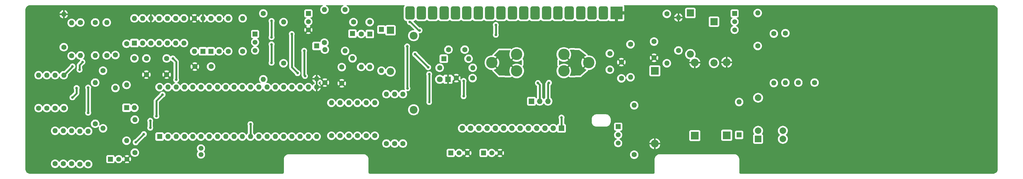
<source format=gtl>
%TF.GenerationSoftware,KiCad,Pcbnew,8.0.1*%
%TF.CreationDate,2024-07-16T21:14:59+02:00*%
%TF.ProjectId,BMW E30 VFL SI Board V3,424d5720-4533-4302-9056-464c20534920,rev?*%
%TF.SameCoordinates,Original*%
%TF.FileFunction,Copper,L1,Top*%
%TF.FilePolarity,Positive*%
%FSLAX46Y46*%
G04 Gerber Fmt 4.6, Leading zero omitted, Abs format (unit mm)*
G04 Created by KiCad (PCBNEW 8.0.1) date 2024-07-16 21:14:59*
%MOMM*%
%LPD*%
G01*
G04 APERTURE LIST*
G04 Aperture macros list*
%AMRoundRect*
0 Rectangle with rounded corners*
0 $1 Rounding radius*
0 $2 $3 $4 $5 $6 $7 $8 $9 X,Y pos of 4 corners*
0 Add a 4 corners polygon primitive as box body*
4,1,4,$2,$3,$4,$5,$6,$7,$8,$9,$2,$3,0*
0 Add four circle primitives for the rounded corners*
1,1,$1+$1,$2,$3*
1,1,$1+$1,$4,$5*
1,1,$1+$1,$6,$7*
1,1,$1+$1,$8,$9*
0 Add four rect primitives between the rounded corners*
20,1,$1+$1,$2,$3,$4,$5,0*
20,1,$1+$1,$4,$5,$6,$7,0*
20,1,$1+$1,$6,$7,$8,$9,0*
20,1,$1+$1,$8,$9,$2,$3,0*%
G04 Aperture macros list end*
%TA.AperFunction,ComponentPad*%
%ADD10R,1.600000X1.600000*%
%TD*%
%TA.AperFunction,ComponentPad*%
%ADD11O,1.600000X1.600000*%
%TD*%
%TA.AperFunction,ComponentPad*%
%ADD12C,1.600000*%
%TD*%
%TA.AperFunction,ComponentPad*%
%ADD13C,3.500000*%
%TD*%
%TA.AperFunction,ComponentPad*%
%ADD14R,1.500000X1.500000*%
%TD*%
%TA.AperFunction,ComponentPad*%
%ADD15C,1.500000*%
%TD*%
%TA.AperFunction,ComponentPad*%
%ADD16R,2.400000X2.400000*%
%TD*%
%TA.AperFunction,ComponentPad*%
%ADD17O,2.400000X2.400000*%
%TD*%
%TA.AperFunction,ComponentPad*%
%ADD18R,3.800000X4.000000*%
%TD*%
%TA.AperFunction,ComponentPad*%
%ADD19RoundRect,0.500000X-0.900000X-1.500000X0.900000X-1.500000X0.900000X1.500000X-0.900000X1.500000X0*%
%TD*%
%TA.AperFunction,ComponentPad*%
%ADD20R,2.200000X2.200000*%
%TD*%
%TA.AperFunction,ComponentPad*%
%ADD21O,2.200000X2.200000*%
%TD*%
%TA.AperFunction,ComponentPad*%
%ADD22C,2.400000*%
%TD*%
%TA.AperFunction,ComponentPad*%
%ADD23R,1.700000X1.700000*%
%TD*%
%TA.AperFunction,ComponentPad*%
%ADD24O,1.700000X1.700000*%
%TD*%
%TA.AperFunction,ComponentPad*%
%ADD25R,1.800000X1.800000*%
%TD*%
%TA.AperFunction,ComponentPad*%
%ADD26C,1.800000*%
%TD*%
%TA.AperFunction,ComponentPad*%
%ADD27C,2.000000*%
%TD*%
%TA.AperFunction,ComponentPad*%
%ADD28R,2.000000X2.000000*%
%TD*%
%TA.AperFunction,ViaPad*%
%ADD29C,0.800000*%
%TD*%
%TA.AperFunction,ViaPad*%
%ADD30C,0.700000*%
%TD*%
%TA.AperFunction,Conductor*%
%ADD31C,0.600000*%
%TD*%
%TA.AperFunction,Conductor*%
%ADD32C,0.300000*%
%TD*%
%ADD33C,0.350000*%
%ADD34C,0.300000*%
%ADD35O,1.000000X2.200000*%
G04 APERTURE END LIST*
D10*
%TO.P,U2,1*%
%TO.N,COMP_B_OUT*%
X99136000Y-111692000D03*
D11*
%TO.P,U2,2*%
%TO.N,MC_35*%
X101676000Y-111692000D03*
%TO.P,U2,3,V+*%
%TO.N,VCC_T30*%
X104216000Y-111692000D03*
%TO.P,U2,4,-*%
%TO.N,COMP_A-*%
X106756000Y-111692000D03*
%TO.P,U2,5,+*%
%TO.N,COMP_A+*%
X109296000Y-111692000D03*
%TO.P,U2,6,-*%
%TO.N,+BATT*%
X111836000Y-111692000D03*
%TO.P,U2,7,+*%
%TO.N,COMP_B+*%
X114376000Y-111692000D03*
%TO.P,U2,8,-*%
%TO.N,Net-(U2C-+)*%
X114376000Y-104072000D03*
%TO.P,U2,9,+*%
%TO.N,COMP_D+*%
X111836000Y-104072000D03*
%TO.P,U2,10,-*%
%TO.N,COMP_C-*%
X109296000Y-104072000D03*
%TO.P,U2,11,+*%
%TO.N,Net-(U2C-+)*%
X106756000Y-104072000D03*
%TO.P,U2,12,V-*%
%TO.N,GND*%
X104216000Y-104072000D03*
%TO.P,U2,13*%
%TO.N,MC_4*%
X101676000Y-104072000D03*
%TO.P,U2,14*%
%TO.N,COMP_D_OUT*%
X99136000Y-104072000D03*
%TD*%
D10*
%TO.P,U1,1,1*%
%TO.N,+BATT*%
X106888000Y-140526000D03*
D11*
%TO.P,U1,2,2*%
%TO.N,unconnected-(U1-Pad2)*%
X109428000Y-140526000D03*
%TO.P,U1,3,3*%
%TO.N,COMP_D_OUT*%
X111968000Y-140526000D03*
%TO.P,U1,4,4*%
%TO.N,MC_4*%
X114508000Y-140526000D03*
%TO.P,U1,5,5*%
%TO.N,Net-(R19-Pad1)*%
X117048000Y-140526000D03*
%TO.P,U1,6,6*%
%TO.N,Net-(U1-Pad6)*%
X119588000Y-140526000D03*
%TO.P,U1,7,7*%
%TO.N,Net-(U1-Pad7)*%
X122128000Y-140526000D03*
%TO.P,U1,8,8*%
%TO.N,unconnected-(U1-Pad8)*%
X124668000Y-140526000D03*
%TO.P,U1,9,9*%
%TO.N,unconnected-(U1-Pad9)*%
X127208000Y-140526000D03*
%TO.P,U1,10,10*%
%TO.N,unconnected-(U1-Pad10)*%
X129748000Y-140526000D03*
%TO.P,U1,11,11*%
%TO.N,unconnected-(U1-Pad11)*%
X132288000Y-140526000D03*
%TO.P,U1,12,12*%
%TO.N,+BATT*%
X134828000Y-140526000D03*
%TO.P,U1,13,13*%
%TO.N,MC_13*%
X137368000Y-140526000D03*
%TO.P,U1,14,14*%
%TO.N,MC_14*%
X139908000Y-140526000D03*
%TO.P,U1,15,15*%
%TO.N,MC_15*%
X142448000Y-140526000D03*
%TO.P,U1,16,16*%
%TO.N,MC_16*%
X144988000Y-140526000D03*
%TO.P,U1,17,17*%
%TO.N,MC_17*%
X147528000Y-140526000D03*
%TO.P,U1,18,18*%
%TO.N,MC_18*%
X150068000Y-140526000D03*
%TO.P,U1,19,19*%
%TO.N,MC_19*%
X152608000Y-140526000D03*
%TO.P,U1,20,20*%
%TO.N,MC_20*%
X155148000Y-140526000D03*
%TO.P,U1,21,21*%
%TO.N,GND*%
X155148000Y-125286000D03*
%TO.P,U1,22,22*%
%TO.N,MC_22*%
X152608000Y-125286000D03*
%TO.P,U1,23,23*%
%TO.N,MC_23*%
X150068000Y-125286000D03*
%TO.P,U1,24,24*%
%TO.N,MC_24*%
X147528000Y-125286000D03*
%TO.P,U1,25,25*%
%TO.N,-BATT*%
X144988000Y-125286000D03*
%TO.P,U1,26,26*%
%TO.N,unconnected-(U1-Pad26)*%
X142448000Y-125286000D03*
%TO.P,U1,27,27*%
%TO.N,unconnected-(U1-Pad27)*%
X139908000Y-125286000D03*
%TO.P,U1,28,28*%
%TO.N,unconnected-(U1-Pad28)*%
X137368000Y-125286000D03*
%TO.P,U1,29,29*%
%TO.N,unconnected-(U1-Pad29)*%
X134828000Y-125286000D03*
%TO.P,U1,30,30*%
%TO.N,CON_15_DIST*%
X132288000Y-125286000D03*
%TO.P,U1,31,31*%
%TO.N,unconnected-(U1-Pad31)*%
X129748000Y-125286000D03*
%TO.P,U1,32,32*%
%TO.N,CON_17_4{slash}6*%
X127208000Y-125286000D03*
%TO.P,U1,33,33*%
%TO.N,unconnected-(U1-Pad33)*%
X124668000Y-125286000D03*
%TO.P,U1,34,34*%
%TO.N,MC_34*%
X122128000Y-125286000D03*
%TO.P,U1,35,35*%
%TO.N,MC_35*%
X119588000Y-125286000D03*
%TO.P,U1,36,36*%
%TO.N,Net-(R18-Pad1)*%
X117048000Y-125286000D03*
%TO.P,U1,37,37*%
%TO.N,MC_37*%
X114508000Y-125286000D03*
%TO.P,U1,38,38*%
%TO.N,COMP_A+*%
X111968000Y-125286000D03*
%TO.P,U1,39,39*%
%TO.N,MC_39*%
X109428000Y-125286000D03*
%TO.P,U1,40,40*%
%TO.N,MC_40*%
X106888000Y-125286000D03*
%TD*%
D12*
%TO.P,R6,1*%
%TO.N,Net-(D3-A)*%
X69672000Y-131758000D03*
D11*
%TO.P,R6,2*%
%TO.N,Net-(JP1-A)*%
X69672000Y-121598000D03*
%TD*%
D13*
%TO.P,BT1,1,1*%
%TO.N,/CELL+*%
X216669600Y-115197200D03*
%TO.P,BT1,2,2*%
X216669600Y-120277200D03*
%TO.P,BT1,3,3*%
X209049600Y-117737200D03*
%TD*%
D12*
%TO.P,R21,1*%
%TO.N,Net-(D13-A)*%
X192989000Y-119312000D03*
D11*
%TO.P,R21,2*%
%TO.N,-BATT*%
X203149000Y-119312000D03*
%TD*%
D14*
%TO.P,Q6,1,C*%
%TO.N,IND_12*%
X206451000Y-145580000D03*
D15*
%TO.P,Q6,2,B*%
%TO.N,MC_13*%
X208991000Y-145580000D03*
%TO.P,Q6,3,E*%
%TO.N,GND*%
X211531000Y-145580000D03*
%TD*%
D12*
%TO.P,C7,1*%
%TO.N,MC_40*%
X248869000Y-122574000D03*
%TO.P,C7,2*%
%TO.N,GND*%
X248869000Y-117574000D03*
%TD*%
%TO.P,R36,1*%
%TO.N,IND_11*%
X176620000Y-142680000D03*
D11*
%TO.P,R36,2*%
%TO.N,MC_24*%
X176620000Y-127440000D03*
%TD*%
D14*
%TO.P,Q8,1,C*%
%TO.N,Net-(D9-K)*%
X283667000Y-102548000D03*
D15*
%TO.P,Q8,2,B*%
%TO.N,Net-(Q8-B)*%
X283667000Y-105088000D03*
%TO.P,Q8,3,E*%
%TO.N,Net-(D10-K)*%
X283667000Y-107628000D03*
%TD*%
D12*
%TO.P,C3,1*%
%TO.N,GND*%
X117718000Y-118931000D03*
%TO.P,C3,2*%
%TO.N,COMP_B_OUT*%
X122718000Y-118931000D03*
%TD*%
D14*
%TO.P,Q4,1,C*%
%TO.N,MC_34*%
X152624000Y-102548000D03*
D15*
%TO.P,Q4,2,B*%
%TO.N,Net-(Q4-B)*%
X152624000Y-105088000D03*
%TO.P,Q4,3,E*%
%TO.N,GND*%
X152624000Y-107628000D03*
%TD*%
D16*
%TO.P,C9,1*%
%TO.N,VCC_T30*%
X259156000Y-120229000D03*
D17*
%TO.P,C9,2*%
%TO.N,GND*%
X259156000Y-142729000D03*
%TD*%
D12*
%TO.P,C14,1*%
%TO.N,GND*%
X198109000Y-122487000D03*
%TO.P,C14,2*%
%TO.N,-BATT*%
X203109000Y-122487000D03*
%TD*%
D18*
%TO.P,J2,1,Term._31*%
%TO.N,GND*%
X247337000Y-102421000D03*
D19*
%TO.P,J2,2,Pad_wear_ind.*%
%TO.N,CON_2_PAD_I*%
X243337000Y-102421000D03*
%TO.P,J2,3,Temp_gauge*%
%TO.N,CON_3_TPG*%
X239837000Y-102421000D03*
%TO.P,J2,4,Pads*%
%TO.N,CON_4_PADS*%
X236337000Y-102421000D03*
%TO.P,J2,5,SI_reset*%
%TO.N,CON_5_RST*%
X232837000Y-102421000D03*
%TO.P,J2,6,Temp_transm.*%
%TO.N,CON_6_TPT*%
X229337000Y-102421000D03*
%TO.P,J2,7,Term._15*%
%TO.N,+12V T15*%
X225837000Y-102421000D03*
%TO.P,J2,8,n.c.*%
%TO.N,unconnected-(J2-n.c.-Pad8)*%
X222337000Y-102421000D03*
%TO.P,J2,9,n.c.*%
%TO.N,unconnected-(J2-n.c.-Pad9)*%
X218837000Y-102421000D03*
%TO.P,J2,10,n.c.*%
%TO.N,unconnected-(J2-n.c.-Pad10)*%
X215337000Y-102421000D03*
%TO.P,J2,11,n.c.*%
%TO.N,unconnected-(J2-n.c.-Pad11)*%
X211837000Y-102421000D03*
%TO.P,J2,12,Term._50*%
%TO.N,CON_12_T50*%
X208337000Y-102421000D03*
%TO.P,J2,13,Term._30*%
%TO.N,+12V T30*%
X204837000Y-102421000D03*
%TO.P,J2,14,5V*%
%TO.N,+5V*%
X201337000Y-102421000D03*
%TO.P,J2,15,Distance_pulse*%
%TO.N,CON_15_DIST*%
X197837000Y-102421000D03*
%TO.P,J2,16,Speed_pulse*%
%TO.N,CON_16_SPD*%
X194337000Y-102421000D03*
%TO.P,J2,17,4/6_cyl.*%
%TO.N,CON_17_4{slash}6*%
X190837000Y-102421000D03*
%TO.P,J2,18,n.c.*%
%TO.N,unconnected-(J2-n.c.-Pad18)*%
X187337000Y-102421000D03*
%TO.P,J2,19,Pads*%
%TO.N,CON_19_PADS*%
X183837000Y-102421000D03*
%TD*%
D12*
%TO.P,R17,1*%
%TO.N,COMP_A-*%
X93294000Y-115375000D03*
D11*
%TO.P,R17,2*%
%TO.N,+5V*%
X93294000Y-125535000D03*
%TD*%
D14*
%TO.P,Q3,1,C*%
%TO.N,VCC_T30*%
X136241000Y-108898000D03*
D15*
%TO.P,Q3,2,B*%
%TO.N,COMP_B_OUT*%
X136241000Y-111438000D03*
%TO.P,Q3,3,E*%
%TO.N,+BATT*%
X136241000Y-113978000D03*
%TD*%
D12*
%TO.P,R29,1*%
%TO.N,Net-(Q4-B)*%
X157556000Y-111565000D03*
D11*
%TO.P,R29,2*%
%TO.N,Net-(C5-Pad1)*%
X157556000Y-101405000D03*
%TD*%
D12*
%TO.P,R10,1*%
%TO.N,Net-(JP9-B)*%
X87071000Y-136584000D03*
D11*
%TO.P,R10,2*%
%TO.N,Net-(D1-K)*%
X87071000Y-123884000D03*
%TD*%
D12*
%TO.P,C6,1*%
%TO.N,CON_19_PADS*%
X245313000Y-119907000D03*
%TO.P,C6,2*%
%TO.N,+12V T15*%
X245313000Y-114907000D03*
%TD*%
%TO.P,C5,1*%
%TO.N,Net-(C5-Pad1)*%
X166486000Y-105215000D03*
%TO.P,C5,2*%
%TO.N,CON_16_SPD*%
X171486000Y-105215000D03*
%TD*%
%TO.P,R22,1*%
%TO.N,GND*%
X117551000Y-104072000D03*
D11*
%TO.P,R22,2*%
%TO.N,COMP_B+*%
X117551000Y-114232000D03*
%TD*%
D12*
%TO.P,R44,1*%
%TO.N,Net-(Q8-B)*%
X262839000Y-102675000D03*
D11*
%TO.P,R44,2*%
%TO.N,CON_19_PADS*%
X262839000Y-117915000D03*
%TD*%
D20*
%TO.P,D10,1,K*%
%TO.N,Net-(D10-K)*%
X277317000Y-105088000D03*
D21*
%TO.P,D10,2,A*%
%TO.N,+12V T15*%
X277317000Y-117788000D03*
%TD*%
D12*
%TO.P,R14,1*%
%TO.N,COMP_C-*%
X82499000Y-105342000D03*
D11*
%TO.P,R14,2*%
%TO.N,COMP_D+*%
X82499000Y-115502000D03*
%TD*%
D12*
%TO.P,R47,1*%
%TO.N,CON_4_PADS*%
X295732000Y-108771000D03*
D11*
%TO.P,R47,2*%
%TO.N,+12V T15*%
X295732000Y-124011000D03*
%TD*%
D12*
%TO.P,R34,1*%
%TO.N,IND_7*%
X170383000Y-140267000D03*
D11*
%TO.P,R34,2*%
%TO.N,MC_19*%
X170383000Y-130107000D03*
%TD*%
D20*
%TO.P,D9,1,K*%
%TO.N,Net-(D9-K)*%
X270078000Y-102421000D03*
D21*
%TO.P,D9,2,A*%
%TO.N,CON_12_T50*%
X270078000Y-115121000D03*
%TD*%
D12*
%TO.P,R3,1*%
%TO.N,Net-(JP7-B)*%
X79832000Y-148903000D03*
D11*
%TO.P,R3,2*%
%TO.N,Net-(JP6-B)*%
X79832000Y-138743000D03*
%TD*%
D12*
%TO.P,C1,1*%
%TO.N,GND*%
X102819000Y-121431000D03*
%TO.P,C1,2*%
%TO.N,COMP_A-*%
X102819000Y-116431000D03*
%TD*%
%TO.P,R15,1*%
%TO.N,COMP_D+*%
X87071000Y-105342000D03*
D11*
%TO.P,R15,2*%
%TO.N,+BATT*%
X87071000Y-115502000D03*
%TD*%
D10*
%TO.P,D3,1,K*%
%TO.N,Net-(D2-K)*%
X122631000Y-114232000D03*
D11*
%TO.P,D3,2,A*%
%TO.N,Net-(D3-A)*%
X122631000Y-104072000D03*
%TD*%
D12*
%TO.P,R8,1*%
%TO.N,Net-(JP2-A)*%
X74752000Y-131758000D03*
D11*
%TO.P,R8,2*%
%TO.N,Net-(JP3-A)*%
X74752000Y-121598000D03*
%TD*%
D12*
%TO.P,R40,1*%
%TO.N,CON_17_4{slash}6*%
X168859000Y-108898000D03*
D11*
%TO.P,R40,2*%
%TO.N,+5V*%
X168859000Y-119058000D03*
%TD*%
D12*
%TO.P,R24,1*%
%TO.N,VCC_T30*%
X127965000Y-114232000D03*
D11*
%TO.P,R24,2*%
%TO.N,Net-(D3-A)*%
X127965000Y-104072000D03*
%TD*%
D22*
%TO.P,R41,1*%
%TO.N,IND_1*%
X184988000Y-132266000D03*
D17*
%TO.P,R41,2*%
%TO.N,Net-(D5-A)*%
X184988000Y-109406000D03*
%TD*%
D16*
%TO.P,C10,1*%
%TO.N,+BATT*%
X271450000Y-140239000D03*
D17*
%TO.P,C10,2*%
%TO.N,GND*%
X271450000Y-117739000D03*
%TD*%
D12*
%TO.P,R39,1*%
%TO.N,MC_37*%
X163906000Y-101405000D03*
D11*
%TO.P,R39,2*%
%TO.N,Net-(D7-K)*%
X163906000Y-114105000D03*
%TD*%
D13*
%TO.P,BT2,1,1*%
%TO.N,/CELL-*%
X231169600Y-120277200D03*
%TO.P,BT2,2,2*%
X231169600Y-115197200D03*
%TO.P,BT2,3,3*%
X238789600Y-117737200D03*
%TD*%
D12*
%TO.P,C4,1*%
%TO.N,GND*%
X162890000Y-124098000D03*
%TO.P,C4,2*%
%TO.N,+12V T30*%
X162890000Y-119098000D03*
%TD*%
%TO.P,R25,1*%
%TO.N,COMP_B_OUT*%
X132410000Y-114232000D03*
D11*
%TO.P,R25,2*%
%TO.N,VCC_T30*%
X132410000Y-104072000D03*
%TD*%
D12*
%TO.P,R7,1*%
%TO.N,Net-(JP1-A)*%
X72212000Y-131758000D03*
D11*
%TO.P,R7,2*%
%TO.N,Net-(JP2-A)*%
X72212000Y-121598000D03*
%TD*%
D12*
%TO.P,R38,1*%
%TO.N,IND_9*%
X181686000Y-142680000D03*
D11*
%TO.P,R38,2*%
%TO.N,MC_22*%
X181686000Y-127440000D03*
%TD*%
D10*
%TO.P,D5,1,K*%
%TO.N,Net-(D5-K)*%
X166192000Y-108771000D03*
D11*
%TO.P,D5,2,A*%
%TO.N,Net-(D5-A)*%
X166192000Y-116391000D03*
%TD*%
D12*
%TO.P,R19,1*%
%TO.N,Net-(R19-Pad1)*%
X99263000Y-145474000D03*
D11*
%TO.P,R19,2*%
%TO.N,+BATT*%
X99263000Y-135314000D03*
%TD*%
D12*
%TO.P,R13,1*%
%TO.N,COMP_D+*%
X79832000Y-115629000D03*
D11*
%TO.P,R13,2*%
%TO.N,COMP_D_OUT*%
X79832000Y-105469000D03*
%TD*%
D10*
%TO.P,D6,1,K*%
%TO.N,Net-(D5-K)*%
X171526000Y-108898000D03*
D11*
%TO.P,D6,2,A*%
%TO.N,+12V T30*%
X171526000Y-119058000D03*
%TD*%
D12*
%TO.P,R9,1*%
%TO.N,Net-(JP3-A)*%
X77419000Y-131758000D03*
D11*
%TO.P,R9,2*%
%TO.N,Net-(JP4-A)*%
X77419000Y-121598000D03*
%TD*%
D12*
%TO.P,R23,1*%
%TO.N,COMP_B+*%
X125171000Y-114232000D03*
D11*
%TO.P,R23,2*%
%TO.N,Net-(JP4-A)*%
X125171000Y-104072000D03*
%TD*%
D12*
%TO.P,R26,1*%
%TO.N,MC_34*%
X138760000Y-102548000D03*
D11*
%TO.P,R26,2*%
%TO.N,+5V*%
X138760000Y-122868000D03*
%TD*%
D12*
%TO.P,R18,1*%
%TO.N,Net-(R18-Pad1)*%
X96723000Y-111895200D03*
D11*
%TO.P,R18,2*%
%TO.N,+5V*%
X96723000Y-124595200D03*
%TD*%
D12*
%TO.P,R11,1*%
%TO.N,COMP_A-*%
X89484000Y-120201000D03*
D11*
%TO.P,R11,2*%
%TO.N,Net-(K1-N0)*%
X89484000Y-137981000D03*
%TD*%
D12*
%TO.P,R43,1*%
%TO.N,CON_5_RST*%
X251663000Y-112073000D03*
D11*
%TO.P,R43,2*%
%TO.N,MC_40*%
X251663000Y-122233000D03*
%TD*%
D12*
%TO.P,R27,1*%
%TO.N,Net-(D5-K)*%
X144983000Y-117915000D03*
D11*
%TO.P,R27,2*%
%TO.N,VCC_T30*%
X144983000Y-105215000D03*
%TD*%
D12*
%TO.P,R28,1*%
%TO.N,GND*%
X157683000Y-123884000D03*
D11*
%TO.P,R28,2*%
%TO.N,Net-(Q4-B)*%
X157683000Y-113724000D03*
%TD*%
D12*
%TO.P,C13,1*%
%TO.N,/CELL+*%
X200696000Y-113724000D03*
%TO.P,C13,2*%
%TO.N,+BATT*%
X195696000Y-113724000D03*
%TD*%
%TO.P,R37,1*%
%TO.N,IND_10*%
X179146000Y-142680000D03*
D11*
%TO.P,R37,2*%
%TO.N,MC_23*%
X179146000Y-127440000D03*
%TD*%
D16*
%TO.P,C11,1*%
%TO.N,IND_1*%
X281254000Y-140112000D03*
D17*
%TO.P,C11,2*%
%TO.N,GND*%
X281254000Y-117612000D03*
%TD*%
D14*
%TO.P,Q1,1,C*%
%TO.N,Net-(D1-A)*%
X91770000Y-147485000D03*
D15*
%TO.P,Q1,2,B*%
%TO.N,MC_39*%
X94310000Y-147485000D03*
%TO.P,Q1,3,E*%
%TO.N,GND*%
X96850000Y-147485000D03*
%TD*%
D23*
%TO.P,J1,1,GND_BULB*%
%TO.N,IND_1*%
X230454000Y-137981000D03*
D24*
%TO.P,J1,2,GND_LED*%
%TO.N,IND_2*%
X227914000Y-137981000D03*
%TO.P,J1,3,LED_R3*%
%TO.N,IND_3*%
X225374000Y-137981000D03*
%TO.P,J1,4,LED_R2*%
%TO.N,IND_4*%
X222834000Y-137981000D03*
%TO.P,J1,5,LED_R1*%
%TO.N,IND_5*%
X220294000Y-137981000D03*
%TO.P,J1,6,LED_Y*%
%TO.N,IND_6*%
X217754000Y-137981000D03*
%TO.P,J1,7,LED_G5*%
%TO.N,IND_7*%
X215214000Y-137981000D03*
%TO.P,J1,8,LED_G4*%
%TO.N,IND_8*%
X212674000Y-137981000D03*
%TO.P,J1,9,LED_G3*%
%TO.N,IND_9*%
X210134000Y-137981000D03*
%TO.P,J1,10,LED_G2*%
%TO.N,IND_10*%
X207594000Y-137981000D03*
%TO.P,J1,11,LED_G1*%
%TO.N,IND_11*%
X205054000Y-137981000D03*
%TO.P,J1,12,BULB_INSPECTION*%
%TO.N,IND_12*%
X202514000Y-137981000D03*
%TO.P,J1,13,BULB_OILSERVICE*%
%TO.N,IND_13*%
X199974000Y-137981000D03*
%TD*%
D23*
%TO.P,J3,1,Pin_1*%
%TO.N,unconnected-(J3-Pin_1-Pad1)*%
X221208400Y-129624400D03*
D24*
%TO.P,J3,2,Pin_2*%
%TO.N,-BATT*%
X223748400Y-129624400D03*
%TO.P,J3,3,Pin_3*%
%TO.N,/CELL-*%
X226288400Y-129624400D03*
%TD*%
D14*
%TO.P,Q5,1,C*%
%TO.N,IND_13*%
X196418000Y-145580000D03*
D15*
%TO.P,Q5,2,B*%
%TO.N,MC_14*%
X198958000Y-145580000D03*
%TO.P,Q5,3,E*%
%TO.N,GND*%
X201498000Y-145580000D03*
%TD*%
D12*
%TO.P,C2,1*%
%TO.N,GND*%
X109042000Y-121431000D03*
%TO.P,C2,2*%
%TO.N,COMP_A+*%
X109042000Y-116431000D03*
%TD*%
%TO.P,C12,1*%
%TO.N,Net-(D9-K)*%
X308265000Y-123884000D03*
%TO.P,C12,2*%
%TO.N,+12V T15*%
X303265000Y-123884000D03*
%TD*%
D20*
%TO.P,D8,1,K*%
%TO.N,Net-(D5-A)*%
X177876000Y-107755000D03*
D21*
%TO.P,D8,2,A*%
%TO.N,+12V T15*%
X177876000Y-120455000D03*
%TD*%
D10*
%TO.P,D1,1,K*%
%TO.N,Net-(D1-K)*%
X96723000Y-131631000D03*
D11*
%TO.P,D1,2,A*%
%TO.N,Net-(D1-A)*%
X96723000Y-141791000D03*
%TD*%
D12*
%TO.P,R33,1*%
%TO.N,IND_6*%
X167716000Y-140267000D03*
D11*
%TO.P,R33,2*%
%TO.N,MC_18*%
X167716000Y-130107000D03*
%TD*%
D12*
%TO.P,R4,1*%
%TO.N,Net-(JP6-B)*%
X82372000Y-149030000D03*
D11*
%TO.P,R4,2*%
%TO.N,Net-(JP5-B)*%
X82372000Y-138870000D03*
%TD*%
D12*
%TO.P,R30,1*%
%TO.N,IND_3*%
X159715000Y-140267000D03*
D11*
%TO.P,R30,2*%
%TO.N,MC_15*%
X159715000Y-130107000D03*
%TD*%
D10*
%TO.P,D2,1,K*%
%TO.N,Net-(D2-K)*%
X120218000Y-114232000D03*
D11*
%TO.P,D2,2,A*%
%TO.N,GND*%
X120218000Y-104072000D03*
%TD*%
D12*
%TO.P,R20,1*%
%TO.N,COMP_A+*%
X99136000Y-116391000D03*
D11*
%TO.P,R20,2*%
%TO.N,Net-(D1-K)*%
X99136000Y-131631000D03*
%TD*%
D14*
%TO.P,Q7,1,C*%
%TO.N,Net-(Q7-C)*%
X247874000Y-137473000D03*
D15*
%TO.P,Q7,2,B*%
%TO.N,+5V*%
X247874000Y-140013000D03*
%TO.P,Q7,3,E*%
%TO.N,IND_2*%
X247874000Y-142553000D03*
%TD*%
%TO.P,Y1,1,1*%
%TO.N,Net-(U1-Pad7)*%
X119590800Y-146068400D03*
%TO.P,Y1,2,2*%
%TO.N,Net-(U1-Pad6)*%
X119590800Y-144168400D03*
%TD*%
D12*
%TO.P,R12,1*%
%TO.N,COMP_C-*%
X77419000Y-112962000D03*
D11*
%TO.P,R12,2*%
%TO.N,GND*%
X77419000Y-102802000D03*
%TD*%
D12*
%TO.P,R32,1*%
%TO.N,IND_5*%
X165049000Y-140267000D03*
D11*
%TO.P,R32,2*%
%TO.N,MC_17*%
X165049000Y-130107000D03*
%TD*%
D25*
%TO.P,D13,1,K*%
%TO.N,GND*%
X195534000Y-122868000D03*
D26*
%TO.P,D13,2,A*%
%TO.N,Net-(D13-A)*%
X192994000Y-122868000D03*
%TD*%
D12*
%TO.P,C8,1*%
%TO.N,+12V T15*%
X258902000Y-111224000D03*
%TO.P,C8,2*%
%TO.N,GND*%
X258902000Y-116224000D03*
%TD*%
D10*
%TO.P,D11,1,K*%
%TO.N,IND_1*%
X285064000Y-140013000D03*
D11*
%TO.P,D11,2,A*%
%TO.N,Net-(D1-A)*%
X285064000Y-129853000D03*
%TD*%
D12*
%TO.P,R2,1*%
%TO.N,Net-(JP8-B)*%
X77292000Y-148903000D03*
D11*
%TO.P,R2,2*%
%TO.N,Net-(JP7-B)*%
X77292000Y-138743000D03*
%TD*%
D12*
%TO.P,R5,1*%
%TO.N,Net-(JP5-B)*%
X84912000Y-149030000D03*
D11*
%TO.P,R5,2*%
%TO.N,+5V*%
X84912000Y-138870000D03*
%TD*%
D12*
%TO.P,R35,1*%
%TO.N,IND_8*%
X173050000Y-140267000D03*
D11*
%TO.P,R35,2*%
%TO.N,MC_20*%
X173050000Y-130107000D03*
%TD*%
D12*
%TO.P,R16,1*%
%TO.N,-BATT*%
X90627000Y-115502000D03*
D11*
%TO.P,R16,2*%
%TO.N,Net-(U2C-+)*%
X90627000Y-105342000D03*
%TD*%
D12*
%TO.P,R48,1*%
%TO.N,CON_4_PADS*%
X299288000Y-108644000D03*
D11*
%TO.P,R48,2*%
%TO.N,+12V T15*%
X299288000Y-123884000D03*
%TD*%
D27*
%TO.P,K1,1,N0*%
%TO.N,Net-(K1-N0)*%
X298516000Y-138720000D03*
%TO.P,K1,2,N1*%
%TO.N,CON_3_TPG*%
X298516000Y-141260000D03*
%TO.P,K1,7,COM*%
%TO.N,CON_6_TPT*%
X290896000Y-128560000D03*
%TO.P,K1,11,COIL_2*%
%TO.N,IND_1*%
X290896000Y-138720000D03*
D28*
%TO.P,K1,12,COIL_1*%
%TO.N,Net-(D1-A)*%
X290896000Y-141260000D03*
%TD*%
D10*
%TO.P,D12,1,K*%
%TO.N,+BATT*%
X194259000Y-116518000D03*
D11*
%TO.P,D12,2,A*%
%TO.N,/CELL+*%
X201879000Y-116518000D03*
%TD*%
D10*
%TO.P,D7,1,K*%
%TO.N,Net-(D7-K)*%
X175082000Y-107501000D03*
D11*
%TO.P,D7,2,A*%
%TO.N,CON_12_T50*%
X175082000Y-120201000D03*
%TD*%
D12*
%TO.P,R46,1*%
%TO.N,CON_2_PAD_I*%
X290779000Y-112581000D03*
D11*
%TO.P,R46,2*%
%TO.N,Net-(D9-K)*%
X290779000Y-102421000D03*
%TD*%
D10*
%TO.P,D4,1,K*%
%TO.N,MC_37*%
X155143000Y-112581000D03*
D11*
%TO.P,D4,2,A*%
%TO.N,GND*%
X155143000Y-122741000D03*
%TD*%
D12*
%TO.P,R42,1*%
%TO.N,Net-(Q7-C)*%
X252806000Y-146109000D03*
D11*
%TO.P,R42,2*%
%TO.N,IND_1*%
X252806000Y-130869000D03*
%TD*%
D12*
%TO.P,R1,1*%
%TO.N,Net-(JP9-B)*%
X74752000Y-148903000D03*
D11*
%TO.P,R1,2*%
%TO.N,Net-(JP8-B)*%
X74752000Y-138743000D03*
%TD*%
D12*
%TO.P,R45,1*%
%TO.N,CON_19_PADS*%
X266395000Y-113978000D03*
D11*
%TO.P,R45,2*%
%TO.N,GND*%
X266395000Y-103818000D03*
%TD*%
D12*
%TO.P,R31,1*%
%TO.N,IND_4*%
X162382000Y-140267000D03*
D11*
%TO.P,R31,2*%
%TO.N,MC_16*%
X162382000Y-130107000D03*
%TD*%
D29*
%TO.N,+BATT*%
X200355000Y-123376000D03*
X134823000Y-136711000D03*
X200355000Y-128075000D03*
%TO.N,-BATT*%
X223202300Y-124023700D03*
%TO.N,Net-(JP4-A)*%
X80115541Y-118901459D03*
%TO.N,Net-(D3-A)*%
X83184800Y-117534000D03*
X81356000Y-125560400D03*
X80086000Y-128456000D03*
X82270400Y-119921600D03*
%TO.N,COMP_A+*%
X111963000Y-122995000D03*
X110947000Y-116431000D03*
%TO.N,CON_19_PADS*%
X183083000Y-125662000D03*
X183006800Y-112708000D03*
X183819600Y-105215000D03*
X186816800Y-107780400D03*
%TO.N,MC_40*%
X151587000Y-121852000D03*
X151333000Y-114079600D03*
%TO.N,VCC_T30*%
X149301000Y-120963000D03*
X147523000Y-108898000D03*
%TO.N,IND_1*%
X230454000Y-134653600D03*
%TO.N,CON_12_T50*%
X210261000Y-109152000D03*
X210261000Y-106104000D03*
%TO.N,+5V*%
X185429000Y-115121000D03*
X84912000Y-133180400D03*
X189458400Y-119159600D03*
X84912000Y-125408000D03*
D30*
X189763200Y-129915600D03*
D29*
X189763200Y-121293200D03*
%TO.N,MC_39*%
X104012800Y-135669600D03*
X105892400Y-134196400D03*
X99517000Y-142299000D03*
X104012800Y-137803200D03*
X102031600Y-139784400D03*
X107772000Y-127592400D03*
%TO.N,MC_34*%
X141300000Y-112098400D03*
X141300000Y-117788000D03*
X141300000Y-109914000D03*
X141300000Y-104884800D03*
%TO.N,/CELL-*%
X226580500Y-123947500D03*
%TD*%
D31*
%TO.N,+BATT*%
X134828000Y-140526000D02*
X134828000Y-136716000D01*
X200355000Y-128075000D02*
X200355000Y-123376000D01*
D32*
X134828000Y-136716000D02*
X134823000Y-136711000D01*
D31*
%TO.N,-BATT*%
X223748400Y-124569800D02*
X223748400Y-129726000D01*
X223202300Y-124023700D02*
X223748400Y-124569800D01*
%TO.N,Net-(JP4-A)*%
X80115541Y-118901459D02*
X77419000Y-121598000D01*
%TO.N,Net-(D3-A)*%
X80086000Y-128456000D02*
X81356000Y-127186000D01*
X81356000Y-125814400D02*
X81356000Y-125560400D01*
X83184800Y-117534000D02*
X82270400Y-118448400D01*
X81356000Y-127186000D02*
X81356000Y-125814400D01*
X82270400Y-118448400D02*
X82270400Y-119921600D01*
%TO.N,COMP_A+*%
X111963000Y-122995000D02*
X111963000Y-117447000D01*
X111963000Y-117447000D02*
X110947000Y-116431000D01*
%TO.N,CON_19_PADS*%
X186562800Y-107780400D02*
X183997400Y-105215000D01*
X186816800Y-107780400D02*
X186562800Y-107780400D01*
X183006800Y-112708000D02*
X183006800Y-125585800D01*
X183997400Y-105215000D02*
X183819600Y-105215000D01*
X183006800Y-125585800D02*
X183083000Y-125662000D01*
%TO.N,MC_40*%
X151587000Y-121852000D02*
X151333000Y-121598000D01*
X151333000Y-121598000D02*
X151333000Y-114079600D01*
%TO.N,VCC_T30*%
X149301000Y-120963000D02*
X147523000Y-119185000D01*
X147523000Y-119185000D02*
X147523000Y-108898000D01*
%TO.N,IND_1*%
X230454000Y-137981000D02*
X230454000Y-134653600D01*
%TO.N,CON_12_T50*%
X210261000Y-109152000D02*
X210261000Y-106104000D01*
%TO.N,+5V*%
X187782000Y-117483200D02*
X189458400Y-119159600D01*
X187782000Y-117474000D02*
X187782000Y-117483200D01*
X187782000Y-117474000D02*
X185429000Y-115121000D01*
X84912000Y-133180400D02*
X84912000Y-125408000D01*
X189763200Y-121293200D02*
X189763200Y-129915600D01*
%TO.N,MC_39*%
X104012800Y-137803200D02*
X104012800Y-135669600D01*
X99517000Y-142299000D02*
X102031600Y-139784400D01*
X105892400Y-129472000D02*
X107772000Y-127592400D01*
X105892400Y-134196400D02*
X105892400Y-129472000D01*
%TO.N,MC_34*%
X141300000Y-104884800D02*
X141300000Y-109914000D01*
X141300000Y-112098400D02*
X141300000Y-117788000D01*
%TO.N,/CELL-*%
X226288400Y-124239600D02*
X226288400Y-129726000D01*
X226580500Y-123947500D02*
X226288400Y-124239600D01*
%TD*%
%TA.AperFunction,Conductor*%
%TO.N,GND*%
G36*
X155393000Y-123969037D02*
G01*
X155395166Y-123973004D01*
X155398000Y-123999362D01*
X155398000Y-124970314D01*
X155393606Y-124965920D01*
X155302394Y-124913259D01*
X155200661Y-124886000D01*
X155095339Y-124886000D01*
X154993606Y-124913259D01*
X154902394Y-124965920D01*
X154898000Y-124970314D01*
X154898000Y-124057962D01*
X154895834Y-124053996D01*
X154893000Y-124027638D01*
X154893000Y-123056686D01*
X154897394Y-123061080D01*
X154988606Y-123113741D01*
X155090339Y-123141000D01*
X155195661Y-123141000D01*
X155297394Y-123113741D01*
X155388606Y-123061080D01*
X155393000Y-123056686D01*
X155393000Y-123969037D01*
G37*
%TD.AperFunction*%
%TA.AperFunction,Conductor*%
G36*
X156998426Y-100020185D02*
G01*
X157044181Y-100072989D01*
X157054125Y-100142147D01*
X157025100Y-100205703D01*
X156983792Y-100236882D01*
X156903267Y-100274431D01*
X156903265Y-100274432D01*
X156716858Y-100404954D01*
X156555954Y-100565858D01*
X156425432Y-100752265D01*
X156425431Y-100752267D01*
X156329261Y-100958502D01*
X156329258Y-100958511D01*
X156270366Y-101178302D01*
X156270364Y-101178313D01*
X156250532Y-101404998D01*
X156250532Y-101405001D01*
X156270364Y-101631686D01*
X156270366Y-101631697D01*
X156329258Y-101851488D01*
X156329261Y-101851497D01*
X156425431Y-102057732D01*
X156425432Y-102057734D01*
X156555954Y-102244141D01*
X156716858Y-102405045D01*
X156716861Y-102405047D01*
X156903266Y-102535568D01*
X157109504Y-102631739D01*
X157329308Y-102690635D01*
X157491230Y-102704801D01*
X157555998Y-102710468D01*
X157556000Y-102710468D01*
X157556002Y-102710468D01*
X157612673Y-102705509D01*
X157782692Y-102690635D01*
X158002496Y-102631739D01*
X158208734Y-102535568D01*
X158395139Y-102405047D01*
X158556047Y-102244139D01*
X158686568Y-102057734D01*
X158782739Y-101851496D01*
X158841635Y-101631692D01*
X158861468Y-101405000D01*
X158841635Y-101178308D01*
X158782739Y-100958504D01*
X158686568Y-100752266D01*
X158556047Y-100565861D01*
X158556045Y-100565858D01*
X158395141Y-100404954D01*
X158208734Y-100274432D01*
X158208732Y-100274431D01*
X158182674Y-100262280D01*
X158128207Y-100236881D01*
X158075769Y-100190709D01*
X158056617Y-100123516D01*
X158076833Y-100056635D01*
X158129998Y-100011300D01*
X158180613Y-100000500D01*
X163281387Y-100000500D01*
X163348426Y-100020185D01*
X163394181Y-100072989D01*
X163404125Y-100142147D01*
X163375100Y-100205703D01*
X163333792Y-100236882D01*
X163253267Y-100274431D01*
X163253265Y-100274432D01*
X163066858Y-100404954D01*
X162905954Y-100565858D01*
X162775432Y-100752265D01*
X162775431Y-100752267D01*
X162679261Y-100958502D01*
X162679258Y-100958511D01*
X162620366Y-101178302D01*
X162620364Y-101178313D01*
X162600532Y-101404998D01*
X162600532Y-101405001D01*
X162620364Y-101631686D01*
X162620366Y-101631697D01*
X162679258Y-101851488D01*
X162679261Y-101851497D01*
X162775431Y-102057732D01*
X162775432Y-102057734D01*
X162905954Y-102244141D01*
X163066858Y-102405045D01*
X163066861Y-102405047D01*
X163253266Y-102535568D01*
X163459504Y-102631739D01*
X163679308Y-102690635D01*
X163841230Y-102704801D01*
X163905998Y-102710468D01*
X163906000Y-102710468D01*
X163906002Y-102710468D01*
X163962673Y-102705509D01*
X164132692Y-102690635D01*
X164352496Y-102631739D01*
X164558734Y-102535568D01*
X164745139Y-102405047D01*
X164906047Y-102244139D01*
X165036568Y-102057734D01*
X165132739Y-101851496D01*
X165191635Y-101631692D01*
X165211468Y-101405000D01*
X165191635Y-101178308D01*
X165132739Y-100958504D01*
X165036568Y-100752266D01*
X164906047Y-100565861D01*
X164906045Y-100565858D01*
X164745141Y-100404954D01*
X164558734Y-100274432D01*
X164558732Y-100274431D01*
X164532674Y-100262280D01*
X164478207Y-100236881D01*
X164425769Y-100190709D01*
X164406617Y-100123516D01*
X164426833Y-100056635D01*
X164479998Y-100011300D01*
X164530613Y-100000500D01*
X182135919Y-100000500D01*
X182202958Y-100020185D01*
X182248713Y-100072989D01*
X182258657Y-100142147D01*
X182229632Y-100205703D01*
X182227006Y-100208522D01*
X182141305Y-100313627D01*
X182097302Y-100367593D01*
X182050196Y-100457772D01*
X182003089Y-100547954D01*
X181947114Y-100743583D01*
X181947113Y-100743586D01*
X181936500Y-100862966D01*
X181936500Y-103979028D01*
X181936501Y-103979034D01*
X181947113Y-104098415D01*
X182003089Y-104294045D01*
X182003090Y-104294048D01*
X182003091Y-104294049D01*
X182097302Y-104474407D01*
X182097304Y-104474409D01*
X182225890Y-104632109D01*
X182295990Y-104689267D01*
X182383593Y-104760698D01*
X182563951Y-104854909D01*
X182759582Y-104910886D01*
X182818866Y-104916156D01*
X182883897Y-104941699D01*
X182924796Y-104998347D01*
X182931205Y-105052630D01*
X182915349Y-105203500D01*
X182914140Y-105215000D01*
X182933926Y-105403256D01*
X182933927Y-105403259D01*
X182992418Y-105583277D01*
X182992421Y-105583284D01*
X183087067Y-105747216D01*
X183195582Y-105867734D01*
X183213729Y-105887888D01*
X183366865Y-105999148D01*
X183366870Y-105999151D01*
X183539792Y-106076142D01*
X183539797Y-106076144D01*
X183724954Y-106115500D01*
X183724968Y-106115500D01*
X183726949Y-106115709D01*
X183728029Y-106116153D01*
X183731311Y-106116851D01*
X183731183Y-106117451D01*
X183791564Y-106142292D01*
X183801671Y-106151349D01*
X185144141Y-107493819D01*
X185177626Y-107555142D01*
X185172642Y-107624834D01*
X185130770Y-107680767D01*
X185065306Y-107705184D01*
X185056460Y-107705500D01*
X184860559Y-107705500D01*
X184706851Y-107728669D01*
X184608542Y-107743487D01*
X184608539Y-107743488D01*
X184608533Y-107743489D01*
X184364992Y-107818612D01*
X184135373Y-107929190D01*
X184135372Y-107929191D01*
X183924782Y-108072768D01*
X183737952Y-108246121D01*
X183737950Y-108246123D01*
X183579041Y-108445388D01*
X183451608Y-108666109D01*
X183358492Y-108903362D01*
X183358490Y-108903369D01*
X183301777Y-109151845D01*
X183282732Y-109405995D01*
X183282732Y-109406004D01*
X183301777Y-109660154D01*
X183356878Y-109901568D01*
X183358492Y-109908637D01*
X183450001Y-110141797D01*
X183451608Y-110145890D01*
X183473399Y-110183633D01*
X183579041Y-110366612D01*
X183737950Y-110565877D01*
X183924783Y-110739232D01*
X184135366Y-110882805D01*
X184135371Y-110882807D01*
X184135372Y-110882808D01*
X184135373Y-110882809D01*
X184246221Y-110936190D01*
X184364992Y-110993387D01*
X184364993Y-110993387D01*
X184364996Y-110993389D01*
X184608542Y-111068513D01*
X184860565Y-111106500D01*
X185115435Y-111106500D01*
X185367458Y-111068513D01*
X185611004Y-110993389D01*
X185792458Y-110906005D01*
X185840626Y-110882809D01*
X185840626Y-110882808D01*
X185840634Y-110882805D01*
X186051217Y-110739232D01*
X186238050Y-110565877D01*
X186396959Y-110366612D01*
X186524393Y-110145888D01*
X186617508Y-109908637D01*
X186674222Y-109660157D01*
X186687487Y-109483141D01*
X186693268Y-109406004D01*
X186693268Y-109405995D01*
X186674234Y-109152000D01*
X209355540Y-109152000D01*
X209375326Y-109340256D01*
X209375327Y-109340259D01*
X209433818Y-109520277D01*
X209433821Y-109520284D01*
X209528467Y-109684216D01*
X209609820Y-109774567D01*
X209655129Y-109824888D01*
X209808265Y-109936148D01*
X209808270Y-109936151D01*
X209981192Y-110013142D01*
X209981197Y-110013144D01*
X210166354Y-110052500D01*
X210166355Y-110052500D01*
X210355644Y-110052500D01*
X210355646Y-110052500D01*
X210540803Y-110013144D01*
X210713730Y-109936151D01*
X210866871Y-109824888D01*
X210993533Y-109684216D01*
X211088179Y-109520284D01*
X211146674Y-109340256D01*
X211166460Y-109152000D01*
X211146674Y-108963744D01*
X211088179Y-108783716D01*
X211088178Y-108783715D01*
X211088178Y-108783713D01*
X211078112Y-108766277D01*
X211061500Y-108704279D01*
X211061500Y-107628002D01*
X282411723Y-107628002D01*
X282418503Y-107705500D01*
X282425935Y-107790454D01*
X282430793Y-107845975D01*
X282430793Y-107845979D01*
X282487422Y-108057322D01*
X282487424Y-108057326D01*
X282487425Y-108057330D01*
X282530021Y-108148677D01*
X282579897Y-108255638D01*
X282579898Y-108255639D01*
X282705402Y-108434877D01*
X282860123Y-108589598D01*
X283039361Y-108715102D01*
X283237670Y-108807575D01*
X283449023Y-108864207D01*
X283631926Y-108880208D01*
X283666998Y-108883277D01*
X283667000Y-108883277D01*
X283667002Y-108883277D01*
X283695254Y-108880805D01*
X283884977Y-108864207D01*
X284096330Y-108807575D01*
X284174763Y-108771001D01*
X294426532Y-108771001D01*
X294446364Y-108997686D01*
X294446366Y-108997697D01*
X294505258Y-109217488D01*
X294505261Y-109217497D01*
X294601431Y-109423732D01*
X294601432Y-109423734D01*
X294731954Y-109610141D01*
X294892858Y-109771045D01*
X294939693Y-109803839D01*
X295079266Y-109901568D01*
X295285504Y-109997739D01*
X295505308Y-110056635D01*
X295667230Y-110070801D01*
X295731998Y-110076468D01*
X295732000Y-110076468D01*
X295732002Y-110076468D01*
X295788807Y-110071498D01*
X295958692Y-110056635D01*
X296178496Y-109997739D01*
X296384734Y-109901568D01*
X296571139Y-109771047D01*
X296732047Y-109610139D01*
X296862568Y-109423734D01*
X296958739Y-109217496D01*
X297017635Y-108997692D01*
X297035360Y-108795091D01*
X297037468Y-108771001D01*
X297037468Y-108770998D01*
X297028291Y-108666109D01*
X297026357Y-108644001D01*
X297982532Y-108644001D01*
X298002364Y-108870686D01*
X298002366Y-108870697D01*
X298061258Y-109090488D01*
X298061261Y-109090497D01*
X298157431Y-109296732D01*
X298157432Y-109296734D01*
X298287954Y-109483141D01*
X298448858Y-109644045D01*
X298448861Y-109644047D01*
X298635266Y-109774568D01*
X298841504Y-109870739D01*
X299061308Y-109929635D01*
X299223230Y-109943801D01*
X299287998Y-109949468D01*
X299288000Y-109949468D01*
X299288002Y-109949468D01*
X299344673Y-109944509D01*
X299514692Y-109929635D01*
X299734496Y-109870739D01*
X299940734Y-109774568D01*
X300127139Y-109644047D01*
X300288047Y-109483139D01*
X300418568Y-109296734D01*
X300514739Y-109090496D01*
X300573635Y-108870692D01*
X300593468Y-108644000D01*
X300573635Y-108417308D01*
X300514739Y-108197504D01*
X300418568Y-107991266D01*
X300316771Y-107845884D01*
X300288045Y-107804858D01*
X300127141Y-107643954D01*
X299940734Y-107513432D01*
X299940732Y-107513431D01*
X299734497Y-107417261D01*
X299734488Y-107417258D01*
X299514697Y-107358366D01*
X299514693Y-107358365D01*
X299514692Y-107358365D01*
X299514691Y-107358364D01*
X299514686Y-107358364D01*
X299288002Y-107338532D01*
X299287998Y-107338532D01*
X299061313Y-107358364D01*
X299061302Y-107358366D01*
X298841511Y-107417258D01*
X298841502Y-107417261D01*
X298635267Y-107513431D01*
X298635265Y-107513432D01*
X298448858Y-107643954D01*
X298287954Y-107804858D01*
X298157432Y-107991265D01*
X298157431Y-107991267D01*
X298061261Y-108197502D01*
X298061258Y-108197511D01*
X298002366Y-108417302D01*
X298002364Y-108417313D01*
X297982532Y-108643998D01*
X297982532Y-108644001D01*
X297026357Y-108644001D01*
X297017635Y-108544308D01*
X296958739Y-108324504D01*
X296862568Y-108118266D01*
X296732047Y-107931861D01*
X296732045Y-107931858D01*
X296571141Y-107770954D01*
X296384734Y-107640432D01*
X296384732Y-107640431D01*
X296178497Y-107544261D01*
X296178488Y-107544258D01*
X295958697Y-107485366D01*
X295958693Y-107485365D01*
X295958692Y-107485365D01*
X295958691Y-107485364D01*
X295958686Y-107485364D01*
X295732002Y-107465532D01*
X295731998Y-107465532D01*
X295505313Y-107485364D01*
X295505302Y-107485366D01*
X295285511Y-107544258D01*
X295285502Y-107544261D01*
X295079267Y-107640431D01*
X295079265Y-107640432D01*
X294892858Y-107770954D01*
X294731954Y-107931858D01*
X294601432Y-108118265D01*
X294601431Y-108118267D01*
X294505261Y-108324502D01*
X294505258Y-108324511D01*
X294446366Y-108544302D01*
X294446364Y-108544313D01*
X294426532Y-108770998D01*
X294426532Y-108771001D01*
X284174763Y-108771001D01*
X284294639Y-108715102D01*
X284473877Y-108589598D01*
X284628598Y-108434877D01*
X284754102Y-108255639D01*
X284846575Y-108057330D01*
X284903207Y-107845977D01*
X284921189Y-107640432D01*
X284922277Y-107628002D01*
X284922277Y-107627997D01*
X284914951Y-107544261D01*
X284903207Y-107410023D01*
X284846575Y-107198670D01*
X284754102Y-107000362D01*
X284754100Y-107000359D01*
X284754099Y-107000357D01*
X284628599Y-106821124D01*
X284562108Y-106754633D01*
X284473877Y-106666402D01*
X284294639Y-106540898D01*
X284143414Y-106470381D01*
X284090977Y-106424210D01*
X284071825Y-106357016D01*
X284092041Y-106290135D01*
X284143414Y-106245618D01*
X284294639Y-106175102D01*
X284473877Y-106049598D01*
X284628598Y-105894877D01*
X284754102Y-105715639D01*
X284846575Y-105517330D01*
X284903207Y-105305977D01*
X284922277Y-105088000D01*
X284903207Y-104870023D01*
X284856722Y-104696540D01*
X284846577Y-104658677D01*
X284846576Y-104658676D01*
X284846575Y-104658670D01*
X284754102Y-104460362D01*
X284754100Y-104460359D01*
X284754099Y-104460357D01*
X284628599Y-104281124D01*
X284558906Y-104211431D01*
X284473877Y-104126402D01*
X284327733Y-104024071D01*
X284284112Y-103969497D01*
X284276919Y-103899998D01*
X284308441Y-103837644D01*
X284368671Y-103802230D01*
X284398859Y-103798499D01*
X284464872Y-103798499D01*
X284524483Y-103792091D01*
X284659331Y-103741796D01*
X284774546Y-103655546D01*
X284860796Y-103540331D01*
X284911091Y-103405483D01*
X284917500Y-103345873D01*
X284917499Y-102421001D01*
X289473532Y-102421001D01*
X289493364Y-102647686D01*
X289493366Y-102647697D01*
X289552258Y-102867488D01*
X289552261Y-102867497D01*
X289648431Y-103073732D01*
X289648432Y-103073734D01*
X289778954Y-103260141D01*
X289939858Y-103421045D01*
X289939861Y-103421047D01*
X290126266Y-103551568D01*
X290332504Y-103647739D01*
X290552308Y-103706635D01*
X290687320Y-103718447D01*
X290778998Y-103726468D01*
X290779000Y-103726468D01*
X290779002Y-103726468D01*
X290835673Y-103721509D01*
X291005692Y-103706635D01*
X291225496Y-103647739D01*
X291431734Y-103551568D01*
X291618139Y-103421047D01*
X291779047Y-103260139D01*
X291909568Y-103073734D01*
X292005739Y-102867496D01*
X292064635Y-102647692D01*
X292084468Y-102421000D01*
X292064635Y-102194308D01*
X292005739Y-101974504D01*
X291909568Y-101768266D01*
X291779047Y-101581861D01*
X291779045Y-101581858D01*
X291618141Y-101420954D01*
X291431734Y-101290432D01*
X291431732Y-101290431D01*
X291225497Y-101194261D01*
X291225488Y-101194258D01*
X291005697Y-101135366D01*
X291005693Y-101135365D01*
X291005692Y-101135365D01*
X291005691Y-101135364D01*
X291005686Y-101135364D01*
X290779002Y-101115532D01*
X290778998Y-101115532D01*
X290552313Y-101135364D01*
X290552302Y-101135366D01*
X290332511Y-101194258D01*
X290332502Y-101194261D01*
X290126267Y-101290431D01*
X290126265Y-101290432D01*
X289939858Y-101420954D01*
X289778954Y-101581858D01*
X289648432Y-101768265D01*
X289648431Y-101768267D01*
X289552261Y-101974502D01*
X289552258Y-101974511D01*
X289493366Y-102194302D01*
X289493364Y-102194313D01*
X289473532Y-102420998D01*
X289473532Y-102421001D01*
X284917499Y-102421001D01*
X284917499Y-101750128D01*
X284911091Y-101690517D01*
X284905286Y-101674954D01*
X284860797Y-101555671D01*
X284860793Y-101555664D01*
X284774547Y-101440455D01*
X284774544Y-101440452D01*
X284659335Y-101354206D01*
X284659328Y-101354202D01*
X284524482Y-101303908D01*
X284524483Y-101303908D01*
X284464883Y-101297501D01*
X284464881Y-101297500D01*
X284464873Y-101297500D01*
X284464864Y-101297500D01*
X282869129Y-101297500D01*
X282869123Y-101297501D01*
X282809516Y-101303908D01*
X282674671Y-101354202D01*
X282674664Y-101354206D01*
X282559455Y-101440452D01*
X282559452Y-101440455D01*
X282473206Y-101555664D01*
X282473202Y-101555671D01*
X282422908Y-101690517D01*
X282416501Y-101750116D01*
X282416501Y-101750123D01*
X282416500Y-101750135D01*
X282416500Y-103345870D01*
X282416501Y-103345876D01*
X282422908Y-103405483D01*
X282473202Y-103540328D01*
X282473206Y-103540335D01*
X282559452Y-103655544D01*
X282559455Y-103655547D01*
X282674664Y-103741793D01*
X282674671Y-103741797D01*
X282809517Y-103792091D01*
X282809516Y-103792091D01*
X282816444Y-103792835D01*
X282869127Y-103798500D01*
X282935139Y-103798499D01*
X283002176Y-103818183D01*
X283047932Y-103870986D01*
X283057876Y-103940144D01*
X283028852Y-104003700D01*
X283006262Y-104024074D01*
X282860118Y-104126405D01*
X282705402Y-104281121D01*
X282579900Y-104460357D01*
X282579898Y-104460361D01*
X282487426Y-104658668D01*
X282487422Y-104658677D01*
X282430793Y-104870020D01*
X282430793Y-104870023D01*
X282429500Y-104884800D01*
X282411723Y-105087997D01*
X282411723Y-105088002D01*
X282430793Y-105305975D01*
X282430793Y-105305979D01*
X282487422Y-105517322D01*
X282487424Y-105517326D01*
X282487425Y-105517330D01*
X282512818Y-105571785D01*
X282579897Y-105715638D01*
X282579898Y-105715639D01*
X282705402Y-105894877D01*
X282860123Y-106049598D01*
X283039360Y-106175101D01*
X283039361Y-106175102D01*
X283190583Y-106245618D01*
X283243022Y-106291790D01*
X283262174Y-106358984D01*
X283241958Y-106425865D01*
X283190583Y-106470382D01*
X283039361Y-106540898D01*
X283039357Y-106540900D01*
X282860121Y-106666402D01*
X282705402Y-106821121D01*
X282579900Y-107000357D01*
X282579898Y-107000361D01*
X282487426Y-107198668D01*
X282487422Y-107198677D01*
X282430793Y-107410020D01*
X282430793Y-107410024D01*
X282411723Y-107627997D01*
X282411723Y-107628002D01*
X211061500Y-107628002D01*
X211061500Y-106551718D01*
X211078112Y-106489720D01*
X211088179Y-106472284D01*
X211146674Y-106292256D01*
X211152600Y-106235870D01*
X275716500Y-106235870D01*
X275716501Y-106235876D01*
X275722908Y-106295483D01*
X275773202Y-106430328D01*
X275773206Y-106430335D01*
X275859452Y-106545544D01*
X275859455Y-106545547D01*
X275974664Y-106631793D01*
X275974671Y-106631797D01*
X276109517Y-106682091D01*
X276109516Y-106682091D01*
X276116444Y-106682835D01*
X276169127Y-106688500D01*
X278464872Y-106688499D01*
X278524483Y-106682091D01*
X278659331Y-106631796D01*
X278774546Y-106545546D01*
X278860796Y-106430331D01*
X278911091Y-106295483D01*
X278917500Y-106235873D01*
X278917499Y-103940128D01*
X278911091Y-103880517D01*
X278910356Y-103878547D01*
X278860797Y-103745671D01*
X278860793Y-103745664D01*
X278774547Y-103630455D01*
X278774544Y-103630452D01*
X278659335Y-103544206D01*
X278659328Y-103544202D01*
X278524482Y-103493908D01*
X278524483Y-103493908D01*
X278464883Y-103487501D01*
X278464881Y-103487500D01*
X278464873Y-103487500D01*
X278464864Y-103487500D01*
X276169129Y-103487500D01*
X276169123Y-103487501D01*
X276109516Y-103493908D01*
X275974671Y-103544202D01*
X275974664Y-103544206D01*
X275859455Y-103630452D01*
X275859452Y-103630455D01*
X275773206Y-103745664D01*
X275773202Y-103745671D01*
X275722908Y-103880517D01*
X275720372Y-103904111D01*
X275716501Y-103940123D01*
X275716500Y-103940135D01*
X275716500Y-106235870D01*
X211152600Y-106235870D01*
X211166460Y-106104000D01*
X211146674Y-105915744D01*
X211088179Y-105735716D01*
X210993533Y-105571784D01*
X210866871Y-105431112D01*
X210866870Y-105431111D01*
X210713734Y-105319851D01*
X210713729Y-105319848D01*
X210540807Y-105242857D01*
X210540802Y-105242855D01*
X210395001Y-105211865D01*
X210355646Y-105203500D01*
X210166354Y-105203500D01*
X210133897Y-105210398D01*
X209981197Y-105242855D01*
X209981192Y-105242857D01*
X209808270Y-105319848D01*
X209808265Y-105319851D01*
X209655129Y-105431111D01*
X209528466Y-105571785D01*
X209433821Y-105735715D01*
X209433818Y-105735722D01*
X209375406Y-105915497D01*
X209375326Y-105915744D01*
X209355540Y-106104000D01*
X209375326Y-106292256D01*
X209375327Y-106292259D01*
X209433818Y-106472277D01*
X209433819Y-106472279D01*
X209433821Y-106472284D01*
X209443887Y-106489720D01*
X209460500Y-106551718D01*
X209460500Y-108704279D01*
X209443888Y-108766277D01*
X209433821Y-108783713D01*
X209375327Y-108963740D01*
X209375326Y-108963744D01*
X209355540Y-109152000D01*
X186674234Y-109152000D01*
X186674222Y-109151845D01*
X186661780Y-109097335D01*
X186617508Y-108903363D01*
X186596488Y-108849807D01*
X186590320Y-108780214D01*
X186622757Y-108718330D01*
X186683501Y-108683807D01*
X186715655Y-108681771D01*
X186715655Y-108680900D01*
X186911444Y-108680900D01*
X186911446Y-108680900D01*
X187096603Y-108641544D01*
X187269530Y-108564551D01*
X187422671Y-108453288D01*
X187549333Y-108312616D01*
X187643979Y-108148684D01*
X187702474Y-107968656D01*
X187722260Y-107780400D01*
X187702474Y-107592144D01*
X187643979Y-107412116D01*
X187549333Y-107248184D01*
X187422671Y-107107512D01*
X187422670Y-107107511D01*
X187269534Y-106996251D01*
X187269529Y-106996248D01*
X187096607Y-106919257D01*
X187096602Y-106919255D01*
X186950801Y-106888265D01*
X186911446Y-106879900D01*
X186911445Y-106879900D01*
X186845740Y-106879900D01*
X186778701Y-106860215D01*
X186758059Y-106843581D01*
X184994125Y-105079647D01*
X184960640Y-105018324D01*
X184965624Y-104948632D01*
X185007496Y-104892699D01*
X185047694Y-104872750D01*
X185110049Y-104854909D01*
X185290407Y-104760698D01*
X185448109Y-104632109D01*
X185449942Y-104629861D01*
X185490898Y-104579633D01*
X185548518Y-104540115D01*
X185618357Y-104538023D01*
X185678239Y-104574021D01*
X185683102Y-104579633D01*
X185725888Y-104632107D01*
X185758474Y-104658677D01*
X185883593Y-104760698D01*
X186063951Y-104854909D01*
X186259582Y-104910886D01*
X186378963Y-104921500D01*
X188295036Y-104921499D01*
X188414418Y-104910886D01*
X188610049Y-104854909D01*
X188790407Y-104760698D01*
X188948109Y-104632109D01*
X188949942Y-104629861D01*
X188990898Y-104579633D01*
X189048518Y-104540115D01*
X189118357Y-104538023D01*
X189178239Y-104574021D01*
X189183102Y-104579633D01*
X189225888Y-104632107D01*
X189258474Y-104658677D01*
X189383593Y-104760698D01*
X189563951Y-104854909D01*
X189759582Y-104910886D01*
X189878963Y-104921500D01*
X191795036Y-104921499D01*
X191914418Y-104910886D01*
X192110049Y-104854909D01*
X192290407Y-104760698D01*
X192448109Y-104632109D01*
X192449942Y-104629861D01*
X192490898Y-104579633D01*
X192548518Y-104540115D01*
X192618357Y-104538023D01*
X192678239Y-104574021D01*
X192683102Y-104579633D01*
X192725888Y-104632107D01*
X192758474Y-104658677D01*
X192883593Y-104760698D01*
X193063951Y-104854909D01*
X193259582Y-104910886D01*
X193378963Y-104921500D01*
X195295036Y-104921499D01*
X195414418Y-104910886D01*
X195610049Y-104854909D01*
X195790407Y-104760698D01*
X195948109Y-104632109D01*
X195949942Y-104629861D01*
X195990898Y-104579633D01*
X196048518Y-104540115D01*
X196118357Y-104538023D01*
X196178239Y-104574021D01*
X196183102Y-104579633D01*
X196225888Y-104632107D01*
X196258474Y-104658677D01*
X196383593Y-104760698D01*
X196563951Y-104854909D01*
X196759582Y-104910886D01*
X196878963Y-104921500D01*
X198795036Y-104921499D01*
X198914418Y-104910886D01*
X199110049Y-104854909D01*
X199290407Y-104760698D01*
X199448109Y-104632109D01*
X199449942Y-104629861D01*
X199490898Y-104579633D01*
X199548518Y-104540115D01*
X199618357Y-104538023D01*
X199678239Y-104574021D01*
X199683102Y-104579633D01*
X199725888Y-104632107D01*
X199758474Y-104658677D01*
X199883593Y-104760698D01*
X200063951Y-104854909D01*
X200259582Y-104910886D01*
X200378963Y-104921500D01*
X202295036Y-104921499D01*
X202414418Y-104910886D01*
X202610049Y-104854909D01*
X202790407Y-104760698D01*
X202948109Y-104632109D01*
X202949942Y-104629861D01*
X202990898Y-104579633D01*
X203048518Y-104540115D01*
X203118357Y-104538023D01*
X203178239Y-104574021D01*
X203183102Y-104579633D01*
X203225888Y-104632107D01*
X203258474Y-104658677D01*
X203383593Y-104760698D01*
X203563951Y-104854909D01*
X203759582Y-104910886D01*
X203878963Y-104921500D01*
X205795036Y-104921499D01*
X205914418Y-104910886D01*
X206110049Y-104854909D01*
X206290407Y-104760698D01*
X206448109Y-104632109D01*
X206449942Y-104629861D01*
X206490898Y-104579633D01*
X206548518Y-104540115D01*
X206618357Y-104538023D01*
X206678239Y-104574021D01*
X206683102Y-104579633D01*
X206725888Y-104632107D01*
X206758474Y-104658677D01*
X206883593Y-104760698D01*
X207063951Y-104854909D01*
X207259582Y-104910886D01*
X207378963Y-104921500D01*
X209295036Y-104921499D01*
X209414418Y-104910886D01*
X209610049Y-104854909D01*
X209790407Y-104760698D01*
X209948109Y-104632109D01*
X209949942Y-104629861D01*
X209990898Y-104579633D01*
X210048518Y-104540115D01*
X210118357Y-104538023D01*
X210178239Y-104574021D01*
X210183102Y-104579633D01*
X210225888Y-104632107D01*
X210258474Y-104658677D01*
X210383593Y-104760698D01*
X210563951Y-104854909D01*
X210759582Y-104910886D01*
X210878963Y-104921500D01*
X212795036Y-104921499D01*
X212914418Y-104910886D01*
X213110049Y-104854909D01*
X213290407Y-104760698D01*
X213448109Y-104632109D01*
X213449942Y-104629861D01*
X213490898Y-104579633D01*
X213548518Y-104540115D01*
X213618357Y-104538023D01*
X213678239Y-104574021D01*
X213683102Y-104579633D01*
X213725888Y-104632107D01*
X213758474Y-104658677D01*
X213883593Y-104760698D01*
X214063951Y-104854909D01*
X214259582Y-104910886D01*
X214378963Y-104921500D01*
X216295036Y-104921499D01*
X216414418Y-104910886D01*
X216610049Y-104854909D01*
X216790407Y-104760698D01*
X216948109Y-104632109D01*
X216949942Y-104629861D01*
X216990898Y-104579633D01*
X217048518Y-104540115D01*
X217118357Y-104538023D01*
X217178239Y-104574021D01*
X217183102Y-104579633D01*
X217225888Y-104632107D01*
X217258474Y-104658677D01*
X217383593Y-104760698D01*
X217563951Y-104854909D01*
X217759582Y-104910886D01*
X217878963Y-104921500D01*
X219795036Y-104921499D01*
X219914418Y-104910886D01*
X220110049Y-104854909D01*
X220290407Y-104760698D01*
X220448109Y-104632109D01*
X220449942Y-104629861D01*
X220490898Y-104579633D01*
X220548518Y-104540115D01*
X220618357Y-104538023D01*
X220678239Y-104574021D01*
X220683102Y-104579633D01*
X220725888Y-104632107D01*
X220758474Y-104658677D01*
X220883593Y-104760698D01*
X221063951Y-104854909D01*
X221259582Y-104910886D01*
X221378963Y-104921500D01*
X223295036Y-104921499D01*
X223414418Y-104910886D01*
X223610049Y-104854909D01*
X223790407Y-104760698D01*
X223948109Y-104632109D01*
X223949942Y-104629861D01*
X223990898Y-104579633D01*
X224048518Y-104540115D01*
X224118357Y-104538023D01*
X224178239Y-104574021D01*
X224183102Y-104579633D01*
X224225888Y-104632107D01*
X224258474Y-104658677D01*
X224383593Y-104760698D01*
X224563951Y-104854909D01*
X224759582Y-104910886D01*
X224878963Y-104921500D01*
X226795036Y-104921499D01*
X226914418Y-104910886D01*
X227110049Y-104854909D01*
X227290407Y-104760698D01*
X227448109Y-104632109D01*
X227449942Y-104629861D01*
X227490898Y-104579633D01*
X227548518Y-104540115D01*
X227618357Y-104538023D01*
X227678239Y-104574021D01*
X227683102Y-104579633D01*
X227725888Y-104632107D01*
X227758474Y-104658677D01*
X227883593Y-104760698D01*
X228063951Y-104854909D01*
X228259582Y-104910886D01*
X228378963Y-104921500D01*
X230295036Y-104921499D01*
X230414418Y-104910886D01*
X230610049Y-104854909D01*
X230790407Y-104760698D01*
X230948109Y-104632109D01*
X230949942Y-104629861D01*
X230990898Y-104579633D01*
X231048518Y-104540115D01*
X231118357Y-104538023D01*
X231178239Y-104574021D01*
X231183102Y-104579633D01*
X231225888Y-104632107D01*
X231258474Y-104658677D01*
X231383593Y-104760698D01*
X231563951Y-104854909D01*
X231759582Y-104910886D01*
X231878963Y-104921500D01*
X233795036Y-104921499D01*
X233914418Y-104910886D01*
X234110049Y-104854909D01*
X234290407Y-104760698D01*
X234448109Y-104632109D01*
X234449942Y-104629861D01*
X234490898Y-104579633D01*
X234548518Y-104540115D01*
X234618357Y-104538023D01*
X234678239Y-104574021D01*
X234683102Y-104579633D01*
X234725888Y-104632107D01*
X234758474Y-104658677D01*
X234883593Y-104760698D01*
X235063951Y-104854909D01*
X235259582Y-104910886D01*
X235378963Y-104921500D01*
X237295036Y-104921499D01*
X237414418Y-104910886D01*
X237610049Y-104854909D01*
X237790407Y-104760698D01*
X237948109Y-104632109D01*
X237949942Y-104629861D01*
X237990898Y-104579633D01*
X238048518Y-104540115D01*
X238118357Y-104538023D01*
X238178239Y-104574021D01*
X238183102Y-104579633D01*
X238225888Y-104632107D01*
X238258474Y-104658677D01*
X238383593Y-104760698D01*
X238563951Y-104854909D01*
X238759582Y-104910886D01*
X238878963Y-104921500D01*
X240795036Y-104921499D01*
X240914418Y-104910886D01*
X241110049Y-104854909D01*
X241290407Y-104760698D01*
X241448109Y-104632109D01*
X241449942Y-104629861D01*
X241490898Y-104579633D01*
X241548518Y-104540115D01*
X241618357Y-104538023D01*
X241678239Y-104574021D01*
X241683102Y-104579633D01*
X241725888Y-104632107D01*
X241758474Y-104658677D01*
X241883593Y-104760698D01*
X242063951Y-104854909D01*
X242259582Y-104910886D01*
X242378963Y-104921500D01*
X244295036Y-104921499D01*
X244414418Y-104910886D01*
X244610049Y-104854909D01*
X244790407Y-104760698D01*
X244861815Y-104702471D01*
X244926209Y-104675363D01*
X244995039Y-104687372D01*
X245039441Y-104724262D01*
X245079812Y-104778190D01*
X245194906Y-104864350D01*
X245194913Y-104864354D01*
X245329620Y-104914596D01*
X245329627Y-104914598D01*
X245389155Y-104920999D01*
X245389172Y-104921000D01*
X246837000Y-104921000D01*
X246837000Y-103521000D01*
X246902826Y-103521000D01*
X247029993Y-103486925D01*
X247144007Y-103421099D01*
X247237099Y-103328007D01*
X247302925Y-103213993D01*
X247337000Y-103086826D01*
X247337000Y-102921000D01*
X247837000Y-102921000D01*
X247837000Y-104921000D01*
X249284828Y-104921000D01*
X249284844Y-104920999D01*
X249344372Y-104914598D01*
X249344379Y-104914596D01*
X249479086Y-104864354D01*
X249479093Y-104864350D01*
X249594187Y-104778190D01*
X249594190Y-104778187D01*
X249680350Y-104663093D01*
X249680354Y-104663086D01*
X249730596Y-104528379D01*
X249730598Y-104528372D01*
X249736999Y-104468844D01*
X249737000Y-104468827D01*
X249737000Y-102921000D01*
X247837000Y-102921000D01*
X247337000Y-102921000D01*
X247337000Y-102675001D01*
X261533532Y-102675001D01*
X261553364Y-102901686D01*
X261553366Y-102901697D01*
X261612258Y-103121488D01*
X261612261Y-103121497D01*
X261708431Y-103327732D01*
X261708432Y-103327734D01*
X261838954Y-103514141D01*
X261999858Y-103675045D01*
X262034440Y-103699259D01*
X262186266Y-103805568D01*
X262392504Y-103901739D01*
X262392509Y-103901740D01*
X262392511Y-103901741D01*
X262421588Y-103909532D01*
X262612308Y-103960635D01*
X262774230Y-103974801D01*
X262838998Y-103980468D01*
X262839000Y-103980468D01*
X262839002Y-103980468D01*
X262895673Y-103975509D01*
X263065692Y-103960635D01*
X263285496Y-103901739D01*
X263491734Y-103805568D01*
X263678139Y-103675047D01*
X263785187Y-103567999D01*
X265116127Y-103567999D01*
X265116128Y-103568000D01*
X266079314Y-103568000D01*
X266074920Y-103572394D01*
X266022259Y-103663606D01*
X265995000Y-103765339D01*
X265995000Y-103870661D01*
X266022259Y-103972394D01*
X266074920Y-104063606D01*
X266079314Y-104068000D01*
X265116128Y-104068000D01*
X265168730Y-104264317D01*
X265168734Y-104264326D01*
X265264865Y-104470482D01*
X265395342Y-104656820D01*
X265556179Y-104817657D01*
X265742517Y-104948134D01*
X265948673Y-105044265D01*
X265948682Y-105044269D01*
X266144999Y-105096872D01*
X266145000Y-105096871D01*
X266145000Y-104133686D01*
X266149394Y-104138080D01*
X266240606Y-104190741D01*
X266342339Y-104218000D01*
X266447661Y-104218000D01*
X266549394Y-104190741D01*
X266640606Y-104138080D01*
X266645000Y-104133686D01*
X266645000Y-105096872D01*
X266841317Y-105044269D01*
X266841326Y-105044265D01*
X267047482Y-104948134D01*
X267233820Y-104817657D01*
X267394657Y-104656820D01*
X267525134Y-104470482D01*
X267621265Y-104264326D01*
X267621269Y-104264317D01*
X267673872Y-104068000D01*
X266710686Y-104068000D01*
X266715080Y-104063606D01*
X266767741Y-103972394D01*
X266795000Y-103870661D01*
X266795000Y-103765339D01*
X266767741Y-103663606D01*
X266715080Y-103572394D01*
X266711556Y-103568870D01*
X268477500Y-103568870D01*
X268477501Y-103568876D01*
X268483908Y-103628483D01*
X268534202Y-103763328D01*
X268534206Y-103763335D01*
X268620452Y-103878544D01*
X268620455Y-103878547D01*
X268735664Y-103964793D01*
X268735671Y-103964797D01*
X268870517Y-104015091D01*
X268870516Y-104015091D01*
X268877444Y-104015835D01*
X268930127Y-104021500D01*
X271225872Y-104021499D01*
X271285483Y-104015091D01*
X271420331Y-103964796D01*
X271535546Y-103878546D01*
X271621796Y-103763331D01*
X271672091Y-103628483D01*
X271678500Y-103568873D01*
X271678499Y-101273128D01*
X271672091Y-101213517D01*
X271642942Y-101135365D01*
X271621797Y-101078671D01*
X271621793Y-101078664D01*
X271535547Y-100963455D01*
X271535544Y-100963452D01*
X271420335Y-100877206D01*
X271420328Y-100877202D01*
X271285482Y-100826908D01*
X271285483Y-100826908D01*
X271225883Y-100820501D01*
X271225881Y-100820500D01*
X271225873Y-100820500D01*
X271225864Y-100820500D01*
X268930129Y-100820500D01*
X268930123Y-100820501D01*
X268870516Y-100826908D01*
X268735671Y-100877202D01*
X268735664Y-100877206D01*
X268620455Y-100963452D01*
X268620452Y-100963455D01*
X268534206Y-101078664D01*
X268534202Y-101078671D01*
X268483908Y-101213517D01*
X268480789Y-101242532D01*
X268477501Y-101273123D01*
X268477500Y-101273135D01*
X268477500Y-103568870D01*
X266711556Y-103568870D01*
X266710686Y-103568000D01*
X267673872Y-103568000D01*
X267673872Y-103567999D01*
X267621269Y-103371682D01*
X267621265Y-103371673D01*
X267525134Y-103165517D01*
X267394657Y-102979179D01*
X267233820Y-102818342D01*
X267047482Y-102687865D01*
X266841328Y-102591734D01*
X266645000Y-102539127D01*
X266645000Y-103502314D01*
X266640606Y-103497920D01*
X266549394Y-103445259D01*
X266447661Y-103418000D01*
X266342339Y-103418000D01*
X266240606Y-103445259D01*
X266149394Y-103497920D01*
X266145000Y-103502314D01*
X266145000Y-102539127D01*
X265948671Y-102591734D01*
X265742517Y-102687865D01*
X265556179Y-102818342D01*
X265395342Y-102979179D01*
X265264865Y-103165517D01*
X265168734Y-103371673D01*
X265168730Y-103371682D01*
X265116127Y-103567999D01*
X263785187Y-103567999D01*
X263839047Y-103514139D01*
X263969568Y-103327734D01*
X264065739Y-103121496D01*
X264124635Y-102901692D01*
X264143100Y-102690633D01*
X264144468Y-102675001D01*
X264144468Y-102674998D01*
X264133357Y-102547998D01*
X264124635Y-102448308D01*
X264065739Y-102228504D01*
X263969568Y-102022266D01*
X263839047Y-101835861D01*
X263839045Y-101835858D01*
X263678141Y-101674954D01*
X263491734Y-101544432D01*
X263491732Y-101544431D01*
X263285497Y-101448261D01*
X263285488Y-101448258D01*
X263065697Y-101389366D01*
X263065693Y-101389365D01*
X263065692Y-101389365D01*
X263065691Y-101389364D01*
X263065686Y-101389364D01*
X262839002Y-101369532D01*
X262838998Y-101369532D01*
X262612313Y-101389364D01*
X262612302Y-101389366D01*
X262392511Y-101448258D01*
X262392502Y-101448261D01*
X262186267Y-101544431D01*
X262186265Y-101544432D01*
X261999858Y-101674954D01*
X261838954Y-101835858D01*
X261708432Y-102022265D01*
X261708431Y-102022267D01*
X261612261Y-102228502D01*
X261612258Y-102228511D01*
X261553366Y-102448302D01*
X261553364Y-102448313D01*
X261533532Y-102674998D01*
X261533532Y-102675001D01*
X247337000Y-102675001D01*
X247337000Y-101921000D01*
X249737000Y-101921000D01*
X249737000Y-100373172D01*
X249736999Y-100373155D01*
X249730598Y-100313627D01*
X249730596Y-100313620D01*
X249677254Y-100170601D01*
X249679970Y-100169587D01*
X249668242Y-100115639D01*
X249692667Y-100050177D01*
X249748606Y-100008313D01*
X249791925Y-100000500D01*
X363034108Y-100000500D01*
X363095572Y-100000500D01*
X363104418Y-100000816D01*
X363304561Y-100015130D01*
X363322063Y-100017647D01*
X363513797Y-100059355D01*
X363530755Y-100064334D01*
X363689426Y-100123516D01*
X363714609Y-100132909D01*
X363730701Y-100140259D01*
X363902904Y-100234288D01*
X363917784Y-100243849D01*
X363958636Y-100274431D01*
X364074867Y-100361441D01*
X364088237Y-100373027D01*
X364226972Y-100511762D01*
X364238558Y-100525132D01*
X364356146Y-100682210D01*
X364365711Y-100697095D01*
X364459740Y-100869298D01*
X364467090Y-100885390D01*
X364535662Y-101069236D01*
X364540646Y-101086212D01*
X364582351Y-101277931D01*
X364584869Y-101295442D01*
X364599184Y-101495580D01*
X364599500Y-101504427D01*
X364599500Y-150495572D01*
X364599184Y-150504419D01*
X364584869Y-150704557D01*
X364582351Y-150722068D01*
X364540646Y-150913787D01*
X364535662Y-150930763D01*
X364467090Y-151114609D01*
X364459740Y-151130701D01*
X364365711Y-151302904D01*
X364356146Y-151317789D01*
X364238558Y-151474867D01*
X364226972Y-151488237D01*
X364088237Y-151626972D01*
X364074867Y-151638558D01*
X363917789Y-151756146D01*
X363902904Y-151765711D01*
X363730701Y-151859740D01*
X363714609Y-151867090D01*
X363530763Y-151935662D01*
X363513787Y-151940646D01*
X363322068Y-151982351D01*
X363304557Y-151984869D01*
X363123779Y-151997799D01*
X363104417Y-151999184D01*
X363095572Y-151999500D01*
X285606962Y-151999500D01*
X285593078Y-151998720D01*
X285580553Y-151997308D01*
X285502735Y-151988540D01*
X285475666Y-151982362D01*
X285396462Y-151954648D01*
X285371444Y-151942600D01*
X285300395Y-151897957D01*
X285278686Y-151880644D01*
X285219355Y-151821313D01*
X285202042Y-151799604D01*
X285157399Y-151728555D01*
X285145351Y-151703537D01*
X285122614Y-151638558D01*
X285117636Y-151624331D01*
X285111459Y-151597263D01*
X285101280Y-151506922D01*
X285100500Y-151493038D01*
X285100500Y-147392683D01*
X285100500Y-147392682D01*
X285069954Y-147180231D01*
X285009484Y-146974290D01*
X285009483Y-146974288D01*
X285009482Y-146974284D01*
X284920327Y-146779061D01*
X284920320Y-146779048D01*
X284861247Y-146687129D01*
X284804281Y-146598487D01*
X284739220Y-146523403D01*
X284663724Y-146436275D01*
X284513260Y-146305898D01*
X284501513Y-146295719D01*
X284422318Y-146244824D01*
X284320951Y-146179679D01*
X284320938Y-146179672D01*
X284125715Y-146090517D01*
X283919774Y-146030047D01*
X283919764Y-146030044D01*
X283728754Y-146002582D01*
X283707318Y-145999500D01*
X283665892Y-145999500D01*
X260665892Y-145999500D01*
X260600000Y-145999500D01*
X260492682Y-145999500D01*
X260280235Y-146030044D01*
X260280225Y-146030047D01*
X260074284Y-146090517D01*
X259879061Y-146179672D01*
X259879048Y-146179679D01*
X259698485Y-146295720D01*
X259536275Y-146436275D01*
X259395720Y-146598485D01*
X259279679Y-146779048D01*
X259279672Y-146779061D01*
X259190517Y-146974284D01*
X259130047Y-147180225D01*
X259130044Y-147180235D01*
X259099500Y-147392682D01*
X259099500Y-151493038D01*
X259098720Y-151506923D01*
X259088540Y-151597264D01*
X259082362Y-151624333D01*
X259054648Y-151703537D01*
X259042600Y-151728555D01*
X258997957Y-151799604D01*
X258980644Y-151821313D01*
X258921313Y-151880644D01*
X258899604Y-151897957D01*
X258828555Y-151942600D01*
X258803537Y-151954648D01*
X258724333Y-151982362D01*
X258697264Y-151988540D01*
X258617075Y-151997576D01*
X258606921Y-151998720D01*
X258593038Y-151999500D01*
X171606962Y-151999500D01*
X171593078Y-151998720D01*
X171580553Y-151997308D01*
X171502735Y-151988540D01*
X171475666Y-151982362D01*
X171396462Y-151954648D01*
X171371444Y-151942600D01*
X171300395Y-151897957D01*
X171278686Y-151880644D01*
X171219355Y-151821313D01*
X171202042Y-151799604D01*
X171157399Y-151728555D01*
X171145351Y-151703537D01*
X171122614Y-151638558D01*
X171117636Y-151624331D01*
X171111459Y-151597263D01*
X171101280Y-151506922D01*
X171100500Y-151493038D01*
X171100500Y-147392683D01*
X171100500Y-147392682D01*
X171069954Y-147180231D01*
X171009484Y-146974290D01*
X171009483Y-146974288D01*
X171009482Y-146974284D01*
X170920327Y-146779061D01*
X170920320Y-146779048D01*
X170861247Y-146687129D01*
X170804281Y-146598487D01*
X170739220Y-146523403D01*
X170663724Y-146436275D01*
X170596321Y-146377870D01*
X195167500Y-146377870D01*
X195167501Y-146377876D01*
X195173908Y-146437483D01*
X195224202Y-146572328D01*
X195224206Y-146572335D01*
X195310452Y-146687544D01*
X195310455Y-146687547D01*
X195425664Y-146773793D01*
X195425671Y-146773797D01*
X195560517Y-146824091D01*
X195560516Y-146824091D01*
X195562107Y-146824262D01*
X195620127Y-146830500D01*
X197215872Y-146830499D01*
X197275483Y-146824091D01*
X197410331Y-146773796D01*
X197525546Y-146687546D01*
X197611796Y-146572331D01*
X197662091Y-146437483D01*
X197668500Y-146377873D01*
X197668499Y-146311860D01*
X197688183Y-146244824D01*
X197740986Y-146199068D01*
X197810144Y-146189124D01*
X197873700Y-146218148D01*
X197894073Y-146240738D01*
X197989804Y-146377454D01*
X197996402Y-146386877D01*
X198151123Y-146541598D01*
X198330361Y-146667102D01*
X198528670Y-146759575D01*
X198528676Y-146759576D01*
X198528677Y-146759577D01*
X198536720Y-146761732D01*
X198740023Y-146816207D01*
X198922926Y-146832208D01*
X198957998Y-146835277D01*
X198958000Y-146835277D01*
X198958002Y-146835277D01*
X198986254Y-146832805D01*
X199175977Y-146816207D01*
X199387330Y-146759575D01*
X199585639Y-146667102D01*
X199764877Y-146541598D01*
X199919598Y-146386877D01*
X200045102Y-146207639D01*
X200115895Y-146055822D01*
X200162066Y-146003385D01*
X200229260Y-145984233D01*
X200296141Y-146004449D01*
X200340658Y-146055824D01*
X200411333Y-146207387D01*
X200454874Y-146269571D01*
X201098000Y-145626445D01*
X201098000Y-145632661D01*
X201125259Y-145734394D01*
X201177920Y-145825606D01*
X201252394Y-145900080D01*
X201343606Y-145952741D01*
X201445339Y-145980000D01*
X201451553Y-145980000D01*
X200808427Y-146623124D01*
X200870612Y-146666666D01*
X201068840Y-146759101D01*
X201068849Y-146759105D01*
X201280105Y-146815710D01*
X201280115Y-146815712D01*
X201497999Y-146834775D01*
X201498001Y-146834775D01*
X201715884Y-146815712D01*
X201715894Y-146815710D01*
X201927150Y-146759105D01*
X201927164Y-146759100D01*
X202125383Y-146666669D01*
X202125385Y-146666668D01*
X202187571Y-146623124D01*
X201942317Y-146377870D01*
X205200500Y-146377870D01*
X205200501Y-146377876D01*
X205206908Y-146437483D01*
X205257202Y-146572328D01*
X205257206Y-146572335D01*
X205343452Y-146687544D01*
X205343455Y-146687547D01*
X205458664Y-146773793D01*
X205458671Y-146773797D01*
X205593517Y-146824091D01*
X205593516Y-146824091D01*
X205595107Y-146824262D01*
X205653127Y-146830500D01*
X207248872Y-146830499D01*
X207308483Y-146824091D01*
X207443331Y-146773796D01*
X207558546Y-146687546D01*
X207644796Y-146572331D01*
X207695091Y-146437483D01*
X207701500Y-146377873D01*
X207701499Y-146311860D01*
X207721183Y-146244824D01*
X207773986Y-146199068D01*
X207843144Y-146189124D01*
X207906700Y-146218148D01*
X207927073Y-146240738D01*
X208022804Y-146377454D01*
X208029402Y-146386877D01*
X208184123Y-146541598D01*
X208363361Y-146667102D01*
X208561670Y-146759575D01*
X208561676Y-146759576D01*
X208561677Y-146759577D01*
X208569720Y-146761732D01*
X208773023Y-146816207D01*
X208955926Y-146832208D01*
X208990998Y-146835277D01*
X208991000Y-146835277D01*
X208991002Y-146835277D01*
X209019254Y-146832805D01*
X209208977Y-146816207D01*
X209420330Y-146759575D01*
X209618639Y-146667102D01*
X209797877Y-146541598D01*
X209952598Y-146386877D01*
X210078102Y-146207639D01*
X210148895Y-146055822D01*
X210195066Y-146003385D01*
X210262260Y-145984233D01*
X210329141Y-146004449D01*
X210373658Y-146055824D01*
X210444333Y-146207387D01*
X210487874Y-146269571D01*
X211131000Y-145626445D01*
X211131000Y-145632661D01*
X211158259Y-145734394D01*
X211210920Y-145825606D01*
X211285394Y-145900080D01*
X211376606Y-145952741D01*
X211478339Y-145980000D01*
X211484553Y-145980000D01*
X210841427Y-146623124D01*
X210903612Y-146666666D01*
X211101840Y-146759101D01*
X211101849Y-146759105D01*
X211313105Y-146815710D01*
X211313115Y-146815712D01*
X211530999Y-146834775D01*
X211531001Y-146834775D01*
X211748884Y-146815712D01*
X211748894Y-146815710D01*
X211960150Y-146759105D01*
X211960164Y-146759100D01*
X212158383Y-146666669D01*
X212158385Y-146666668D01*
X212220571Y-146623124D01*
X211577448Y-145980000D01*
X211583661Y-145980000D01*
X211685394Y-145952741D01*
X211776606Y-145900080D01*
X211851080Y-145825606D01*
X211903741Y-145734394D01*
X211931000Y-145632661D01*
X211931000Y-145626446D01*
X212574124Y-146269570D01*
X212617668Y-146207385D01*
X212617669Y-146207383D01*
X212663545Y-146109001D01*
X251500532Y-146109001D01*
X251520364Y-146335686D01*
X251520366Y-146335697D01*
X251579258Y-146555488D01*
X251579261Y-146555497D01*
X251675431Y-146761732D01*
X251675432Y-146761734D01*
X251805954Y-146948141D01*
X251966858Y-147109045D01*
X251966861Y-147109047D01*
X252153266Y-147239568D01*
X252359504Y-147335739D01*
X252579308Y-147394635D01*
X252741230Y-147408801D01*
X252805998Y-147414468D01*
X252806000Y-147414468D01*
X252806002Y-147414468D01*
X252862673Y-147409509D01*
X253032692Y-147394635D01*
X253252496Y-147335739D01*
X253458734Y-147239568D01*
X253645139Y-147109047D01*
X253806047Y-146948139D01*
X253936568Y-146761734D01*
X254032739Y-146555496D01*
X254091635Y-146335692D01*
X254108634Y-146141384D01*
X254111468Y-146109001D01*
X254111468Y-146108998D01*
X254105801Y-146044230D01*
X254091635Y-145882308D01*
X254032739Y-145662504D01*
X253936568Y-145456266D01*
X253806047Y-145269861D01*
X253806045Y-145269858D01*
X253645141Y-145108954D01*
X253458734Y-144978432D01*
X253458732Y-144978431D01*
X253252497Y-144882261D01*
X253252488Y-144882258D01*
X253032697Y-144823366D01*
X253032693Y-144823365D01*
X253032692Y-144823365D01*
X253032691Y-144823364D01*
X253032686Y-144823364D01*
X252806002Y-144803532D01*
X252805998Y-144803532D01*
X252579313Y-144823364D01*
X252579302Y-144823366D01*
X252359511Y-144882258D01*
X252359502Y-144882261D01*
X252153267Y-144978431D01*
X252153265Y-144978432D01*
X251966858Y-145108954D01*
X251805954Y-145269858D01*
X251675432Y-145456265D01*
X251675431Y-145456267D01*
X251579261Y-145662502D01*
X251579258Y-145662511D01*
X251520366Y-145882302D01*
X251520364Y-145882313D01*
X251500532Y-146108998D01*
X251500532Y-146109001D01*
X212663545Y-146109001D01*
X212710100Y-146009164D01*
X212710105Y-146009150D01*
X212766710Y-145797894D01*
X212766712Y-145797884D01*
X212785775Y-145580000D01*
X212785775Y-145579999D01*
X212766712Y-145362115D01*
X212766710Y-145362105D01*
X212710105Y-145150849D01*
X212710101Y-145150840D01*
X212617667Y-144952614D01*
X212617666Y-144952612D01*
X212574124Y-144890428D01*
X212574124Y-144890427D01*
X211931000Y-145533551D01*
X211931000Y-145527339D01*
X211903741Y-145425606D01*
X211851080Y-145334394D01*
X211776606Y-145259920D01*
X211685394Y-145207259D01*
X211583661Y-145180000D01*
X211577447Y-145180000D01*
X212220571Y-144536874D01*
X212158387Y-144493333D01*
X211960159Y-144400898D01*
X211960150Y-144400894D01*
X211748894Y-144344289D01*
X211748884Y-144344287D01*
X211531001Y-144325225D01*
X211530999Y-144325225D01*
X211313115Y-144344287D01*
X211313105Y-144344289D01*
X211101849Y-144400894D01*
X211101840Y-144400898D01*
X210903613Y-144493333D01*
X210841428Y-144536874D01*
X211484554Y-145180000D01*
X211478339Y-145180000D01*
X211376606Y-145207259D01*
X211285394Y-145259920D01*
X211210920Y-145334394D01*
X211158259Y-145425606D01*
X211131000Y-145527339D01*
X211131000Y-145533554D01*
X210487874Y-144890428D01*
X210444333Y-144952613D01*
X210373658Y-145104175D01*
X210327485Y-145156614D01*
X210260292Y-145175766D01*
X210193411Y-145155550D01*
X210148894Y-145104175D01*
X210113141Y-145027504D01*
X210078102Y-144952362D01*
X210078100Y-144952359D01*
X210078099Y-144952357D01*
X209952599Y-144773124D01*
X209901991Y-144722516D01*
X209797877Y-144618402D01*
X209659978Y-144521844D01*
X209618638Y-144492897D01*
X209519484Y-144446661D01*
X209420330Y-144400425D01*
X209420326Y-144400424D01*
X209420322Y-144400422D01*
X209208977Y-144343793D01*
X208991002Y-144324723D01*
X208990998Y-144324723D01*
X208863151Y-144335908D01*
X208773023Y-144343793D01*
X208773020Y-144343793D01*
X208561677Y-144400422D01*
X208561668Y-144400426D01*
X208363361Y-144492898D01*
X208363357Y-144492900D01*
X208184121Y-144618402D01*
X208029402Y-144773121D01*
X207927074Y-144919262D01*
X207872497Y-144962887D01*
X207802999Y-144970081D01*
X207740644Y-144938558D01*
X207705230Y-144878328D01*
X207701499Y-144848139D01*
X207701499Y-144782129D01*
X207701498Y-144782123D01*
X207701497Y-144782116D01*
X207695091Y-144722517D01*
X207662397Y-144634861D01*
X207644797Y-144587671D01*
X207644793Y-144587664D01*
X207558547Y-144472455D01*
X207558544Y-144472452D01*
X207443335Y-144386206D01*
X207443328Y-144386202D01*
X207308482Y-144335908D01*
X207308483Y-144335908D01*
X207248883Y-144329501D01*
X207248881Y-144329500D01*
X207248873Y-144329500D01*
X207248864Y-144329500D01*
X205653129Y-144329500D01*
X205653123Y-144329501D01*
X205593516Y-144335908D01*
X205458671Y-144386202D01*
X205458664Y-144386206D01*
X205343455Y-144472452D01*
X205343452Y-144472455D01*
X205257206Y-144587664D01*
X205257202Y-144587671D01*
X205206908Y-144722517D01*
X205201468Y-144773121D01*
X205200501Y-144782123D01*
X205200500Y-144782135D01*
X205200500Y-146377870D01*
X201942317Y-146377870D01*
X201544448Y-145980000D01*
X201550661Y-145980000D01*
X201652394Y-145952741D01*
X201743606Y-145900080D01*
X201818080Y-145825606D01*
X201870741Y-145734394D01*
X201898000Y-145632661D01*
X201898000Y-145626446D01*
X202541124Y-146269570D01*
X202584668Y-146207385D01*
X202584669Y-146207383D01*
X202677100Y-146009164D01*
X202677105Y-146009150D01*
X202733710Y-145797894D01*
X202733712Y-145797884D01*
X202752775Y-145580000D01*
X202752775Y-145579999D01*
X202733712Y-145362115D01*
X202733710Y-145362105D01*
X202677105Y-145150849D01*
X202677101Y-145150840D01*
X202584667Y-144952614D01*
X202584666Y-144952612D01*
X202541124Y-144890428D01*
X202541124Y-144890427D01*
X201898000Y-145533551D01*
X201898000Y-145527339D01*
X201870741Y-145425606D01*
X201818080Y-145334394D01*
X201743606Y-145259920D01*
X201652394Y-145207259D01*
X201550661Y-145180000D01*
X201544447Y-145180000D01*
X202187571Y-144536874D01*
X202125387Y-144493333D01*
X201927159Y-144400898D01*
X201927150Y-144400894D01*
X201715894Y-144344289D01*
X201715884Y-144344287D01*
X201498001Y-144325225D01*
X201497999Y-144325225D01*
X201280115Y-144344287D01*
X201280105Y-144344289D01*
X201068849Y-144400894D01*
X201068840Y-144400898D01*
X200870613Y-144493333D01*
X200808428Y-144536874D01*
X201451554Y-145180000D01*
X201445339Y-145180000D01*
X201343606Y-145207259D01*
X201252394Y-145259920D01*
X201177920Y-145334394D01*
X201125259Y-145425606D01*
X201098000Y-145527339D01*
X201098000Y-145533554D01*
X200454874Y-144890428D01*
X200411333Y-144952613D01*
X200340658Y-145104175D01*
X200294485Y-145156614D01*
X200227292Y-145175766D01*
X200160411Y-145155550D01*
X200115894Y-145104175D01*
X200080141Y-145027504D01*
X200045102Y-144952362D01*
X200045100Y-144952359D01*
X200045099Y-144952357D01*
X199919599Y-144773124D01*
X199868991Y-144722516D01*
X199764877Y-144618402D01*
X199626978Y-144521844D01*
X199585638Y-144492897D01*
X199486484Y-144446661D01*
X199387330Y-144400425D01*
X199387326Y-144400424D01*
X199387322Y-144400422D01*
X199175977Y-144343793D01*
X198958002Y-144324723D01*
X198957998Y-144324723D01*
X198830151Y-144335908D01*
X198740023Y-144343793D01*
X198740020Y-144343793D01*
X198528677Y-144400422D01*
X198528668Y-144400426D01*
X198330361Y-144492898D01*
X198330357Y-144492900D01*
X198151121Y-144618402D01*
X197996402Y-144773121D01*
X197894074Y-144919262D01*
X197839497Y-144962887D01*
X197769999Y-144970081D01*
X197707644Y-144938558D01*
X197672230Y-144878328D01*
X197668499Y-144848139D01*
X197668499Y-144782129D01*
X197668498Y-144782123D01*
X197668497Y-144782116D01*
X197662091Y-144722517D01*
X197629397Y-144634861D01*
X197611797Y-144587671D01*
X197611793Y-144587664D01*
X197525547Y-144472455D01*
X197525544Y-144472452D01*
X197410335Y-144386206D01*
X197410328Y-144386202D01*
X197275482Y-144335908D01*
X197275483Y-144335908D01*
X197215883Y-144329501D01*
X197215881Y-144329500D01*
X197215873Y-144329500D01*
X197215864Y-144329500D01*
X195620129Y-144329500D01*
X195620123Y-144329501D01*
X195560516Y-144335908D01*
X195425671Y-144386202D01*
X195425664Y-144386206D01*
X195310455Y-144472452D01*
X195310452Y-144472455D01*
X195224206Y-144587664D01*
X195224202Y-144587671D01*
X195173908Y-144722517D01*
X195168468Y-144773121D01*
X195167501Y-144782123D01*
X195167500Y-144782135D01*
X195167500Y-146377870D01*
X170596321Y-146377870D01*
X170513260Y-146305898D01*
X170501513Y-146295719D01*
X170422318Y-146244824D01*
X170320951Y-146179679D01*
X170320938Y-146179672D01*
X170125715Y-146090517D01*
X169919774Y-146030047D01*
X169919764Y-146030044D01*
X169728754Y-146002582D01*
X169707318Y-145999500D01*
X169665892Y-145999500D01*
X146665892Y-145999500D01*
X146600000Y-145999500D01*
X146492682Y-145999500D01*
X146280235Y-146030044D01*
X146280225Y-146030047D01*
X146074284Y-146090517D01*
X145879061Y-146179672D01*
X145879048Y-146179679D01*
X145698485Y-146295720D01*
X145536275Y-146436275D01*
X145395720Y-146598485D01*
X145279679Y-146779048D01*
X145279672Y-146779061D01*
X145190517Y-146974284D01*
X145130047Y-147180225D01*
X145130044Y-147180235D01*
X145099500Y-147392682D01*
X145099500Y-151493038D01*
X145098720Y-151506923D01*
X145088540Y-151597264D01*
X145082362Y-151624333D01*
X145054648Y-151703537D01*
X145042600Y-151728555D01*
X144997957Y-151799604D01*
X144980644Y-151821313D01*
X144921313Y-151880644D01*
X144899604Y-151897957D01*
X144828555Y-151942600D01*
X144803537Y-151954648D01*
X144724333Y-151982362D01*
X144697264Y-151988540D01*
X144617075Y-151997576D01*
X144606921Y-151998720D01*
X144593038Y-151999500D01*
X67104428Y-151999500D01*
X67095582Y-151999184D01*
X67073622Y-151997613D01*
X66895442Y-151984869D01*
X66877931Y-151982351D01*
X66686212Y-151940646D01*
X66669236Y-151935662D01*
X66485390Y-151867090D01*
X66469298Y-151859740D01*
X66297095Y-151765711D01*
X66282210Y-151756146D01*
X66125132Y-151638558D01*
X66111762Y-151626972D01*
X65973027Y-151488237D01*
X65961441Y-151474867D01*
X65930929Y-151434108D01*
X65843849Y-151317784D01*
X65834288Y-151302904D01*
X65740259Y-151130701D01*
X65732909Y-151114609D01*
X65672091Y-150951551D01*
X65664334Y-150930755D01*
X65659355Y-150913797D01*
X65617647Y-150722063D01*
X65615130Y-150704556D01*
X65600816Y-150504418D01*
X65600500Y-150495572D01*
X65600500Y-148903001D01*
X73446532Y-148903001D01*
X73466364Y-149129686D01*
X73466366Y-149129697D01*
X73525258Y-149349488D01*
X73525261Y-149349497D01*
X73621431Y-149555732D01*
X73621432Y-149555734D01*
X73751954Y-149742141D01*
X73912858Y-149903045D01*
X73912861Y-149903047D01*
X74099266Y-150033568D01*
X74305504Y-150129739D01*
X74525308Y-150188635D01*
X74687230Y-150202801D01*
X74751998Y-150208468D01*
X74752000Y-150208468D01*
X74752002Y-150208468D01*
X74808673Y-150203509D01*
X74978692Y-150188635D01*
X75198496Y-150129739D01*
X75404734Y-150033568D01*
X75591139Y-149903047D01*
X75752047Y-149742139D01*
X75882568Y-149555734D01*
X75909618Y-149497724D01*
X75955790Y-149445285D01*
X76022983Y-149426133D01*
X76089865Y-149446348D01*
X76134381Y-149497724D01*
X76148517Y-149528038D01*
X76161429Y-149555728D01*
X76161432Y-149555734D01*
X76291954Y-149742141D01*
X76452858Y-149903045D01*
X76452861Y-149903047D01*
X76639266Y-150033568D01*
X76845504Y-150129739D01*
X77065308Y-150188635D01*
X77227230Y-150202801D01*
X77291998Y-150208468D01*
X77292000Y-150208468D01*
X77292002Y-150208468D01*
X77348673Y-150203509D01*
X77518692Y-150188635D01*
X77738496Y-150129739D01*
X77944734Y-150033568D01*
X78131139Y-149903047D01*
X78292047Y-149742139D01*
X78422568Y-149555734D01*
X78449618Y-149497724D01*
X78495790Y-149445285D01*
X78562983Y-149426133D01*
X78629865Y-149446348D01*
X78674381Y-149497724D01*
X78688517Y-149528038D01*
X78701429Y-149555728D01*
X78701432Y-149555734D01*
X78831954Y-149742141D01*
X78992858Y-149903045D01*
X78992861Y-149903047D01*
X79179266Y-150033568D01*
X79385504Y-150129739D01*
X79605308Y-150188635D01*
X79767230Y-150202801D01*
X79831998Y-150208468D01*
X79832000Y-150208468D01*
X79832002Y-150208468D01*
X79888673Y-150203509D01*
X80058692Y-150188635D01*
X80278496Y-150129739D01*
X80484734Y-150033568D01*
X80671139Y-149903047D01*
X80832047Y-149742139D01*
X80962568Y-149555734D01*
X80962570Y-149555728D01*
X80964971Y-149551571D01*
X81015536Y-149503354D01*
X81084142Y-149490128D01*
X81149008Y-149516094D01*
X81184741Y-149561160D01*
X81190424Y-149573348D01*
X81241431Y-149682732D01*
X81241432Y-149682734D01*
X81371954Y-149869141D01*
X81532858Y-150030045D01*
X81579693Y-150062839D01*
X81719266Y-150160568D01*
X81925504Y-150256739D01*
X82145308Y-150315635D01*
X82307230Y-150329801D01*
X82371998Y-150335468D01*
X82372000Y-150335468D01*
X82372002Y-150335468D01*
X82428673Y-150330509D01*
X82598692Y-150315635D01*
X82818496Y-150256739D01*
X83024734Y-150160568D01*
X83211139Y-150030047D01*
X83372047Y-149869139D01*
X83502568Y-149682734D01*
X83529618Y-149624724D01*
X83575790Y-149572285D01*
X83642983Y-149553133D01*
X83709865Y-149573348D01*
X83754382Y-149624725D01*
X83781429Y-149682728D01*
X83781432Y-149682734D01*
X83911954Y-149869141D01*
X84072858Y-150030045D01*
X84119693Y-150062839D01*
X84259266Y-150160568D01*
X84465504Y-150256739D01*
X84685308Y-150315635D01*
X84847230Y-150329801D01*
X84911998Y-150335468D01*
X84912000Y-150335468D01*
X84912002Y-150335468D01*
X84968673Y-150330509D01*
X85138692Y-150315635D01*
X85358496Y-150256739D01*
X85564734Y-150160568D01*
X85751139Y-150030047D01*
X85912047Y-149869139D01*
X86042568Y-149682734D01*
X86138739Y-149476496D01*
X86197635Y-149256692D01*
X86217468Y-149030000D01*
X86197635Y-148803308D01*
X86138739Y-148583504D01*
X86042568Y-148377266D01*
X85976472Y-148282870D01*
X90519500Y-148282870D01*
X90519501Y-148282876D01*
X90525908Y-148342483D01*
X90576202Y-148477328D01*
X90576206Y-148477335D01*
X90662452Y-148592544D01*
X90662455Y-148592547D01*
X90777664Y-148678793D01*
X90777671Y-148678797D01*
X90912517Y-148729091D01*
X90912516Y-148729091D01*
X90919444Y-148729835D01*
X90972127Y-148735500D01*
X92567872Y-148735499D01*
X92627483Y-148729091D01*
X92762331Y-148678796D01*
X92877546Y-148592546D01*
X92963796Y-148477331D01*
X93014091Y-148342483D01*
X93020500Y-148282873D01*
X93020499Y-148216860D01*
X93040183Y-148149824D01*
X93092986Y-148104068D01*
X93162144Y-148094124D01*
X93225700Y-148123148D01*
X93246073Y-148145738D01*
X93319266Y-148250267D01*
X93348402Y-148291877D01*
X93503123Y-148446598D01*
X93682361Y-148572102D01*
X93880670Y-148664575D01*
X94092023Y-148721207D01*
X94274926Y-148737208D01*
X94309998Y-148740277D01*
X94310000Y-148740277D01*
X94310002Y-148740277D01*
X94338254Y-148737805D01*
X94527977Y-148721207D01*
X94739330Y-148664575D01*
X94937639Y-148572102D01*
X95116877Y-148446598D01*
X95271598Y-148291877D01*
X95397102Y-148112639D01*
X95467895Y-147960822D01*
X95514066Y-147908385D01*
X95581260Y-147889233D01*
X95648141Y-147909449D01*
X95692658Y-147960824D01*
X95763333Y-148112387D01*
X95806874Y-148174571D01*
X96450000Y-147531445D01*
X96450000Y-147537661D01*
X96477259Y-147639394D01*
X96529920Y-147730606D01*
X96604394Y-147805080D01*
X96695606Y-147857741D01*
X96797339Y-147885000D01*
X96803553Y-147885000D01*
X96160427Y-148528124D01*
X96222612Y-148571666D01*
X96420840Y-148664101D01*
X96420849Y-148664105D01*
X96632105Y-148720710D01*
X96632115Y-148720712D01*
X96849999Y-148739775D01*
X96850001Y-148739775D01*
X97067884Y-148720712D01*
X97067894Y-148720710D01*
X97279150Y-148664105D01*
X97279164Y-148664100D01*
X97477383Y-148571669D01*
X97477385Y-148571668D01*
X97539571Y-148528124D01*
X96896448Y-147885000D01*
X96902661Y-147885000D01*
X97004394Y-147857741D01*
X97095606Y-147805080D01*
X97170080Y-147730606D01*
X97222741Y-147639394D01*
X97250000Y-147537661D01*
X97250000Y-147531446D01*
X97893124Y-148174570D01*
X97936668Y-148112385D01*
X97936669Y-148112383D01*
X98029100Y-147914164D01*
X98029105Y-147914150D01*
X98085710Y-147702894D01*
X98085712Y-147702884D01*
X98104775Y-147485000D01*
X98104775Y-147484999D01*
X98085712Y-147267115D01*
X98085710Y-147267105D01*
X98029105Y-147055849D01*
X98029101Y-147055840D01*
X97936667Y-146857614D01*
X97936666Y-146857612D01*
X97893124Y-146795428D01*
X97893124Y-146795427D01*
X97250000Y-147438551D01*
X97250000Y-147432339D01*
X97222741Y-147330606D01*
X97170080Y-147239394D01*
X97095606Y-147164920D01*
X97004394Y-147112259D01*
X96902661Y-147085000D01*
X96896447Y-147085000D01*
X97539571Y-146441874D01*
X97477387Y-146398333D01*
X97279159Y-146305898D01*
X97279150Y-146305894D01*
X97067894Y-146249289D01*
X97067884Y-146249287D01*
X96850001Y-146230225D01*
X96849999Y-146230225D01*
X96632115Y-146249287D01*
X96632105Y-146249289D01*
X96420849Y-146305894D01*
X96420840Y-146305898D01*
X96222613Y-146398333D01*
X96160428Y-146441874D01*
X96803554Y-147085000D01*
X96797339Y-147085000D01*
X96695606Y-147112259D01*
X96604394Y-147164920D01*
X96529920Y-147239394D01*
X96477259Y-147330606D01*
X96450000Y-147432339D01*
X96450000Y-147438554D01*
X95806874Y-146795428D01*
X95763333Y-146857613D01*
X95692658Y-147009175D01*
X95646485Y-147061614D01*
X95579292Y-147080766D01*
X95512411Y-147060550D01*
X95467894Y-147009175D01*
X95439432Y-146948139D01*
X95397102Y-146857362D01*
X95397100Y-146857359D01*
X95397099Y-146857357D01*
X95271599Y-146678124D01*
X95198042Y-146604567D01*
X95116877Y-146523402D01*
X94978978Y-146426844D01*
X94937638Y-146397897D01*
X94838484Y-146351661D01*
X94739330Y-146305425D01*
X94739326Y-146305424D01*
X94739322Y-146305422D01*
X94527977Y-146248793D01*
X94310002Y-146229723D01*
X94309998Y-146229723D01*
X94182151Y-146240908D01*
X94092023Y-146248793D01*
X94092020Y-146248793D01*
X93880677Y-146305422D01*
X93880668Y-146305426D01*
X93682361Y-146397898D01*
X93682357Y-146397900D01*
X93503121Y-146523402D01*
X93348402Y-146678121D01*
X93246074Y-146824262D01*
X93191497Y-146867887D01*
X93121999Y-146875081D01*
X93059644Y-146843558D01*
X93024230Y-146783328D01*
X93020499Y-146753139D01*
X93020499Y-146687129D01*
X93020498Y-146687123D01*
X93020497Y-146687116D01*
X93014091Y-146627517D01*
X93005531Y-146604567D01*
X92963797Y-146492671D01*
X92963793Y-146492664D01*
X92877547Y-146377455D01*
X92877544Y-146377452D01*
X92762335Y-146291206D01*
X92762328Y-146291202D01*
X92627482Y-146240908D01*
X92627483Y-146240908D01*
X92567883Y-146234501D01*
X92567881Y-146234500D01*
X92567873Y-146234500D01*
X92567864Y-146234500D01*
X90972129Y-146234500D01*
X90972123Y-146234501D01*
X90912516Y-146240908D01*
X90777671Y-146291202D01*
X90777664Y-146291206D01*
X90662455Y-146377452D01*
X90662452Y-146377455D01*
X90576206Y-146492664D01*
X90576202Y-146492671D01*
X90525908Y-146627517D01*
X90521653Y-146667102D01*
X90519501Y-146687123D01*
X90519500Y-146687135D01*
X90519500Y-148282870D01*
X85976472Y-148282870D01*
X85912047Y-148190861D01*
X85912045Y-148190858D01*
X85751141Y-148029954D01*
X85564734Y-147899432D01*
X85564732Y-147899431D01*
X85358497Y-147803261D01*
X85358488Y-147803258D01*
X85138697Y-147744366D01*
X85138693Y-147744365D01*
X85138692Y-147744365D01*
X85138691Y-147744364D01*
X85138686Y-147744364D01*
X84912002Y-147724532D01*
X84911998Y-147724532D01*
X84685313Y-147744364D01*
X84685302Y-147744366D01*
X84465511Y-147803258D01*
X84465502Y-147803261D01*
X84259267Y-147899431D01*
X84259265Y-147899432D01*
X84072858Y-148029954D01*
X83911954Y-148190858D01*
X83781432Y-148377265D01*
X83781431Y-148377267D01*
X83762953Y-148416895D01*
X83757004Y-148429653D01*
X83754382Y-148435275D01*
X83708209Y-148487714D01*
X83641016Y-148506866D01*
X83574135Y-148486650D01*
X83529618Y-148435275D01*
X83502568Y-148377266D01*
X83372047Y-148190861D01*
X83372045Y-148190858D01*
X83211141Y-148029954D01*
X83024734Y-147899432D01*
X83024732Y-147899431D01*
X82818497Y-147803261D01*
X82818488Y-147803258D01*
X82598697Y-147744366D01*
X82598693Y-147744365D01*
X82598692Y-147744365D01*
X82598691Y-147744364D01*
X82598686Y-147744364D01*
X82372002Y-147724532D01*
X82371998Y-147724532D01*
X82145313Y-147744364D01*
X82145302Y-147744366D01*
X81925511Y-147803258D01*
X81925502Y-147803261D01*
X81719267Y-147899431D01*
X81719265Y-147899432D01*
X81532858Y-148029954D01*
X81371954Y-148190858D01*
X81241427Y-148377272D01*
X81239020Y-148381442D01*
X81188448Y-148429653D01*
X81119840Y-148442869D01*
X81054978Y-148416895D01*
X81019259Y-148371839D01*
X80962568Y-148250266D01*
X80832047Y-148063861D01*
X80832045Y-148063858D01*
X80671141Y-147902954D01*
X80484734Y-147772432D01*
X80484732Y-147772431D01*
X80278497Y-147676261D01*
X80278488Y-147676258D01*
X80058697Y-147617366D01*
X80058693Y-147617365D01*
X80058692Y-147617365D01*
X80058691Y-147617364D01*
X80058686Y-147617364D01*
X79832002Y-147597532D01*
X79831998Y-147597532D01*
X79605313Y-147617364D01*
X79605302Y-147617366D01*
X79385511Y-147676258D01*
X79385502Y-147676261D01*
X79179267Y-147772431D01*
X79179265Y-147772432D01*
X78992858Y-147902954D01*
X78831954Y-148063858D01*
X78701432Y-148250265D01*
X78701431Y-148250267D01*
X78674382Y-148308275D01*
X78628209Y-148360714D01*
X78561016Y-148379866D01*
X78494135Y-148359650D01*
X78449618Y-148308275D01*
X78422568Y-148250266D01*
X78292047Y-148063861D01*
X78292045Y-148063858D01*
X78131141Y-147902954D01*
X77944734Y-147772432D01*
X77944732Y-147772431D01*
X77738497Y-147676261D01*
X77738488Y-147676258D01*
X77518697Y-147617366D01*
X77518693Y-147617365D01*
X77518692Y-147617365D01*
X77518691Y-147617364D01*
X77518686Y-147617364D01*
X77292002Y-147597532D01*
X77291998Y-147597532D01*
X77065313Y-147617364D01*
X77065302Y-147617366D01*
X76845511Y-147676258D01*
X76845502Y-147676261D01*
X76639267Y-147772431D01*
X76639265Y-147772432D01*
X76452858Y-147902954D01*
X76291954Y-148063858D01*
X76161432Y-148250265D01*
X76161431Y-148250267D01*
X76134382Y-148308275D01*
X76088209Y-148360714D01*
X76021016Y-148379866D01*
X75954135Y-148359650D01*
X75909618Y-148308275D01*
X75882568Y-148250266D01*
X75752047Y-148063861D01*
X75752045Y-148063858D01*
X75591141Y-147902954D01*
X75404734Y-147772432D01*
X75404732Y-147772431D01*
X75198497Y-147676261D01*
X75198488Y-147676258D01*
X74978697Y-147617366D01*
X74978693Y-147617365D01*
X74978692Y-147617365D01*
X74978691Y-147617364D01*
X74978686Y-147617364D01*
X74752002Y-147597532D01*
X74751998Y-147597532D01*
X74525313Y-147617364D01*
X74525302Y-147617366D01*
X74305511Y-147676258D01*
X74305502Y-147676261D01*
X74099267Y-147772431D01*
X74099265Y-147772432D01*
X73912858Y-147902954D01*
X73751954Y-148063858D01*
X73621432Y-148250265D01*
X73621431Y-148250267D01*
X73525261Y-148456502D01*
X73525258Y-148456511D01*
X73466366Y-148676302D01*
X73466364Y-148676313D01*
X73446532Y-148902998D01*
X73446532Y-148903001D01*
X65600500Y-148903001D01*
X65600500Y-145474001D01*
X97957532Y-145474001D01*
X97977364Y-145700686D01*
X97977366Y-145700697D01*
X98036258Y-145920488D01*
X98036261Y-145920497D01*
X98132431Y-146126732D01*
X98132432Y-146126734D01*
X98262954Y-146313141D01*
X98423858Y-146474045D01*
X98423861Y-146474047D01*
X98610266Y-146604568D01*
X98816504Y-146700739D01*
X99036308Y-146759635D01*
X99198135Y-146773793D01*
X99262998Y-146779468D01*
X99263000Y-146779468D01*
X99263002Y-146779468D01*
X99319673Y-146774509D01*
X99489692Y-146759635D01*
X99709496Y-146700739D01*
X99915734Y-146604568D01*
X100102139Y-146474047D01*
X100263047Y-146313139D01*
X100393568Y-146126734D01*
X100420770Y-146068400D01*
X118335523Y-146068400D01*
X118350054Y-146234500D01*
X118354593Y-146286375D01*
X118354593Y-146286379D01*
X118411222Y-146497722D01*
X118411224Y-146497726D01*
X118411225Y-146497730D01*
X118423196Y-146523402D01*
X118503697Y-146696038D01*
X118503698Y-146696039D01*
X118629202Y-146875277D01*
X118783923Y-147029998D01*
X118963161Y-147155502D01*
X119161470Y-147247975D01*
X119372823Y-147304607D01*
X119555726Y-147320608D01*
X119590798Y-147323677D01*
X119590800Y-147323677D01*
X119590802Y-147323677D01*
X119619054Y-147321205D01*
X119808777Y-147304607D01*
X120020130Y-147247975D01*
X120218439Y-147155502D01*
X120397677Y-147029998D01*
X120552398Y-146875277D01*
X120677902Y-146696039D01*
X120770375Y-146497730D01*
X120827007Y-146286377D01*
X120846077Y-146068400D01*
X120827007Y-145850423D01*
X120770375Y-145639070D01*
X120677902Y-145440762D01*
X120677900Y-145440759D01*
X120677899Y-145440757D01*
X120552397Y-145261521D01*
X120496956Y-145206080D01*
X120463471Y-145144757D01*
X120468455Y-145075065D01*
X120496952Y-145030722D01*
X120552398Y-144975277D01*
X120677902Y-144796039D01*
X120770375Y-144597730D01*
X120827007Y-144386377D01*
X120844330Y-144188364D01*
X120846077Y-144168402D01*
X120846077Y-144168397D01*
X120842369Y-144126018D01*
X120827007Y-143950423D01*
X120770375Y-143739070D01*
X120677902Y-143540762D01*
X120677900Y-143540759D01*
X120677899Y-143540757D01*
X120552399Y-143361524D01*
X120478986Y-143288111D01*
X120397677Y-143206802D01*
X120259778Y-143110244D01*
X120218438Y-143081297D01*
X120119284Y-143035061D01*
X120020130Y-142988825D01*
X120020126Y-142988824D01*
X120020122Y-142988822D01*
X119808777Y-142932193D01*
X119590802Y-142913123D01*
X119590798Y-142913123D01*
X119445482Y-142925836D01*
X119372823Y-142932193D01*
X119372820Y-142932193D01*
X119161477Y-142988822D01*
X119161468Y-142988826D01*
X118963161Y-143081298D01*
X118963157Y-143081300D01*
X118783921Y-143206802D01*
X118629202Y-143361521D01*
X118503700Y-143540757D01*
X118503698Y-143540761D01*
X118411226Y-143739068D01*
X118411222Y-143739077D01*
X118354593Y-143950420D01*
X118354593Y-143950424D01*
X118335523Y-144168397D01*
X118335523Y-144168402D01*
X118337270Y-144188365D01*
X118350867Y-144343793D01*
X118354593Y-144386375D01*
X118354593Y-144386379D01*
X118411222Y-144597722D01*
X118411224Y-144597726D01*
X118411225Y-144597730D01*
X118457461Y-144696884D01*
X118503697Y-144796038D01*
X118521361Y-144821265D01*
X118629202Y-144975277D01*
X118629206Y-144975281D01*
X118684643Y-145030718D01*
X118718128Y-145092041D01*
X118713144Y-145161733D01*
X118684644Y-145206080D01*
X118629200Y-145261524D01*
X118503700Y-145440757D01*
X118503698Y-145440761D01*
X118411226Y-145639068D01*
X118411222Y-145639077D01*
X118354593Y-145850420D01*
X118354593Y-145850423D01*
X118351803Y-145882313D01*
X118338879Y-146030044D01*
X118335523Y-146068400D01*
X100420770Y-146068400D01*
X100489739Y-145920496D01*
X100548635Y-145700692D01*
X100568468Y-145474000D01*
X100566916Y-145456266D01*
X100550608Y-145269861D01*
X100548635Y-145247308D01*
X100489739Y-145027504D01*
X100393568Y-144821266D01*
X100263047Y-144634861D01*
X100263045Y-144634858D01*
X100102141Y-144473954D01*
X99915734Y-144343432D01*
X99915732Y-144343431D01*
X99709497Y-144247261D01*
X99709488Y-144247258D01*
X99489697Y-144188366D01*
X99489693Y-144188365D01*
X99489692Y-144188365D01*
X99489691Y-144188364D01*
X99489686Y-144188364D01*
X99263002Y-144168532D01*
X99262998Y-144168532D01*
X99036313Y-144188364D01*
X99036302Y-144188366D01*
X98816511Y-144247258D01*
X98816502Y-144247261D01*
X98610267Y-144343431D01*
X98610265Y-144343432D01*
X98423858Y-144473954D01*
X98262954Y-144634858D01*
X98132432Y-144821265D01*
X98132431Y-144821267D01*
X98036261Y-145027502D01*
X98036258Y-145027511D01*
X97977366Y-145247302D01*
X97977364Y-145247313D01*
X97957532Y-145473998D01*
X97957532Y-145474001D01*
X65600500Y-145474001D01*
X65600500Y-141791001D01*
X95417532Y-141791001D01*
X95437364Y-142017686D01*
X95437366Y-142017697D01*
X95496258Y-142237488D01*
X95496261Y-142237497D01*
X95592431Y-142443732D01*
X95592432Y-142443734D01*
X95722954Y-142630141D01*
X95883858Y-142791045D01*
X95883861Y-142791047D01*
X96070266Y-142921568D01*
X96276504Y-143017739D01*
X96496308Y-143076635D01*
X96658230Y-143090801D01*
X96722998Y-143096468D01*
X96723000Y-143096468D01*
X96723002Y-143096468D01*
X96779673Y-143091509D01*
X96949692Y-143076635D01*
X97169496Y-143017739D01*
X97375734Y-142921568D01*
X97562139Y-142791047D01*
X97723047Y-142630139D01*
X97853568Y-142443734D01*
X97921059Y-142299000D01*
X98611540Y-142299000D01*
X98631326Y-142487256D01*
X98631327Y-142487259D01*
X98689818Y-142667277D01*
X98689821Y-142667284D01*
X98784467Y-142831216D01*
X98900957Y-142960591D01*
X98911129Y-142971888D01*
X99064265Y-143083148D01*
X99064270Y-143083151D01*
X99237192Y-143160142D01*
X99237197Y-143160144D01*
X99422354Y-143199500D01*
X99422355Y-143199500D01*
X99611644Y-143199500D01*
X99611646Y-143199500D01*
X99796803Y-143160144D01*
X99969730Y-143083151D01*
X100122871Y-142971888D01*
X100249533Y-142831216D01*
X100336837Y-142680001D01*
X175314532Y-142680001D01*
X175334364Y-142906686D01*
X175334366Y-142906697D01*
X175393258Y-143126488D01*
X175393261Y-143126497D01*
X175489431Y-143332732D01*
X175489432Y-143332734D01*
X175619954Y-143519141D01*
X175780858Y-143680045D01*
X175780861Y-143680047D01*
X175967266Y-143810568D01*
X176173504Y-143906739D01*
X176393308Y-143965635D01*
X176555230Y-143979801D01*
X176619998Y-143985468D01*
X176620000Y-143985468D01*
X176620002Y-143985468D01*
X176676673Y-143980509D01*
X176846692Y-143965635D01*
X177066496Y-143906739D01*
X177272734Y-143810568D01*
X177459139Y-143680047D01*
X177620047Y-143519139D01*
X177750568Y-143332734D01*
X177770618Y-143289734D01*
X177816790Y-143237297D01*
X177883984Y-143218145D01*
X177950865Y-143238361D01*
X177995382Y-143289736D01*
X178015431Y-143332732D01*
X178015432Y-143332734D01*
X178145954Y-143519141D01*
X178306858Y-143680045D01*
X178306861Y-143680047D01*
X178493266Y-143810568D01*
X178699504Y-143906739D01*
X178919308Y-143965635D01*
X179081230Y-143979801D01*
X179145998Y-143985468D01*
X179146000Y-143985468D01*
X179146002Y-143985468D01*
X179202673Y-143980509D01*
X179372692Y-143965635D01*
X179592496Y-143906739D01*
X179798734Y-143810568D01*
X179985139Y-143680047D01*
X180146047Y-143519139D01*
X180276568Y-143332734D01*
X180303618Y-143274724D01*
X180349790Y-143222285D01*
X180416983Y-143203133D01*
X180483865Y-143223348D01*
X180528382Y-143274725D01*
X180555429Y-143332728D01*
X180555432Y-143332734D01*
X180685954Y-143519141D01*
X180846858Y-143680045D01*
X180846861Y-143680047D01*
X181033266Y-143810568D01*
X181239504Y-143906739D01*
X181459308Y-143965635D01*
X181621230Y-143979801D01*
X181685998Y-143985468D01*
X181686000Y-143985468D01*
X181686002Y-143985468D01*
X181742673Y-143980509D01*
X181912692Y-143965635D01*
X182132496Y-143906739D01*
X182338734Y-143810568D01*
X182525139Y-143680047D01*
X182686047Y-143519139D01*
X182816568Y-143332734D01*
X182912739Y-143126496D01*
X182971635Y-142906692D01*
X182991468Y-142680000D01*
X182990355Y-142667284D01*
X182980357Y-142553000D01*
X246618723Y-142553000D01*
X246636876Y-142760500D01*
X246637793Y-142770975D01*
X246637793Y-142770979D01*
X246694422Y-142982322D01*
X246694424Y-142982326D01*
X246694425Y-142982330D01*
X246738399Y-143076633D01*
X246786897Y-143180638D01*
X246805218Y-143206803D01*
X246912402Y-143359877D01*
X247067123Y-143514598D01*
X247246361Y-143640102D01*
X247444670Y-143732575D01*
X247656023Y-143789207D01*
X247838926Y-143805208D01*
X247873998Y-143808277D01*
X247874000Y-143808277D01*
X247874002Y-143808277D01*
X247902254Y-143805805D01*
X248091977Y-143789207D01*
X248303330Y-143732575D01*
X248501639Y-143640102D01*
X248680877Y-143514598D01*
X248835598Y-143359877D01*
X248961102Y-143180639D01*
X249053575Y-142982330D01*
X249054467Y-142979000D01*
X257469968Y-142979000D01*
X257470274Y-142983079D01*
X257470275Y-142983086D01*
X257526967Y-143231475D01*
X257526973Y-143231494D01*
X257620058Y-143468671D01*
X257620057Y-143468671D01*
X257747455Y-143689328D01*
X257906320Y-143888540D01*
X258093097Y-144061842D01*
X258303616Y-144205371D01*
X258303624Y-144205376D01*
X258533176Y-144315921D01*
X258533174Y-144315921D01*
X258776652Y-144391024D01*
X258776660Y-144391026D01*
X258906000Y-144410520D01*
X258906000Y-143277482D01*
X258924409Y-143288111D01*
X259077009Y-143329000D01*
X259234991Y-143329000D01*
X259387591Y-143288111D01*
X259406000Y-143277482D01*
X259406000Y-144410519D01*
X259535339Y-144391026D01*
X259535347Y-144391024D01*
X259778824Y-144315921D01*
X260008376Y-144205376D01*
X260008377Y-144205375D01*
X260218905Y-144061840D01*
X260405679Y-143888540D01*
X260564544Y-143689328D01*
X260691941Y-143468671D01*
X260785026Y-143231494D01*
X260785032Y-143231475D01*
X260841724Y-142983086D01*
X260841725Y-142983079D01*
X260842032Y-142979000D01*
X259704482Y-142979000D01*
X259715111Y-142960591D01*
X259756000Y-142807991D01*
X259756000Y-142650009D01*
X259715111Y-142497409D01*
X259704482Y-142479000D01*
X260842031Y-142479000D01*
X260841725Y-142474920D01*
X260841724Y-142474913D01*
X260785032Y-142226524D01*
X260785026Y-142226505D01*
X260691941Y-141989328D01*
X260691942Y-141989328D01*
X260564544Y-141768671D01*
X260405679Y-141569459D01*
X260316669Y-141486870D01*
X269749500Y-141486870D01*
X269749501Y-141486876D01*
X269755908Y-141546483D01*
X269806202Y-141681328D01*
X269806206Y-141681335D01*
X269892452Y-141796544D01*
X269892455Y-141796547D01*
X270007664Y-141882793D01*
X270007671Y-141882797D01*
X270142517Y-141933091D01*
X270142516Y-141933091D01*
X270149444Y-141933835D01*
X270202127Y-141939500D01*
X272697872Y-141939499D01*
X272757483Y-141933091D01*
X272892331Y-141882796D01*
X273007546Y-141796546D01*
X273093796Y-141681331D01*
X273144091Y-141546483D01*
X273150500Y-141486873D01*
X273150500Y-141359870D01*
X279553500Y-141359870D01*
X279553501Y-141359876D01*
X279559908Y-141419483D01*
X279610202Y-141554328D01*
X279610206Y-141554335D01*
X279696452Y-141669544D01*
X279696455Y-141669547D01*
X279811664Y-141755793D01*
X279811671Y-141755797D01*
X279946517Y-141806091D01*
X279946516Y-141806091D01*
X279953444Y-141806835D01*
X280006127Y-141812500D01*
X282501872Y-141812499D01*
X282561483Y-141806091D01*
X282696331Y-141755796D01*
X282811546Y-141669546D01*
X282897796Y-141554331D01*
X282948091Y-141419483D01*
X282954500Y-141359873D01*
X282954500Y-140860870D01*
X283763500Y-140860870D01*
X283763501Y-140860876D01*
X283769908Y-140920483D01*
X283820202Y-141055328D01*
X283820206Y-141055335D01*
X283906452Y-141170544D01*
X283906455Y-141170547D01*
X284021664Y-141256793D01*
X284021671Y-141256797D01*
X284156517Y-141307091D01*
X284156516Y-141307091D01*
X284163444Y-141307835D01*
X284216127Y-141313500D01*
X285911872Y-141313499D01*
X285971483Y-141307091D01*
X286106331Y-141256796D01*
X286221546Y-141170546D01*
X286307796Y-141055331D01*
X286358091Y-140920483D01*
X286364500Y-140860873D01*
X286364499Y-139165128D01*
X286359299Y-139116757D01*
X286358091Y-139105516D01*
X286307797Y-138970671D01*
X286307793Y-138970664D01*
X286221547Y-138855455D01*
X286221544Y-138855452D01*
X286106335Y-138769206D01*
X286106328Y-138769202D01*
X285974423Y-138720005D01*
X289390357Y-138720005D01*
X289410890Y-138967812D01*
X289410892Y-138967824D01*
X289471936Y-139208881D01*
X289571539Y-139435951D01*
X289571827Y-139436607D01*
X289702742Y-139636988D01*
X289722929Y-139703877D01*
X289703749Y-139771063D01*
X289658367Y-139813637D01*
X289653670Y-139816201D01*
X289538455Y-139902452D01*
X289538452Y-139902455D01*
X289452206Y-140017664D01*
X289452202Y-140017671D01*
X289401908Y-140152517D01*
X289399441Y-140175468D01*
X289395501Y-140212123D01*
X289395500Y-140212135D01*
X289395500Y-142307870D01*
X289395501Y-142307876D01*
X289401908Y-142367483D01*
X289452202Y-142502328D01*
X289452206Y-142502335D01*
X289538452Y-142617544D01*
X289538455Y-142617547D01*
X289653664Y-142703793D01*
X289653671Y-142703797D01*
X289788517Y-142754091D01*
X289788516Y-142754091D01*
X289795444Y-142754835D01*
X289848127Y-142760500D01*
X291943872Y-142760499D01*
X292003483Y-142754091D01*
X292138331Y-142703796D01*
X292253546Y-142617546D01*
X292339796Y-142502331D01*
X292390091Y-142367483D01*
X292396500Y-142307873D01*
X292396500Y-141260005D01*
X297010357Y-141260005D01*
X297030890Y-141507812D01*
X297030892Y-141507824D01*
X297091936Y-141748881D01*
X297191826Y-141976606D01*
X297327833Y-142184782D01*
X297327836Y-142184785D01*
X297496256Y-142367738D01*
X297692491Y-142520474D01*
X297911190Y-142638828D01*
X298146386Y-142719571D01*
X298391665Y-142760500D01*
X298640335Y-142760500D01*
X298885614Y-142719571D01*
X299120810Y-142638828D01*
X299339509Y-142520474D01*
X299535744Y-142367738D01*
X299704164Y-142184785D01*
X299840173Y-141976607D01*
X299940063Y-141748881D01*
X300001108Y-141507821D01*
X300005629Y-141453261D01*
X300021643Y-141260005D01*
X300021643Y-141259994D01*
X300001109Y-141012187D01*
X300001107Y-141012175D01*
X299940063Y-140771118D01*
X299840173Y-140543393D01*
X299704166Y-140335217D01*
X299671104Y-140299302D01*
X299535744Y-140152262D01*
X299452991Y-140087852D01*
X299412179Y-140031143D01*
X299408504Y-139961370D01*
X299443136Y-139900687D01*
X299452985Y-139892151D01*
X299535744Y-139827738D01*
X299704164Y-139644785D01*
X299840173Y-139436607D01*
X299940063Y-139208881D01*
X300001108Y-138967821D01*
X300001629Y-138961532D01*
X300021643Y-138720005D01*
X300021643Y-138719994D01*
X300001109Y-138472187D01*
X300001107Y-138472175D01*
X299940063Y-138231118D01*
X299840173Y-138003393D01*
X299704166Y-137795217D01*
X299666501Y-137754302D01*
X299535744Y-137612262D01*
X299339509Y-137459526D01*
X299339507Y-137459525D01*
X299339506Y-137459524D01*
X299120811Y-137341172D01*
X299120802Y-137341169D01*
X298885616Y-137260429D01*
X298640335Y-137219500D01*
X298391665Y-137219500D01*
X298146383Y-137260429D01*
X297911197Y-137341169D01*
X297911188Y-137341172D01*
X297692493Y-137459524D01*
X297496257Y-137612261D01*
X297496256Y-137612262D01*
X297496100Y-137612432D01*
X297327833Y-137795217D01*
X297191826Y-138003393D01*
X297091936Y-138231118D01*
X297030892Y-138472175D01*
X297030890Y-138472187D01*
X297010357Y-138719994D01*
X297010357Y-138720005D01*
X297030890Y-138967812D01*
X297030892Y-138967824D01*
X297091936Y-139208881D01*
X297191826Y-139436606D01*
X297327833Y-139644782D01*
X297327836Y-139644785D01*
X297496256Y-139827738D01*
X297579008Y-139892147D01*
X297619821Y-139948857D01*
X297623496Y-140018630D01*
X297588864Y-140079313D01*
X297579014Y-140087848D01*
X297528544Y-140127131D01*
X297496257Y-140152261D01*
X297327833Y-140335217D01*
X297191826Y-140543393D01*
X297091936Y-140771118D01*
X297030892Y-141012175D01*
X297030890Y-141012187D01*
X297010357Y-141259994D01*
X297010357Y-141260005D01*
X292396500Y-141260005D01*
X292396499Y-140212128D01*
X292390091Y-140152517D01*
X292365973Y-140087854D01*
X292339797Y-140017671D01*
X292339793Y-140017664D01*
X292253547Y-139902455D01*
X292253544Y-139902452D01*
X292138332Y-139816204D01*
X292133635Y-139813639D01*
X292084232Y-139764232D01*
X292069382Y-139695958D01*
X292089257Y-139636989D01*
X292220173Y-139436607D01*
X292320063Y-139208881D01*
X292381108Y-138967821D01*
X292381629Y-138961532D01*
X292401643Y-138720005D01*
X292401643Y-138719994D01*
X292381109Y-138472187D01*
X292381107Y-138472175D01*
X292320063Y-138231118D01*
X292220173Y-138003393D01*
X292084166Y-137795217D01*
X292046501Y-137754302D01*
X291915744Y-137612262D01*
X291719509Y-137459526D01*
X291719507Y-137459525D01*
X291719506Y-137459524D01*
X291500811Y-137341172D01*
X291500802Y-137341169D01*
X291265616Y-137260429D01*
X291020335Y-137219500D01*
X290771665Y-137219500D01*
X290526383Y-137260429D01*
X290291197Y-137341169D01*
X290291188Y-137341172D01*
X290072493Y-137459524D01*
X289876257Y-137612261D01*
X289876256Y-137612262D01*
X289876100Y-137612432D01*
X289707833Y-137795217D01*
X289571826Y-138003393D01*
X289471936Y-138231118D01*
X289410892Y-138472175D01*
X289410890Y-138472187D01*
X289390357Y-138719994D01*
X289390357Y-138720005D01*
X285974423Y-138720005D01*
X285971482Y-138718908D01*
X285971483Y-138718908D01*
X285911883Y-138712501D01*
X285911881Y-138712500D01*
X285911873Y-138712500D01*
X285911864Y-138712500D01*
X284216129Y-138712500D01*
X284216123Y-138712501D01*
X284156516Y-138718908D01*
X284021671Y-138769202D01*
X284021664Y-138769206D01*
X283906455Y-138855452D01*
X283906452Y-138855455D01*
X283820206Y-138970664D01*
X283820202Y-138970671D01*
X283769908Y-139105517D01*
X283769258Y-139111568D01*
X283763501Y-139165123D01*
X283763500Y-139165135D01*
X283763500Y-140860870D01*
X282954500Y-140860870D01*
X282954499Y-138864128D01*
X282948091Y-138804517D01*
X282944909Y-138795986D01*
X282897797Y-138669671D01*
X282897793Y-138669664D01*
X282811547Y-138554455D01*
X282811544Y-138554452D01*
X282696335Y-138468206D01*
X282696328Y-138468202D01*
X282561482Y-138417908D01*
X282561483Y-138417908D01*
X282501883Y-138411501D01*
X282501881Y-138411500D01*
X282501873Y-138411500D01*
X282501864Y-138411500D01*
X280006129Y-138411500D01*
X280006123Y-138411501D01*
X279946516Y-138417908D01*
X279811671Y-138468202D01*
X279811664Y-138468206D01*
X279696455Y-138554452D01*
X279696452Y-138554455D01*
X279610206Y-138669664D01*
X279610202Y-138669671D01*
X279559908Y-138804517D01*
X279553501Y-138864116D01*
X279553501Y-138864123D01*
X279553500Y-138864135D01*
X279553500Y-141359870D01*
X273150500Y-141359870D01*
X273150499Y-138991128D01*
X273144091Y-138931517D01*
X273143040Y-138928700D01*
X273093797Y-138796671D01*
X273093793Y-138796664D01*
X273007547Y-138681455D01*
X273007544Y-138681452D01*
X272892335Y-138595206D01*
X272892328Y-138595202D01*
X272757482Y-138544908D01*
X272757483Y-138544908D01*
X272697883Y-138538501D01*
X272697881Y-138538500D01*
X272697873Y-138538500D01*
X272697864Y-138538500D01*
X270202129Y-138538500D01*
X270202123Y-138538501D01*
X270142516Y-138544908D01*
X270007671Y-138595202D01*
X270007664Y-138595206D01*
X269892455Y-138681452D01*
X269892452Y-138681455D01*
X269806206Y-138796664D01*
X269806202Y-138796671D01*
X269755908Y-138931517D01*
X269750549Y-138981366D01*
X269749501Y-138991123D01*
X269749500Y-138991135D01*
X269749500Y-141486870D01*
X260316669Y-141486870D01*
X260218905Y-141396159D01*
X260008377Y-141252624D01*
X260008376Y-141252623D01*
X259778823Y-141142078D01*
X259778825Y-141142078D01*
X259535354Y-141066977D01*
X259535348Y-141066976D01*
X259406000Y-141047479D01*
X259406000Y-142180517D01*
X259387591Y-142169889D01*
X259234991Y-142129000D01*
X259077009Y-142129000D01*
X258924409Y-142169889D01*
X258906000Y-142180517D01*
X258906000Y-141047479D01*
X258776651Y-141066976D01*
X258776645Y-141066977D01*
X258533175Y-141142078D01*
X258303624Y-141252623D01*
X258303616Y-141252628D01*
X258093097Y-141396157D01*
X257906320Y-141569459D01*
X257747455Y-141768671D01*
X257620058Y-141989328D01*
X257526973Y-142226505D01*
X257526967Y-142226524D01*
X257470275Y-142474913D01*
X257470274Y-142474920D01*
X257469968Y-142479000D01*
X258607518Y-142479000D01*
X258596889Y-142497409D01*
X258556000Y-142650009D01*
X258556000Y-142807991D01*
X258596889Y-142960591D01*
X258607518Y-142979000D01*
X257469968Y-142979000D01*
X249054467Y-142979000D01*
X249110207Y-142770977D01*
X249129277Y-142553000D01*
X249129219Y-142552340D01*
X249125569Y-142510618D01*
X249110207Y-142335023D01*
X249053575Y-142123670D01*
X248961102Y-141925362D01*
X248961100Y-141925359D01*
X248961099Y-141925357D01*
X248835599Y-141746124D01*
X248759019Y-141669544D01*
X248680877Y-141591402D01*
X248501639Y-141465898D01*
X248350414Y-141395381D01*
X248297977Y-141349210D01*
X248278825Y-141282016D01*
X248299041Y-141215135D01*
X248350414Y-141170618D01*
X248501639Y-141100102D01*
X248680877Y-140974598D01*
X248835598Y-140819877D01*
X248961102Y-140640639D01*
X249053575Y-140442330D01*
X249110207Y-140230977D01*
X249127909Y-140028633D01*
X249129277Y-140013002D01*
X249129277Y-140012997D01*
X249122127Y-139931275D01*
X249110207Y-139795023D01*
X249062912Y-139618516D01*
X249053577Y-139583677D01*
X249053576Y-139583676D01*
X249053575Y-139583670D01*
X248961102Y-139385362D01*
X248961100Y-139385359D01*
X248961099Y-139385357D01*
X248835599Y-139206124D01*
X248765906Y-139136431D01*
X248680877Y-139051402D01*
X248534733Y-138949071D01*
X248491112Y-138894497D01*
X248483919Y-138824998D01*
X248515441Y-138762644D01*
X248575671Y-138727230D01*
X248605859Y-138723499D01*
X248671872Y-138723499D01*
X248731483Y-138717091D01*
X248866331Y-138666796D01*
X248981546Y-138580546D01*
X249067796Y-138465331D01*
X249118091Y-138330483D01*
X249124500Y-138270873D01*
X249124499Y-136675128D01*
X249118091Y-136615517D01*
X249112167Y-136599635D01*
X249067797Y-136480671D01*
X249067793Y-136480664D01*
X248981547Y-136365455D01*
X248981544Y-136365452D01*
X248866335Y-136279206D01*
X248866328Y-136279202D01*
X248731482Y-136228908D01*
X248731483Y-136228908D01*
X248671883Y-136222501D01*
X248671881Y-136222500D01*
X248671873Y-136222500D01*
X248671864Y-136222500D01*
X247076129Y-136222500D01*
X247076123Y-136222501D01*
X247016516Y-136228908D01*
X246881671Y-136279202D01*
X246881664Y-136279206D01*
X246766455Y-136365452D01*
X246766452Y-136365455D01*
X246680206Y-136480664D01*
X246680202Y-136480671D01*
X246629908Y-136615517D01*
X246626638Y-136645936D01*
X246623501Y-136675123D01*
X246623500Y-136675135D01*
X246623500Y-138270870D01*
X246623501Y-138270876D01*
X246629908Y-138330483D01*
X246680202Y-138465328D01*
X246680206Y-138465335D01*
X246766452Y-138580544D01*
X246766455Y-138580547D01*
X246881664Y-138666793D01*
X246881671Y-138666797D01*
X247016517Y-138717091D01*
X247016516Y-138717091D01*
X247023444Y-138717835D01*
X247076127Y-138723500D01*
X247142139Y-138723499D01*
X247209176Y-138743183D01*
X247254932Y-138795986D01*
X247264876Y-138865144D01*
X247235852Y-138928700D01*
X247213262Y-138949074D01*
X247067118Y-139051405D01*
X246912402Y-139206121D01*
X246786900Y-139385357D01*
X246786898Y-139385361D01*
X246694426Y-139583668D01*
X246694422Y-139583677D01*
X246637793Y-139795020D01*
X246637793Y-139795024D01*
X246618723Y-140012997D01*
X246618723Y-140013002D01*
X246637793Y-140230975D01*
X246637793Y-140230979D01*
X246694422Y-140442322D01*
X246694424Y-140442326D01*
X246694425Y-140442330D01*
X246740661Y-140541484D01*
X246786897Y-140640638D01*
X246800757Y-140660432D01*
X246912402Y-140819877D01*
X247067123Y-140974598D01*
X247199054Y-141066977D01*
X247246361Y-141100102D01*
X247397583Y-141170618D01*
X247450022Y-141216790D01*
X247469174Y-141283984D01*
X247448958Y-141350865D01*
X247397583Y-141395382D01*
X247246361Y-141465898D01*
X247246357Y-141465900D01*
X247067121Y-141591402D01*
X246912402Y-141746121D01*
X246786900Y-141925357D01*
X246786898Y-141925361D01*
X246694426Y-142123668D01*
X246694422Y-142123677D01*
X246637793Y-142335020D01*
X246637793Y-142335024D01*
X246618781Y-142552340D01*
X246618723Y-142553000D01*
X182980357Y-142553000D01*
X182971635Y-142453308D01*
X182912739Y-142233504D01*
X182816568Y-142027266D01*
X182686047Y-141840861D01*
X182686045Y-141840858D01*
X182525141Y-141679954D01*
X182338734Y-141549432D01*
X182338732Y-141549431D01*
X182132497Y-141453261D01*
X182132488Y-141453258D01*
X181912697Y-141394366D01*
X181912693Y-141394365D01*
X181912692Y-141394365D01*
X181912691Y-141394364D01*
X181912686Y-141394364D01*
X181686002Y-141374532D01*
X181685998Y-141374532D01*
X181459313Y-141394364D01*
X181459302Y-141394366D01*
X181239511Y-141453258D01*
X181239502Y-141453261D01*
X181033267Y-141549431D01*
X181033265Y-141549432D01*
X180846858Y-141679954D01*
X180685954Y-141840858D01*
X180555432Y-142027265D01*
X180555431Y-142027267D01*
X180528382Y-142085275D01*
X180482209Y-142137714D01*
X180415016Y-142156866D01*
X180348135Y-142136650D01*
X180303618Y-142085275D01*
X180276568Y-142027267D01*
X180276567Y-142027265D01*
X180276566Y-142027264D01*
X180146047Y-141840861D01*
X180146045Y-141840858D01*
X179985141Y-141679954D01*
X179798734Y-141549432D01*
X179798732Y-141549431D01*
X179592497Y-141453261D01*
X179592488Y-141453258D01*
X179372697Y-141394366D01*
X179372693Y-141394365D01*
X179372692Y-141394365D01*
X179372691Y-141394364D01*
X179372686Y-141394364D01*
X179146002Y-141374532D01*
X179145998Y-141374532D01*
X178919313Y-141394364D01*
X178919302Y-141394366D01*
X178699511Y-141453258D01*
X178699502Y-141453261D01*
X178493267Y-141549431D01*
X178493265Y-141549432D01*
X178306858Y-141679954D01*
X178145954Y-141840858D01*
X178015433Y-142027264D01*
X177995382Y-142070264D01*
X177949209Y-142122703D01*
X177882015Y-142141854D01*
X177815134Y-142121638D01*
X177770618Y-142070264D01*
X177750568Y-142027266D01*
X177620047Y-141840861D01*
X177620045Y-141840858D01*
X177459141Y-141679954D01*
X177272734Y-141549432D01*
X177272732Y-141549431D01*
X177066497Y-141453261D01*
X177066488Y-141453258D01*
X176846697Y-141394366D01*
X176846693Y-141394365D01*
X176846692Y-141394365D01*
X176846691Y-141394364D01*
X176846686Y-141394364D01*
X176620002Y-141374532D01*
X176619998Y-141374532D01*
X176393313Y-141394364D01*
X176393302Y-141394366D01*
X176173511Y-141453258D01*
X176173502Y-141453261D01*
X175967267Y-141549431D01*
X175967265Y-141549432D01*
X175780858Y-141679954D01*
X175619954Y-141840858D01*
X175489432Y-142027265D01*
X175489431Y-142027267D01*
X175393261Y-142233502D01*
X175393258Y-142233511D01*
X175334366Y-142453302D01*
X175334364Y-142453313D01*
X175314532Y-142679998D01*
X175314532Y-142680001D01*
X100336837Y-142680001D01*
X100344177Y-142667288D01*
X100344177Y-142667286D01*
X100344179Y-142667284D01*
X100365488Y-142601700D01*
X100395734Y-142552342D01*
X101574206Y-141373870D01*
X105587500Y-141373870D01*
X105587501Y-141373876D01*
X105593908Y-141433483D01*
X105644202Y-141568328D01*
X105644206Y-141568335D01*
X105730452Y-141683544D01*
X105730455Y-141683547D01*
X105845664Y-141769793D01*
X105845671Y-141769797D01*
X105980517Y-141820091D01*
X105980516Y-141820091D01*
X105987444Y-141820835D01*
X106040127Y-141826500D01*
X107735872Y-141826499D01*
X107795483Y-141820091D01*
X107930331Y-141769796D01*
X108045546Y-141683546D01*
X108131796Y-141568331D01*
X108182091Y-141433483D01*
X108185862Y-141398401D01*
X108212599Y-141333855D01*
X108269990Y-141294006D01*
X108339816Y-141291511D01*
X108399905Y-141327163D01*
X108410725Y-141340535D01*
X108424259Y-141359864D01*
X108427956Y-141365143D01*
X108588858Y-141526045D01*
X108588861Y-141526047D01*
X108775266Y-141656568D01*
X108981504Y-141752739D01*
X108981509Y-141752740D01*
X108981511Y-141752741D01*
X109033921Y-141766784D01*
X109201308Y-141811635D01*
X109363230Y-141825801D01*
X109427998Y-141831468D01*
X109428000Y-141831468D01*
X109428002Y-141831468D01*
X109484807Y-141826498D01*
X109654692Y-141811635D01*
X109874496Y-141752739D01*
X110080734Y-141656568D01*
X110267139Y-141526047D01*
X110428047Y-141365139D01*
X110558568Y-141178734D01*
X110585618Y-141120724D01*
X110631790Y-141068285D01*
X110698983Y-141049133D01*
X110765865Y-141069348D01*
X110810382Y-141120725D01*
X110837429Y-141178728D01*
X110837432Y-141178734D01*
X110967954Y-141365141D01*
X111128858Y-141526045D01*
X111128861Y-141526047D01*
X111315266Y-141656568D01*
X111521504Y-141752739D01*
X111521509Y-141752740D01*
X111521511Y-141752741D01*
X111573921Y-141766784D01*
X111741308Y-141811635D01*
X111903230Y-141825801D01*
X111967998Y-141831468D01*
X111968000Y-141831468D01*
X111968002Y-141831468D01*
X112024807Y-141826498D01*
X112194692Y-141811635D01*
X112414496Y-141752739D01*
X112620734Y-141656568D01*
X112807139Y-141526047D01*
X112968047Y-141365139D01*
X113098568Y-141178734D01*
X113125618Y-141120724D01*
X113171790Y-141068285D01*
X113238983Y-141049133D01*
X113305865Y-141069348D01*
X113350382Y-141120725D01*
X113377429Y-141178728D01*
X113377432Y-141178734D01*
X113507954Y-141365141D01*
X113668858Y-141526045D01*
X113668861Y-141526047D01*
X113855266Y-141656568D01*
X114061504Y-141752739D01*
X114061509Y-141752740D01*
X114061511Y-141752741D01*
X114113921Y-141766784D01*
X114281308Y-141811635D01*
X114443230Y-141825801D01*
X114507998Y-141831468D01*
X114508000Y-141831468D01*
X114508002Y-141831468D01*
X114564807Y-141826498D01*
X114734692Y-141811635D01*
X114954496Y-141752739D01*
X115160734Y-141656568D01*
X115347139Y-141526047D01*
X115508047Y-141365139D01*
X115638568Y-141178734D01*
X115665618Y-141120724D01*
X115711790Y-141068285D01*
X115778983Y-141049133D01*
X115845865Y-141069348D01*
X115890382Y-141120725D01*
X115917429Y-141178728D01*
X115917432Y-141178734D01*
X116047954Y-141365141D01*
X116208858Y-141526045D01*
X116208861Y-141526047D01*
X116395266Y-141656568D01*
X116601504Y-141752739D01*
X116601509Y-141752740D01*
X116601511Y-141752741D01*
X116653921Y-141766784D01*
X116821308Y-141811635D01*
X116983230Y-141825801D01*
X117047998Y-141831468D01*
X117048000Y-141831468D01*
X117048002Y-141831468D01*
X117104807Y-141826498D01*
X117274692Y-141811635D01*
X117494496Y-141752739D01*
X117700734Y-141656568D01*
X117887139Y-141526047D01*
X118048047Y-141365139D01*
X118178568Y-141178734D01*
X118205618Y-141120724D01*
X118251790Y-141068285D01*
X118318983Y-141049133D01*
X118385865Y-141069348D01*
X118430382Y-141120725D01*
X118457429Y-141178728D01*
X118457432Y-141178734D01*
X118587954Y-141365141D01*
X118748858Y-141526045D01*
X118748861Y-141526047D01*
X118935266Y-141656568D01*
X119141504Y-141752739D01*
X119141509Y-141752740D01*
X119141511Y-141752741D01*
X119193921Y-141766784D01*
X119361308Y-141811635D01*
X119523230Y-141825801D01*
X119587998Y-141831468D01*
X119588000Y-141831468D01*
X119588002Y-141831468D01*
X119644807Y-141826498D01*
X119814692Y-141811635D01*
X120034496Y-141752739D01*
X120240734Y-141656568D01*
X120427139Y-141526047D01*
X120588047Y-141365139D01*
X120718568Y-141178734D01*
X120745618Y-141120724D01*
X120791790Y-141068285D01*
X120858983Y-141049133D01*
X120925865Y-141069348D01*
X120970382Y-141120725D01*
X120997429Y-141178728D01*
X120997432Y-141178734D01*
X121127954Y-141365141D01*
X121288858Y-141526045D01*
X121288861Y-141526047D01*
X121475266Y-141656568D01*
X121681504Y-141752739D01*
X121681509Y-141752740D01*
X121681511Y-141752741D01*
X121733921Y-141766784D01*
X121901308Y-141811635D01*
X122063230Y-141825801D01*
X122127998Y-141831468D01*
X122128000Y-141831468D01*
X122128002Y-141831468D01*
X122184807Y-141826498D01*
X122354692Y-141811635D01*
X122574496Y-141752739D01*
X122780734Y-141656568D01*
X122967139Y-141526047D01*
X123128047Y-141365139D01*
X123258568Y-141178734D01*
X123285618Y-141120724D01*
X123331790Y-141068285D01*
X123398983Y-141049133D01*
X123465865Y-141069348D01*
X123510382Y-141120725D01*
X123537429Y-141178728D01*
X123537432Y-141178734D01*
X123667954Y-141365141D01*
X123828858Y-141526045D01*
X123828861Y-141526047D01*
X124015266Y-141656568D01*
X124221504Y-141752739D01*
X124221509Y-141752740D01*
X124221511Y-141752741D01*
X124273921Y-141766784D01*
X124441308Y-141811635D01*
X124603230Y-141825801D01*
X124667998Y-141831468D01*
X124668000Y-141831468D01*
X124668002Y-141831468D01*
X124724807Y-141826498D01*
X124894692Y-141811635D01*
X125114496Y-141752739D01*
X125320734Y-141656568D01*
X125507139Y-141526047D01*
X125668047Y-141365139D01*
X125798568Y-141178734D01*
X125825618Y-141120724D01*
X125871790Y-141068285D01*
X125938983Y-141049133D01*
X126005865Y-141069348D01*
X126050382Y-141120725D01*
X126077429Y-141178728D01*
X126077432Y-141178734D01*
X126207954Y-141365141D01*
X126368858Y-141526045D01*
X126368861Y-141526047D01*
X126555266Y-141656568D01*
X126761504Y-141752739D01*
X126761509Y-141752740D01*
X126761511Y-141752741D01*
X126813921Y-141766784D01*
X126981308Y-141811635D01*
X127143230Y-141825801D01*
X127207998Y-141831468D01*
X127208000Y-141831468D01*
X127208002Y-141831468D01*
X127264807Y-141826498D01*
X127434692Y-141811635D01*
X127654496Y-141752739D01*
X127860734Y-141656568D01*
X128047139Y-141526047D01*
X128208047Y-141365139D01*
X128338568Y-141178734D01*
X128365618Y-141120724D01*
X128411790Y-141068285D01*
X128478983Y-141049133D01*
X128545865Y-141069348D01*
X128590382Y-141120725D01*
X128617429Y-141178728D01*
X128617432Y-141178734D01*
X128747954Y-141365141D01*
X128908858Y-141526045D01*
X128908861Y-141526047D01*
X129095266Y-141656568D01*
X129301504Y-141752739D01*
X129301509Y-141752740D01*
X129301511Y-141752741D01*
X129353921Y-141766784D01*
X129521308Y-141811635D01*
X129683230Y-141825801D01*
X129747998Y-141831468D01*
X129748000Y-141831468D01*
X129748002Y-141831468D01*
X129804807Y-141826498D01*
X129974692Y-141811635D01*
X130194496Y-141752739D01*
X130400734Y-141656568D01*
X130587139Y-141526047D01*
X130748047Y-141365139D01*
X130878568Y-141178734D01*
X130905618Y-141120724D01*
X130951790Y-141068285D01*
X131018983Y-141049133D01*
X131085865Y-141069348D01*
X131130382Y-141120725D01*
X131157429Y-141178728D01*
X131157432Y-141178734D01*
X131287954Y-141365141D01*
X131448858Y-141526045D01*
X131448861Y-141526047D01*
X131635266Y-141656568D01*
X131841504Y-141752739D01*
X131841509Y-141752740D01*
X131841511Y-141752741D01*
X131893921Y-141766784D01*
X132061308Y-141811635D01*
X132223230Y-141825801D01*
X132287998Y-141831468D01*
X132288000Y-141831468D01*
X132288002Y-141831468D01*
X132344807Y-141826498D01*
X132514692Y-141811635D01*
X132734496Y-141752739D01*
X132940734Y-141656568D01*
X133127139Y-141526047D01*
X133288047Y-141365139D01*
X133418568Y-141178734D01*
X133445618Y-141120724D01*
X133491790Y-141068285D01*
X133558983Y-141049133D01*
X133625865Y-141069348D01*
X133670382Y-141120725D01*
X133697429Y-141178728D01*
X133697432Y-141178734D01*
X133827954Y-141365141D01*
X133988858Y-141526045D01*
X133988861Y-141526047D01*
X134175266Y-141656568D01*
X134381504Y-141752739D01*
X134381509Y-141752740D01*
X134381511Y-141752741D01*
X134433921Y-141766784D01*
X134601308Y-141811635D01*
X134763230Y-141825801D01*
X134827998Y-141831468D01*
X134828000Y-141831468D01*
X134828002Y-141831468D01*
X134884807Y-141826498D01*
X135054692Y-141811635D01*
X135274496Y-141752739D01*
X135480734Y-141656568D01*
X135667139Y-141526047D01*
X135828047Y-141365139D01*
X135958568Y-141178734D01*
X135985618Y-141120724D01*
X136031790Y-141068285D01*
X136098983Y-141049133D01*
X136165865Y-141069348D01*
X136210382Y-141120725D01*
X136237429Y-141178728D01*
X136237432Y-141178734D01*
X136367954Y-141365141D01*
X136528858Y-141526045D01*
X136528861Y-141526047D01*
X136715266Y-141656568D01*
X136921504Y-141752739D01*
X136921509Y-141752740D01*
X136921511Y-141752741D01*
X136973921Y-141766784D01*
X137141308Y-141811635D01*
X137303230Y-141825801D01*
X137367998Y-141831468D01*
X137368000Y-141831468D01*
X137368002Y-141831468D01*
X137424807Y-141826498D01*
X137594692Y-141811635D01*
X137814496Y-141752739D01*
X138020734Y-141656568D01*
X138207139Y-141526047D01*
X138368047Y-141365139D01*
X138498568Y-141178734D01*
X138525618Y-141120724D01*
X138571790Y-141068285D01*
X138638983Y-141049133D01*
X138705865Y-141069348D01*
X138750382Y-141120725D01*
X138777429Y-141178728D01*
X138777432Y-141178734D01*
X138907954Y-141365141D01*
X139068858Y-141526045D01*
X139068861Y-141526047D01*
X139255266Y-141656568D01*
X139461504Y-141752739D01*
X139461509Y-141752740D01*
X139461511Y-141752741D01*
X139513921Y-141766784D01*
X139681308Y-141811635D01*
X139843230Y-141825801D01*
X139907998Y-141831468D01*
X139908000Y-141831468D01*
X139908002Y-141831468D01*
X139964807Y-141826498D01*
X140134692Y-141811635D01*
X140354496Y-141752739D01*
X140560734Y-141656568D01*
X140747139Y-141526047D01*
X140908047Y-141365139D01*
X141038568Y-141178734D01*
X141065618Y-141120724D01*
X141111790Y-141068285D01*
X141178983Y-141049133D01*
X141245865Y-141069348D01*
X141290382Y-141120725D01*
X141317429Y-141178728D01*
X141317432Y-141178734D01*
X141447954Y-141365141D01*
X141608858Y-141526045D01*
X141608861Y-141526047D01*
X141795266Y-141656568D01*
X142001504Y-141752739D01*
X142001509Y-141752740D01*
X142001511Y-141752741D01*
X142053921Y-141766784D01*
X142221308Y-141811635D01*
X142383230Y-141825801D01*
X142447998Y-141831468D01*
X142448000Y-141831468D01*
X142448002Y-141831468D01*
X142504807Y-141826498D01*
X142674692Y-141811635D01*
X142894496Y-141752739D01*
X143100734Y-141656568D01*
X143287139Y-141526047D01*
X143448047Y-141365139D01*
X143578568Y-141178734D01*
X143605618Y-141120724D01*
X143651790Y-141068285D01*
X143718983Y-141049133D01*
X143785865Y-141069348D01*
X143830382Y-141120725D01*
X143857429Y-141178728D01*
X143857432Y-141178734D01*
X143987954Y-141365141D01*
X144148858Y-141526045D01*
X144148861Y-141526047D01*
X144335266Y-141656568D01*
X144541504Y-141752739D01*
X144541509Y-141752740D01*
X144541511Y-141752741D01*
X144593921Y-141766784D01*
X144761308Y-141811635D01*
X144923230Y-141825801D01*
X144987998Y-141831468D01*
X144988000Y-141831468D01*
X144988002Y-141831468D01*
X145044807Y-141826498D01*
X145214692Y-141811635D01*
X145434496Y-141752739D01*
X145640734Y-141656568D01*
X145827139Y-141526047D01*
X145988047Y-141365139D01*
X146118568Y-141178734D01*
X146145618Y-141120724D01*
X146191790Y-141068285D01*
X146258983Y-141049133D01*
X146325865Y-141069348D01*
X146370382Y-141120725D01*
X146397429Y-141178728D01*
X146397432Y-141178734D01*
X146527954Y-141365141D01*
X146688858Y-141526045D01*
X146688861Y-141526047D01*
X146875266Y-141656568D01*
X147081504Y-141752739D01*
X147081509Y-141752740D01*
X147081511Y-141752741D01*
X147133921Y-141766784D01*
X147301308Y-141811635D01*
X147463230Y-141825801D01*
X147527998Y-141831468D01*
X147528000Y-141831468D01*
X147528002Y-141831468D01*
X147584807Y-141826498D01*
X147754692Y-141811635D01*
X147974496Y-141752739D01*
X148180734Y-141656568D01*
X148367139Y-141526047D01*
X148528047Y-141365139D01*
X148658568Y-141178734D01*
X148685618Y-141120724D01*
X148731790Y-141068285D01*
X148798983Y-141049133D01*
X148865865Y-141069348D01*
X148910382Y-141120725D01*
X148937429Y-141178728D01*
X148937432Y-141178734D01*
X149067954Y-141365141D01*
X149228858Y-141526045D01*
X149228861Y-141526047D01*
X149415266Y-141656568D01*
X149621504Y-141752739D01*
X149621509Y-141752740D01*
X149621511Y-141752741D01*
X149673921Y-141766784D01*
X149841308Y-141811635D01*
X150003230Y-141825801D01*
X150067998Y-141831468D01*
X150068000Y-141831468D01*
X150068002Y-141831468D01*
X150124807Y-141826498D01*
X150294692Y-141811635D01*
X150514496Y-141752739D01*
X150720734Y-141656568D01*
X150907139Y-141526047D01*
X151068047Y-141365139D01*
X151198568Y-141178734D01*
X151225618Y-141120724D01*
X151271790Y-141068285D01*
X151338983Y-141049133D01*
X151405865Y-141069348D01*
X151450382Y-141120725D01*
X151477429Y-141178728D01*
X151477432Y-141178734D01*
X151607954Y-141365141D01*
X151768858Y-141526045D01*
X151768861Y-141526047D01*
X151955266Y-141656568D01*
X152161504Y-141752739D01*
X152161509Y-141752740D01*
X152161511Y-141752741D01*
X152213921Y-141766784D01*
X152381308Y-141811635D01*
X152543230Y-141825801D01*
X152607998Y-141831468D01*
X152608000Y-141831468D01*
X152608002Y-141831468D01*
X152664807Y-141826498D01*
X152834692Y-141811635D01*
X153054496Y-141752739D01*
X153260734Y-141656568D01*
X153447139Y-141526047D01*
X153608047Y-141365139D01*
X153738568Y-141178734D01*
X153765618Y-141120724D01*
X153811790Y-141068285D01*
X153878983Y-141049133D01*
X153945865Y-141069348D01*
X153990382Y-141120725D01*
X154017429Y-141178728D01*
X154017432Y-141178734D01*
X154147954Y-141365141D01*
X154308858Y-141526045D01*
X154308861Y-141526047D01*
X154495266Y-141656568D01*
X154701504Y-141752739D01*
X154701509Y-141752740D01*
X154701511Y-141752741D01*
X154753921Y-141766784D01*
X154921308Y-141811635D01*
X155083230Y-141825801D01*
X155147998Y-141831468D01*
X155148000Y-141831468D01*
X155148002Y-141831468D01*
X155204807Y-141826498D01*
X155374692Y-141811635D01*
X155594496Y-141752739D01*
X155800734Y-141656568D01*
X155987139Y-141526047D01*
X156148047Y-141365139D01*
X156278568Y-141178734D01*
X156374739Y-140972496D01*
X156433635Y-140752692D01*
X156453468Y-140526000D01*
X156450641Y-140493692D01*
X156446147Y-140442322D01*
X156433635Y-140299308D01*
X156424978Y-140267001D01*
X158409532Y-140267001D01*
X158429364Y-140493686D01*
X158429366Y-140493697D01*
X158488258Y-140713488D01*
X158488261Y-140713497D01*
X158584431Y-140919732D01*
X158584432Y-140919734D01*
X158714954Y-141106141D01*
X158875858Y-141267045D01*
X158914363Y-141294006D01*
X159062266Y-141397568D01*
X159268504Y-141493739D01*
X159488308Y-141552635D01*
X159650230Y-141566801D01*
X159714998Y-141572468D01*
X159715000Y-141572468D01*
X159715002Y-141572468D01*
X159771673Y-141567509D01*
X159941692Y-141552635D01*
X160161496Y-141493739D01*
X160367734Y-141397568D01*
X160554139Y-141267047D01*
X160715047Y-141106139D01*
X160845568Y-140919734D01*
X160936119Y-140725547D01*
X160982290Y-140673110D01*
X161049484Y-140653958D01*
X161116365Y-140674174D01*
X161160880Y-140725547D01*
X161223986Y-140860876D01*
X161251431Y-140919732D01*
X161251432Y-140919734D01*
X161381954Y-141106141D01*
X161542858Y-141267045D01*
X161581363Y-141294006D01*
X161729266Y-141397568D01*
X161935504Y-141493739D01*
X162155308Y-141552635D01*
X162317230Y-141566801D01*
X162381998Y-141572468D01*
X162382000Y-141572468D01*
X162382002Y-141572468D01*
X162438673Y-141567509D01*
X162608692Y-141552635D01*
X162828496Y-141493739D01*
X163034734Y-141397568D01*
X163221139Y-141267047D01*
X163382047Y-141106139D01*
X163512568Y-140919734D01*
X163603119Y-140725547D01*
X163649290Y-140673110D01*
X163716484Y-140653958D01*
X163783365Y-140674174D01*
X163827880Y-140725547D01*
X163890986Y-140860876D01*
X163918431Y-140919732D01*
X163918432Y-140919734D01*
X164048954Y-141106141D01*
X164209858Y-141267045D01*
X164248363Y-141294006D01*
X164396266Y-141397568D01*
X164602504Y-141493739D01*
X164822308Y-141552635D01*
X164984230Y-141566801D01*
X165048998Y-141572468D01*
X165049000Y-141572468D01*
X165049002Y-141572468D01*
X165105673Y-141567509D01*
X165275692Y-141552635D01*
X165495496Y-141493739D01*
X165701734Y-141397568D01*
X165888139Y-141267047D01*
X166049047Y-141106139D01*
X166179568Y-140919734D01*
X166270119Y-140725547D01*
X166316290Y-140673110D01*
X166383484Y-140653958D01*
X166450365Y-140674174D01*
X166494880Y-140725547D01*
X166557986Y-140860876D01*
X166585431Y-140919732D01*
X166585432Y-140919734D01*
X166715954Y-141106141D01*
X166876858Y-141267045D01*
X166915363Y-141294006D01*
X167063266Y-141397568D01*
X167269504Y-141493739D01*
X167489308Y-141552635D01*
X167651230Y-141566801D01*
X167715998Y-141572468D01*
X167716000Y-141572468D01*
X167716002Y-141572468D01*
X167772673Y-141567509D01*
X167942692Y-141552635D01*
X168162496Y-141493739D01*
X168368734Y-141397568D01*
X168555139Y-141267047D01*
X168716047Y-141106139D01*
X168846568Y-140919734D01*
X168937119Y-140725547D01*
X168983290Y-140673110D01*
X169050484Y-140653958D01*
X169117365Y-140674174D01*
X169161880Y-140725547D01*
X169224986Y-140860876D01*
X169252431Y-140919732D01*
X169252432Y-140919734D01*
X169382954Y-141106141D01*
X169543858Y-141267045D01*
X169582363Y-141294006D01*
X169730266Y-141397568D01*
X169936504Y-141493739D01*
X170156308Y-141552635D01*
X170318230Y-141566801D01*
X170382998Y-141572468D01*
X170383000Y-141572468D01*
X170383002Y-141572468D01*
X170439673Y-141567509D01*
X170609692Y-141552635D01*
X170829496Y-141493739D01*
X171035734Y-141397568D01*
X171222139Y-141267047D01*
X171383047Y-141106139D01*
X171513568Y-140919734D01*
X171604119Y-140725547D01*
X171650290Y-140673110D01*
X171717484Y-140653958D01*
X171784365Y-140674174D01*
X171828880Y-140725547D01*
X171891986Y-140860876D01*
X171919431Y-140919732D01*
X171919432Y-140919734D01*
X172049954Y-141106141D01*
X172210858Y-141267045D01*
X172249363Y-141294006D01*
X172397266Y-141397568D01*
X172603504Y-141493739D01*
X172823308Y-141552635D01*
X172985230Y-141566801D01*
X173049998Y-141572468D01*
X173050000Y-141572468D01*
X173050002Y-141572468D01*
X173106673Y-141567509D01*
X173276692Y-141552635D01*
X173496496Y-141493739D01*
X173702734Y-141397568D01*
X173889139Y-141267047D01*
X174050047Y-141106139D01*
X174180568Y-140919734D01*
X174276739Y-140713496D01*
X174335635Y-140493692D01*
X174355468Y-140267000D01*
X174335635Y-140040308D01*
X174276739Y-139820504D01*
X174180568Y-139614266D01*
X174050047Y-139427861D01*
X174050045Y-139427858D01*
X173889141Y-139266954D01*
X173702734Y-139136432D01*
X173702732Y-139136431D01*
X173496497Y-139040261D01*
X173496488Y-139040258D01*
X173276697Y-138981366D01*
X173276693Y-138981365D01*
X173276692Y-138981365D01*
X173276691Y-138981364D01*
X173276686Y-138981364D01*
X173050002Y-138961532D01*
X173049998Y-138961532D01*
X172823313Y-138981364D01*
X172823302Y-138981366D01*
X172603511Y-139040258D01*
X172603502Y-139040261D01*
X172397267Y-139136431D01*
X172397265Y-139136432D01*
X172210858Y-139266954D01*
X172049954Y-139427858D01*
X171919432Y-139614265D01*
X171919431Y-139614267D01*
X171865111Y-139730757D01*
X171835145Y-139795020D01*
X171828882Y-139808450D01*
X171782709Y-139860889D01*
X171715516Y-139880041D01*
X171648635Y-139859825D01*
X171604118Y-139808450D01*
X171597857Y-139795023D01*
X171513568Y-139614266D01*
X171383047Y-139427861D01*
X171383045Y-139427858D01*
X171222141Y-139266954D01*
X171035734Y-139136432D01*
X171035732Y-139136431D01*
X170829497Y-139040261D01*
X170829488Y-139040258D01*
X170609697Y-138981366D01*
X170609693Y-138981365D01*
X170609692Y-138981365D01*
X170609691Y-138981364D01*
X170609686Y-138981364D01*
X170383002Y-138961532D01*
X170382998Y-138961532D01*
X170156313Y-138981364D01*
X170156302Y-138981366D01*
X169936511Y-139040258D01*
X169936502Y-139040261D01*
X169730267Y-139136431D01*
X169730265Y-139136432D01*
X169543858Y-139266954D01*
X169382954Y-139427858D01*
X169252432Y-139614265D01*
X169252431Y-139614267D01*
X169198111Y-139730757D01*
X169168145Y-139795020D01*
X169161882Y-139808450D01*
X169115709Y-139860889D01*
X169048516Y-139880041D01*
X168981635Y-139859825D01*
X168937118Y-139808450D01*
X168930857Y-139795023D01*
X168846568Y-139614266D01*
X168716047Y-139427861D01*
X168716045Y-139427858D01*
X168555141Y-139266954D01*
X168368734Y-139136432D01*
X168368732Y-139136431D01*
X168162497Y-139040261D01*
X168162488Y-139040258D01*
X167942697Y-138981366D01*
X167942693Y-138981365D01*
X167942692Y-138981365D01*
X167942691Y-138981364D01*
X167942686Y-138981364D01*
X167716002Y-138961532D01*
X167715998Y-138961532D01*
X167489313Y-138981364D01*
X167489302Y-138981366D01*
X167269511Y-139040258D01*
X167269502Y-139040261D01*
X167063267Y-139136431D01*
X167063265Y-139136432D01*
X166876858Y-139266954D01*
X166715954Y-139427858D01*
X166585432Y-139614265D01*
X166585431Y-139614267D01*
X166531111Y-139730757D01*
X166501145Y-139795020D01*
X166494882Y-139808450D01*
X166448709Y-139860889D01*
X166381516Y-139880041D01*
X166314635Y-139859825D01*
X166270118Y-139808450D01*
X166263857Y-139795023D01*
X166179568Y-139614266D01*
X166049047Y-139427861D01*
X166049045Y-139427858D01*
X165888141Y-139266954D01*
X165701734Y-139136432D01*
X165701732Y-139136431D01*
X165495497Y-139040261D01*
X165495488Y-139040258D01*
X165275697Y-138981366D01*
X165275693Y-138981365D01*
X165275692Y-138981365D01*
X165275691Y-138981364D01*
X165275686Y-138981364D01*
X165049002Y-138961532D01*
X165048998Y-138961532D01*
X164822313Y-138981364D01*
X164822302Y-138981366D01*
X164602511Y-139040258D01*
X164602502Y-139040261D01*
X164396267Y-139136431D01*
X164396265Y-139136432D01*
X164209858Y-139266954D01*
X164048954Y-139427858D01*
X163918432Y-139614265D01*
X163918431Y-139614267D01*
X163864111Y-139730757D01*
X163834145Y-139795020D01*
X163827882Y-139808450D01*
X163781709Y-139860889D01*
X163714516Y-139880041D01*
X163647635Y-139859825D01*
X163603118Y-139808450D01*
X163596857Y-139795023D01*
X163512568Y-139614266D01*
X163382047Y-139427861D01*
X163382045Y-139427858D01*
X163221141Y-139266954D01*
X163034734Y-139136432D01*
X163034732Y-139136431D01*
X162828497Y-139040261D01*
X162828488Y-139040258D01*
X162608697Y-138981366D01*
X162608693Y-138981365D01*
X162608692Y-138981365D01*
X162608691Y-138981364D01*
X162608686Y-138981364D01*
X162382002Y-138961532D01*
X162381998Y-138961532D01*
X162155313Y-138981364D01*
X162155302Y-138981366D01*
X161935511Y-139040258D01*
X161935502Y-139040261D01*
X161729267Y-139136431D01*
X161729265Y-139136432D01*
X161542858Y-139266954D01*
X161381954Y-139427858D01*
X161251432Y-139614265D01*
X161251431Y-139614267D01*
X161197111Y-139730757D01*
X161167145Y-139795020D01*
X161160882Y-139808450D01*
X161114709Y-139860889D01*
X161047516Y-139880041D01*
X160980635Y-139859825D01*
X160936118Y-139808450D01*
X160929857Y-139795023D01*
X160845568Y-139614266D01*
X160715047Y-139427861D01*
X160715045Y-139427858D01*
X160554141Y-139266954D01*
X160367734Y-139136432D01*
X160367732Y-139136431D01*
X160161497Y-139040261D01*
X160161488Y-139040258D01*
X159941697Y-138981366D01*
X159941693Y-138981365D01*
X159941692Y-138981365D01*
X159941691Y-138981364D01*
X159941686Y-138981364D01*
X159715002Y-138961532D01*
X159714998Y-138961532D01*
X159488313Y-138981364D01*
X159488302Y-138981366D01*
X159268511Y-139040258D01*
X159268502Y-139040261D01*
X159062267Y-139136431D01*
X159062265Y-139136432D01*
X158875858Y-139266954D01*
X158714954Y-139427858D01*
X158584432Y-139614265D01*
X158584431Y-139614267D01*
X158488261Y-139820502D01*
X158488258Y-139820511D01*
X158429366Y-140040302D01*
X158429364Y-140040313D01*
X158409532Y-140266998D01*
X158409532Y-140267001D01*
X156424978Y-140267001D01*
X156374739Y-140079504D01*
X156278568Y-139873266D01*
X156165274Y-139711464D01*
X156148045Y-139686858D01*
X155987141Y-139525954D01*
X155800734Y-139395432D01*
X155800732Y-139395431D01*
X155594497Y-139299261D01*
X155594488Y-139299258D01*
X155374697Y-139240366D01*
X155374693Y-139240365D01*
X155374692Y-139240365D01*
X155374691Y-139240364D01*
X155374686Y-139240364D01*
X155148002Y-139220532D01*
X155147998Y-139220532D01*
X154921313Y-139240364D01*
X154921302Y-139240366D01*
X154701511Y-139299258D01*
X154701502Y-139299261D01*
X154495267Y-139395431D01*
X154495265Y-139395432D01*
X154308858Y-139525954D01*
X154147954Y-139686858D01*
X154017432Y-139873265D01*
X154017431Y-139873267D01*
X153990382Y-139931275D01*
X153944209Y-139983714D01*
X153877016Y-140002866D01*
X153810135Y-139982650D01*
X153765618Y-139931275D01*
X153752179Y-139902455D01*
X153738568Y-139873266D01*
X153625274Y-139711464D01*
X153608045Y-139686858D01*
X153447141Y-139525954D01*
X153260734Y-139395432D01*
X153260732Y-139395431D01*
X153054497Y-139299261D01*
X153054488Y-139299258D01*
X152834697Y-139240366D01*
X152834693Y-139240365D01*
X152834692Y-139240365D01*
X152834691Y-139240364D01*
X152834686Y-139240364D01*
X152608002Y-139220532D01*
X152607998Y-139220532D01*
X152381313Y-139240364D01*
X152381302Y-139240366D01*
X152161511Y-139299258D01*
X152161502Y-139299261D01*
X151955267Y-139395431D01*
X151955265Y-139395432D01*
X151768858Y-139525954D01*
X151607954Y-139686858D01*
X151477432Y-139873265D01*
X151477431Y-139873267D01*
X151450382Y-139931275D01*
X151404209Y-139983714D01*
X151337016Y-140002866D01*
X151270135Y-139982650D01*
X151225618Y-139931275D01*
X151212179Y-139902455D01*
X151198568Y-139873266D01*
X151085274Y-139711464D01*
X151068045Y-139686858D01*
X150907141Y-139525954D01*
X150720734Y-139395432D01*
X150720732Y-139395431D01*
X150514497Y-139299261D01*
X150514488Y-139299258D01*
X150294697Y-139240366D01*
X150294693Y-139240365D01*
X150294692Y-139240365D01*
X150294691Y-139240364D01*
X150294686Y-139240364D01*
X150068002Y-139220532D01*
X150067998Y-139220532D01*
X149841313Y-139240364D01*
X149841302Y-139240366D01*
X149621511Y-139299258D01*
X149621502Y-139299261D01*
X149415267Y-139395431D01*
X149415265Y-139395432D01*
X149228858Y-139525954D01*
X149067954Y-139686858D01*
X148937432Y-139873265D01*
X148937431Y-139873267D01*
X148910382Y-139931275D01*
X148864209Y-139983714D01*
X148797016Y-140002866D01*
X148730135Y-139982650D01*
X148685618Y-139931275D01*
X148672179Y-139902455D01*
X148658568Y-139873266D01*
X148545274Y-139711464D01*
X148528045Y-139686858D01*
X148367141Y-139525954D01*
X148180734Y-139395432D01*
X148180732Y-139395431D01*
X147974497Y-139299261D01*
X147974488Y-139299258D01*
X147754697Y-139240366D01*
X147754693Y-139240365D01*
X147754692Y-139240365D01*
X147754691Y-139240364D01*
X147754686Y-139240364D01*
X147528002Y-139220532D01*
X147527998Y-139220532D01*
X147301313Y-139240364D01*
X147301302Y-139240366D01*
X147081511Y-139299258D01*
X147081502Y-139299261D01*
X146875267Y-139395431D01*
X146875265Y-139395432D01*
X146688858Y-139525954D01*
X146527954Y-139686858D01*
X146397432Y-139873265D01*
X146397431Y-139873267D01*
X146370382Y-139931275D01*
X146324209Y-139983714D01*
X146257016Y-140002866D01*
X146190135Y-139982650D01*
X146145618Y-139931275D01*
X146132179Y-139902455D01*
X146118568Y-139873266D01*
X146005274Y-139711464D01*
X145988045Y-139686858D01*
X145827141Y-139525954D01*
X145640734Y-139395432D01*
X145640732Y-139395431D01*
X145434497Y-139299261D01*
X145434488Y-139299258D01*
X145214697Y-139240366D01*
X145214693Y-139240365D01*
X145214692Y-139240365D01*
X145214691Y-139240364D01*
X145214686Y-139240364D01*
X144988002Y-139220532D01*
X144987998Y-139220532D01*
X144761313Y-139240364D01*
X144761302Y-139240366D01*
X144541511Y-139299258D01*
X144541502Y-139299261D01*
X144335267Y-139395431D01*
X144335265Y-139395432D01*
X144148858Y-139525954D01*
X143987954Y-139686858D01*
X143857432Y-139873265D01*
X143857431Y-139873267D01*
X143830382Y-139931275D01*
X143784209Y-139983714D01*
X143717016Y-140002866D01*
X143650135Y-139982650D01*
X143605618Y-139931275D01*
X143592179Y-139902455D01*
X143578568Y-139873266D01*
X143465274Y-139711464D01*
X143448045Y-139686858D01*
X143287141Y-139525954D01*
X143100734Y-139395432D01*
X143100732Y-139395431D01*
X142894497Y-139299261D01*
X142894488Y-139299258D01*
X142674697Y-139240366D01*
X142674693Y-139240365D01*
X142674692Y-139240365D01*
X142674691Y-139240364D01*
X142674686Y-139240364D01*
X142448002Y-139220532D01*
X142447998Y-139220532D01*
X142221313Y-139240364D01*
X142221302Y-139240366D01*
X142001511Y-139299258D01*
X142001502Y-139299261D01*
X141795267Y-139395431D01*
X141795265Y-139395432D01*
X141608858Y-139525954D01*
X141447954Y-139686858D01*
X141317432Y-139873265D01*
X141317431Y-139873267D01*
X141290382Y-139931275D01*
X141244209Y-139983714D01*
X141177016Y-140002866D01*
X141110135Y-139982650D01*
X141065618Y-139931275D01*
X141052179Y-139902455D01*
X141038568Y-139873266D01*
X140925274Y-139711464D01*
X140908045Y-139686858D01*
X140747141Y-139525954D01*
X140560734Y-139395432D01*
X140560732Y-139395431D01*
X140354497Y-139299261D01*
X140354488Y-139299258D01*
X140134697Y-139240366D01*
X140134693Y-139240365D01*
X140134692Y-139240365D01*
X140134691Y-139240364D01*
X140134686Y-139240364D01*
X139908002Y-139220532D01*
X139907998Y-139220532D01*
X139681313Y-139240364D01*
X139681302Y-139240366D01*
X139461511Y-139299258D01*
X139461502Y-139299261D01*
X139255267Y-139395431D01*
X139255265Y-139395432D01*
X139068858Y-139525954D01*
X138907954Y-139686858D01*
X138777432Y-139873265D01*
X138777431Y-139873267D01*
X138750382Y-139931275D01*
X138704209Y-139983714D01*
X138637016Y-140002866D01*
X138570135Y-139982650D01*
X138525618Y-139931275D01*
X138512179Y-139902455D01*
X138498568Y-139873266D01*
X138385274Y-139711464D01*
X138368045Y-139686858D01*
X138207141Y-139525954D01*
X138020734Y-139395432D01*
X138020732Y-139395431D01*
X137814497Y-139299261D01*
X137814488Y-139299258D01*
X137594697Y-139240366D01*
X137594693Y-139240365D01*
X137594692Y-139240365D01*
X137594691Y-139240364D01*
X137594686Y-139240364D01*
X137368002Y-139220532D01*
X137367998Y-139220532D01*
X137141313Y-139240364D01*
X137141302Y-139240366D01*
X136921511Y-139299258D01*
X136921502Y-139299261D01*
X136715267Y-139395431D01*
X136715265Y-139395432D01*
X136528858Y-139525954D01*
X136367954Y-139686858D01*
X136237432Y-139873265D01*
X136237431Y-139873267D01*
X136210382Y-139931275D01*
X136164209Y-139983714D01*
X136097016Y-140002866D01*
X136030135Y-139982650D01*
X135985618Y-139931275D01*
X135972179Y-139902455D01*
X135958568Y-139873266D01*
X135845274Y-139711464D01*
X135828045Y-139686858D01*
X135664819Y-139523632D01*
X135631334Y-139462309D01*
X135628500Y-139435951D01*
X135628500Y-137981000D01*
X198618341Y-137981000D01*
X198638936Y-138216403D01*
X198638938Y-138216413D01*
X198700094Y-138444655D01*
X198700096Y-138444659D01*
X198700097Y-138444663D01*
X198766632Y-138587348D01*
X198799965Y-138658830D01*
X198799967Y-138658834D01*
X198901976Y-138804517D01*
X198935505Y-138852401D01*
X199102599Y-139019495D01*
X199199384Y-139087265D01*
X199296165Y-139155032D01*
X199296167Y-139155033D01*
X199296170Y-139155035D01*
X199510337Y-139254903D01*
X199738592Y-139316063D01*
X199915034Y-139331500D01*
X199973999Y-139336659D01*
X199974000Y-139336659D01*
X199974001Y-139336659D01*
X200032966Y-139331500D01*
X200209408Y-139316063D01*
X200437663Y-139254903D01*
X200651830Y-139155035D01*
X200845401Y-139019495D01*
X201012495Y-138852401D01*
X201132193Y-138681455D01*
X201142425Y-138666842D01*
X201197002Y-138623217D01*
X201266500Y-138616023D01*
X201328855Y-138647546D01*
X201345575Y-138666842D01*
X201475500Y-138852395D01*
X201475505Y-138852401D01*
X201642599Y-139019495D01*
X201739384Y-139087265D01*
X201836165Y-139155032D01*
X201836167Y-139155033D01*
X201836170Y-139155035D01*
X202050337Y-139254903D01*
X202278592Y-139316063D01*
X202455034Y-139331500D01*
X202513999Y-139336659D01*
X202514000Y-139336659D01*
X202514001Y-139336659D01*
X202572966Y-139331500D01*
X202749408Y-139316063D01*
X202977663Y-139254903D01*
X203191830Y-139155035D01*
X203385401Y-139019495D01*
X203552495Y-138852401D01*
X203672193Y-138681455D01*
X203682425Y-138666842D01*
X203737002Y-138623217D01*
X203806500Y-138616023D01*
X203868855Y-138647546D01*
X203885575Y-138666842D01*
X204015500Y-138852395D01*
X204015505Y-138852401D01*
X204182599Y-139019495D01*
X204279384Y-139087265D01*
X204376165Y-139155032D01*
X204376167Y-139155033D01*
X204376170Y-139155035D01*
X204590337Y-139254903D01*
X204818592Y-139316063D01*
X204995034Y-139331500D01*
X205053999Y-139336659D01*
X205054000Y-139336659D01*
X205054001Y-139336659D01*
X205112966Y-139331500D01*
X205289408Y-139316063D01*
X205517663Y-139254903D01*
X205731830Y-139155035D01*
X205925401Y-139019495D01*
X206092495Y-138852401D01*
X206212193Y-138681455D01*
X206222425Y-138666842D01*
X206277002Y-138623217D01*
X206346500Y-138616023D01*
X206408855Y-138647546D01*
X206425575Y-138666842D01*
X206555500Y-138852395D01*
X206555505Y-138852401D01*
X206722599Y-139019495D01*
X206819384Y-139087265D01*
X206916165Y-139155032D01*
X206916167Y-139155033D01*
X206916170Y-139155035D01*
X207130337Y-139254903D01*
X207358592Y-139316063D01*
X207535034Y-139331500D01*
X207593999Y-139336659D01*
X207594000Y-139336659D01*
X207594001Y-139336659D01*
X207652966Y-139331500D01*
X207829408Y-139316063D01*
X208057663Y-139254903D01*
X208271830Y-139155035D01*
X208465401Y-139019495D01*
X208632495Y-138852401D01*
X208752193Y-138681455D01*
X208762425Y-138666842D01*
X208817002Y-138623217D01*
X208886500Y-138616023D01*
X208948855Y-138647546D01*
X208965575Y-138666842D01*
X209095500Y-138852395D01*
X209095505Y-138852401D01*
X209262599Y-139019495D01*
X209359384Y-139087265D01*
X209456165Y-139155032D01*
X209456167Y-139155033D01*
X209456170Y-139155035D01*
X209670337Y-139254903D01*
X209898592Y-139316063D01*
X210075034Y-139331500D01*
X210133999Y-139336659D01*
X210134000Y-139336659D01*
X210134001Y-139336659D01*
X210192966Y-139331500D01*
X210369408Y-139316063D01*
X210597663Y-139254903D01*
X210811830Y-139155035D01*
X211005401Y-139019495D01*
X211172495Y-138852401D01*
X211292193Y-138681455D01*
X211302425Y-138666842D01*
X211357002Y-138623217D01*
X211426500Y-138616023D01*
X211488855Y-138647546D01*
X211505575Y-138666842D01*
X211635500Y-138852395D01*
X211635505Y-138852401D01*
X211802599Y-139019495D01*
X211899384Y-139087265D01*
X211996165Y-139155032D01*
X211996167Y-139155033D01*
X211996170Y-139155035D01*
X212210337Y-139254903D01*
X212438592Y-139316063D01*
X212615034Y-139331500D01*
X212673999Y-139336659D01*
X212674000Y-139336659D01*
X212674001Y-139336659D01*
X212732966Y-139331500D01*
X212909408Y-139316063D01*
X213137663Y-139254903D01*
X213351830Y-139155035D01*
X213545401Y-139019495D01*
X213712495Y-138852401D01*
X213832193Y-138681455D01*
X213842425Y-138666842D01*
X213897002Y-138623217D01*
X213966500Y-138616023D01*
X214028855Y-138647546D01*
X214045575Y-138666842D01*
X214175500Y-138852395D01*
X214175505Y-138852401D01*
X214342599Y-139019495D01*
X214439384Y-139087265D01*
X214536165Y-139155032D01*
X214536167Y-139155033D01*
X214536170Y-139155035D01*
X214750337Y-139254903D01*
X214978592Y-139316063D01*
X215155034Y-139331500D01*
X215213999Y-139336659D01*
X215214000Y-139336659D01*
X215214001Y-139336659D01*
X215272966Y-139331500D01*
X215449408Y-139316063D01*
X215677663Y-139254903D01*
X215891830Y-139155035D01*
X216085401Y-139019495D01*
X216252495Y-138852401D01*
X216372193Y-138681455D01*
X216382425Y-138666842D01*
X216437002Y-138623217D01*
X216506500Y-138616023D01*
X216568855Y-138647546D01*
X216585575Y-138666842D01*
X216715500Y-138852395D01*
X216715505Y-138852401D01*
X216882599Y-139019495D01*
X216979384Y-139087265D01*
X217076165Y-139155032D01*
X217076167Y-139155033D01*
X217076170Y-139155035D01*
X217290337Y-139254903D01*
X217518592Y-139316063D01*
X217695034Y-139331500D01*
X217753999Y-139336659D01*
X217754000Y-139336659D01*
X217754001Y-139336659D01*
X217812966Y-139331500D01*
X217989408Y-139316063D01*
X218217663Y-139254903D01*
X218431830Y-139155035D01*
X218625401Y-139019495D01*
X218792495Y-138852401D01*
X218912193Y-138681455D01*
X218922425Y-138666842D01*
X218977002Y-138623217D01*
X219046500Y-138616023D01*
X219108855Y-138647546D01*
X219125575Y-138666842D01*
X219255500Y-138852395D01*
X219255505Y-138852401D01*
X219422599Y-139019495D01*
X219519384Y-139087265D01*
X219616165Y-139155032D01*
X219616167Y-139155033D01*
X219616170Y-139155035D01*
X219830337Y-139254903D01*
X220058592Y-139316063D01*
X220235034Y-139331500D01*
X220293999Y-139336659D01*
X220294000Y-139336659D01*
X220294001Y-139336659D01*
X220352966Y-139331500D01*
X220529408Y-139316063D01*
X220757663Y-139254903D01*
X220971830Y-139155035D01*
X221165401Y-139019495D01*
X221332495Y-138852401D01*
X221452193Y-138681455D01*
X221462425Y-138666842D01*
X221517002Y-138623217D01*
X221586500Y-138616023D01*
X221648855Y-138647546D01*
X221665575Y-138666842D01*
X221795500Y-138852395D01*
X221795505Y-138852401D01*
X221962599Y-139019495D01*
X222059384Y-139087265D01*
X222156165Y-139155032D01*
X222156167Y-139155033D01*
X222156170Y-139155035D01*
X222370337Y-139254903D01*
X222598592Y-139316063D01*
X222775034Y-139331500D01*
X222833999Y-139336659D01*
X222834000Y-139336659D01*
X222834001Y-139336659D01*
X222892966Y-139331500D01*
X223069408Y-139316063D01*
X223297663Y-139254903D01*
X223511830Y-139155035D01*
X223705401Y-139019495D01*
X223872495Y-138852401D01*
X223992193Y-138681455D01*
X224002425Y-138666842D01*
X224057002Y-138623217D01*
X224126500Y-138616023D01*
X224188855Y-138647546D01*
X224205575Y-138666842D01*
X224335500Y-138852395D01*
X224335505Y-138852401D01*
X224502599Y-139019495D01*
X224599384Y-139087265D01*
X224696165Y-139155032D01*
X224696167Y-139155033D01*
X224696170Y-139155035D01*
X224910337Y-139254903D01*
X225138592Y-139316063D01*
X225315034Y-139331500D01*
X225373999Y-139336659D01*
X225374000Y-139336659D01*
X225374001Y-139336659D01*
X225432966Y-139331500D01*
X225609408Y-139316063D01*
X225837663Y-139254903D01*
X226051830Y-139155035D01*
X226245401Y-139019495D01*
X226412495Y-138852401D01*
X226532193Y-138681455D01*
X226542425Y-138666842D01*
X226597002Y-138623217D01*
X226666500Y-138616023D01*
X226728855Y-138647546D01*
X226745575Y-138666842D01*
X226875500Y-138852395D01*
X226875505Y-138852401D01*
X227042599Y-139019495D01*
X227139384Y-139087265D01*
X227236165Y-139155032D01*
X227236167Y-139155033D01*
X227236170Y-139155035D01*
X227450337Y-139254903D01*
X227678592Y-139316063D01*
X227855034Y-139331500D01*
X227913999Y-139336659D01*
X227914000Y-139336659D01*
X227914001Y-139336659D01*
X227972966Y-139331500D01*
X228149408Y-139316063D01*
X228377663Y-139254903D01*
X228591830Y-139155035D01*
X228785401Y-139019495D01*
X228907329Y-138897566D01*
X228968648Y-138864084D01*
X229038340Y-138869068D01*
X229094274Y-138910939D01*
X229111189Y-138941917D01*
X229160202Y-139073328D01*
X229160206Y-139073335D01*
X229246452Y-139188544D01*
X229246455Y-139188547D01*
X229361664Y-139274793D01*
X229361671Y-139274797D01*
X229496517Y-139325091D01*
X229496516Y-139325091D01*
X229503444Y-139325835D01*
X229556127Y-139331500D01*
X231351872Y-139331499D01*
X231411483Y-139325091D01*
X231546331Y-139274796D01*
X231661546Y-139188546D01*
X231747796Y-139073331D01*
X231798091Y-138938483D01*
X231804500Y-138878873D01*
X231804499Y-137083128D01*
X231798091Y-137023517D01*
X231796810Y-137020083D01*
X231747797Y-136888671D01*
X231747793Y-136888664D01*
X231661547Y-136773455D01*
X231661544Y-136773452D01*
X231546335Y-136687206D01*
X231546328Y-136687202D01*
X231411483Y-136636908D01*
X231365243Y-136631937D01*
X231300693Y-136605199D01*
X231260845Y-136547806D01*
X231254500Y-136508648D01*
X231254500Y-136072317D01*
X239758500Y-136072317D01*
X239789044Y-136284764D01*
X239789047Y-136284774D01*
X239849517Y-136490715D01*
X239938672Y-136685938D01*
X239938679Y-136685951D01*
X239994913Y-136773452D01*
X240044384Y-136850432D01*
X240054720Y-136866514D01*
X240195275Y-137028724D01*
X240273370Y-137096393D01*
X240357487Y-137169281D01*
X240435630Y-137219500D01*
X240538048Y-137285320D01*
X240538061Y-137285327D01*
X240733284Y-137374482D01*
X240733288Y-137374483D01*
X240733290Y-137374484D01*
X240939231Y-137434954D01*
X240939232Y-137434954D01*
X240939235Y-137434955D01*
X241002584Y-137444062D01*
X241151682Y-137465500D01*
X241151683Y-137465500D01*
X244166317Y-137465500D01*
X244166318Y-137465500D01*
X244336851Y-137440980D01*
X244378764Y-137434955D01*
X244378765Y-137434954D01*
X244378769Y-137434954D01*
X244584710Y-137374484D01*
X244584713Y-137374482D01*
X244584715Y-137374482D01*
X244779938Y-137285327D01*
X244779944Y-137285323D01*
X244779950Y-137285321D01*
X244960513Y-137169281D01*
X245122724Y-137028724D01*
X245263281Y-136866513D01*
X245379321Y-136685950D01*
X245379323Y-136685944D01*
X245379327Y-136685938D01*
X245468482Y-136490715D01*
X245468482Y-136490713D01*
X245468484Y-136490710D01*
X245528954Y-136284769D01*
X245529755Y-136279202D01*
X245537907Y-136222500D01*
X245559500Y-136072318D01*
X245559500Y-135965000D01*
X245559500Y-135899108D01*
X245559500Y-135099108D01*
X245559500Y-135057682D01*
X245534737Y-134885449D01*
X245528955Y-134845235D01*
X245528952Y-134845225D01*
X245518156Y-134808455D01*
X245468484Y-134639290D01*
X245468483Y-134639288D01*
X245468482Y-134639284D01*
X245379327Y-134444061D01*
X245379320Y-134444048D01*
X245277313Y-134285322D01*
X245263281Y-134263487D01*
X245140148Y-134121384D01*
X245122724Y-134101275D01*
X244960514Y-133960720D01*
X244960513Y-133960719D01*
X244895991Y-133919253D01*
X244779951Y-133844679D01*
X244779938Y-133844672D01*
X244584715Y-133755517D01*
X244378774Y-133695047D01*
X244378764Y-133695044D01*
X244187754Y-133667582D01*
X244166318Y-133664500D01*
X244124892Y-133664500D01*
X241324892Y-133664500D01*
X241259000Y-133664500D01*
X241151682Y-133664500D01*
X240939235Y-133695044D01*
X240939225Y-133695047D01*
X240733284Y-133755517D01*
X240538061Y-133844672D01*
X240538048Y-133844679D01*
X240357485Y-133960720D01*
X240195275Y-134101275D01*
X240054720Y-134263485D01*
X239938679Y-134444048D01*
X239938672Y-134444061D01*
X239849517Y-134639284D01*
X239789047Y-134845225D01*
X239789044Y-134845235D01*
X239758500Y-135057682D01*
X239758500Y-136072317D01*
X231254500Y-136072317D01*
X231254500Y-135101318D01*
X231271112Y-135039320D01*
X231281179Y-135021884D01*
X231339674Y-134841856D01*
X231359460Y-134653600D01*
X231339674Y-134465344D01*
X231281179Y-134285316D01*
X231186533Y-134121384D01*
X231059871Y-133980712D01*
X231040310Y-133966500D01*
X230906734Y-133869451D01*
X230906729Y-133869448D01*
X230733807Y-133792457D01*
X230733802Y-133792455D01*
X230588001Y-133761465D01*
X230548646Y-133753100D01*
X230359354Y-133753100D01*
X230347988Y-133755516D01*
X230174197Y-133792455D01*
X230174192Y-133792457D01*
X230001270Y-133869448D01*
X230001265Y-133869451D01*
X229848129Y-133980711D01*
X229721466Y-134121385D01*
X229626821Y-134285315D01*
X229626818Y-134285322D01*
X229575241Y-134444061D01*
X229568326Y-134465344D01*
X229548540Y-134653600D01*
X229568326Y-134841856D01*
X229568327Y-134841859D01*
X229626818Y-135021877D01*
X229626819Y-135021879D01*
X229626821Y-135021884D01*
X229636887Y-135039320D01*
X229653500Y-135101318D01*
X229653500Y-136508648D01*
X229633815Y-136575687D01*
X229581011Y-136621442D01*
X229542755Y-136631938D01*
X229496516Y-136636909D01*
X229361671Y-136687202D01*
X229361664Y-136687206D01*
X229246455Y-136773452D01*
X229246452Y-136773455D01*
X229160206Y-136888664D01*
X229160203Y-136888669D01*
X229111189Y-137020083D01*
X229069317Y-137076016D01*
X229003853Y-137100433D01*
X228935580Y-137085581D01*
X228907326Y-137064430D01*
X228785402Y-136942506D01*
X228785395Y-136942501D01*
X228591834Y-136806967D01*
X228591830Y-136806965D01*
X228591828Y-136806964D01*
X228377663Y-136707097D01*
X228377659Y-136707096D01*
X228377655Y-136707094D01*
X228149413Y-136645938D01*
X228149403Y-136645936D01*
X227914001Y-136625341D01*
X227913999Y-136625341D01*
X227678596Y-136645936D01*
X227678586Y-136645938D01*
X227450344Y-136707094D01*
X227450335Y-136707098D01*
X227236171Y-136806964D01*
X227236169Y-136806965D01*
X227042597Y-136942505D01*
X226875505Y-137109597D01*
X226745575Y-137295158D01*
X226690998Y-137338783D01*
X226621500Y-137345977D01*
X226559145Y-137314454D01*
X226542425Y-137295158D01*
X226412494Y-137109597D01*
X226245402Y-136942506D01*
X226245395Y-136942501D01*
X226051834Y-136806967D01*
X226051830Y-136806965D01*
X226051828Y-136806964D01*
X225837663Y-136707097D01*
X225837659Y-136707096D01*
X225837655Y-136707094D01*
X225609413Y-136645938D01*
X225609403Y-136645936D01*
X225374001Y-136625341D01*
X225373999Y-136625341D01*
X225138596Y-136645936D01*
X225138586Y-136645938D01*
X224910344Y-136707094D01*
X224910335Y-136707098D01*
X224696171Y-136806964D01*
X224696169Y-136806965D01*
X224502597Y-136942505D01*
X224335505Y-137109597D01*
X224205575Y-137295158D01*
X224150998Y-137338783D01*
X224081500Y-137345977D01*
X224019145Y-137314454D01*
X224002425Y-137295158D01*
X223872494Y-137109597D01*
X223705402Y-136942506D01*
X223705395Y-136942501D01*
X223511834Y-136806967D01*
X223511830Y-136806965D01*
X223511828Y-136806964D01*
X223297663Y-136707097D01*
X223297659Y-136707096D01*
X223297655Y-136707094D01*
X223069413Y-136645938D01*
X223069403Y-136645936D01*
X222834001Y-136625341D01*
X222833999Y-136625341D01*
X222598596Y-136645936D01*
X222598586Y-136645938D01*
X222370344Y-136707094D01*
X222370335Y-136707098D01*
X222156171Y-136806964D01*
X222156169Y-136806965D01*
X221962597Y-136942505D01*
X221795505Y-137109597D01*
X221665575Y-137295158D01*
X221610998Y-137338783D01*
X221541500Y-137345977D01*
X221479145Y-137314454D01*
X221462425Y-137295158D01*
X221332494Y-137109597D01*
X221165402Y-136942506D01*
X221165395Y-136942501D01*
X220971834Y-136806967D01*
X220971830Y-136806965D01*
X220971828Y-136806964D01*
X220757663Y-136707097D01*
X220757659Y-136707096D01*
X220757655Y-136707094D01*
X220529413Y-136645938D01*
X220529403Y-136645936D01*
X220294001Y-136625341D01*
X220293999Y-136625341D01*
X220058596Y-136645936D01*
X220058586Y-136645938D01*
X219830344Y-136707094D01*
X219830335Y-136707098D01*
X219616171Y-136806964D01*
X219616169Y-136806965D01*
X219422597Y-136942505D01*
X219255505Y-137109597D01*
X219125575Y-137295158D01*
X219070998Y-137338783D01*
X219001500Y-137345977D01*
X218939145Y-137314454D01*
X218922425Y-137295158D01*
X218792494Y-137109597D01*
X218625402Y-136942506D01*
X218625395Y-136942501D01*
X218431834Y-136806967D01*
X218431830Y-136806965D01*
X218431828Y-136806964D01*
X218217663Y-136707097D01*
X218217659Y-136707096D01*
X218217655Y-136707094D01*
X217989413Y-136645938D01*
X217989403Y-136645936D01*
X217754001Y-136625341D01*
X217753999Y-136625341D01*
X217518596Y-136645936D01*
X217518586Y-136645938D01*
X217290344Y-136707094D01*
X217290335Y-136707098D01*
X217076171Y-136806964D01*
X217076169Y-136806965D01*
X216882597Y-136942505D01*
X216715505Y-137109597D01*
X216585575Y-137295158D01*
X216530998Y-137338783D01*
X216461500Y-137345977D01*
X216399145Y-137314454D01*
X216382425Y-137295158D01*
X216252494Y-137109597D01*
X216085402Y-136942506D01*
X216085395Y-136942501D01*
X215891834Y-136806967D01*
X215891830Y-136806965D01*
X215891828Y-136806964D01*
X215677663Y-136707097D01*
X215677659Y-136707096D01*
X215677655Y-136707094D01*
X215449413Y-136645938D01*
X215449403Y-136645936D01*
X215214001Y-136625341D01*
X215213999Y-136625341D01*
X214978596Y-136645936D01*
X214978586Y-136645938D01*
X214750344Y-136707094D01*
X214750335Y-136707098D01*
X214536171Y-136806964D01*
X214536169Y-136806965D01*
X214342597Y-136942505D01*
X214175505Y-137109597D01*
X214045575Y-137295158D01*
X213990998Y-137338783D01*
X213921500Y-137345977D01*
X213859145Y-137314454D01*
X213842425Y-137295158D01*
X213712494Y-137109597D01*
X213545402Y-136942506D01*
X213545395Y-136942501D01*
X213351834Y-136806967D01*
X213351830Y-136806965D01*
X213351828Y-136806964D01*
X213137663Y-136707097D01*
X213137659Y-136707096D01*
X213137655Y-136707094D01*
X212909413Y-136645938D01*
X212909403Y-136645936D01*
X212674001Y-136625341D01*
X212673999Y-136625341D01*
X212438596Y-136645936D01*
X212438586Y-136645938D01*
X212210344Y-136707094D01*
X212210335Y-136707098D01*
X211996171Y-136806964D01*
X211996169Y-136806965D01*
X211802597Y-136942505D01*
X211635505Y-137109597D01*
X211505575Y-137295158D01*
X211450998Y-137338783D01*
X211381500Y-137345977D01*
X211319145Y-137314454D01*
X211302425Y-137295158D01*
X211172494Y-137109597D01*
X211005402Y-136942506D01*
X211005395Y-136942501D01*
X210811834Y-136806967D01*
X210811830Y-136806965D01*
X210811828Y-136806964D01*
X210597663Y-136707097D01*
X210597659Y-136707096D01*
X210597655Y-136707094D01*
X210369413Y-136645938D01*
X210369403Y-136645936D01*
X210134001Y-136625341D01*
X210133999Y-136625341D01*
X209898596Y-136645936D01*
X209898586Y-136645938D01*
X209670344Y-136707094D01*
X209670335Y-136707098D01*
X209456171Y-136806964D01*
X209456169Y-136806965D01*
X209262597Y-136942505D01*
X209095505Y-137109597D01*
X208965575Y-137295158D01*
X208910998Y-137338783D01*
X208841500Y-137345977D01*
X208779145Y-137314454D01*
X208762425Y-137295158D01*
X208632494Y-137109597D01*
X208465402Y-136942506D01*
X208465395Y-136942501D01*
X208271834Y-136806967D01*
X208271830Y-136806965D01*
X208271828Y-136806964D01*
X208057663Y-136707097D01*
X208057659Y-136707096D01*
X208057655Y-136707094D01*
X207829413Y-136645938D01*
X207829403Y-136645936D01*
X207594001Y-136625341D01*
X207593999Y-136625341D01*
X207358596Y-136645936D01*
X207358586Y-136645938D01*
X207130344Y-136707094D01*
X207130335Y-136707098D01*
X206916171Y-136806964D01*
X206916169Y-136806965D01*
X206722597Y-136942505D01*
X206555505Y-137109597D01*
X206425575Y-137295158D01*
X206370998Y-137338783D01*
X206301500Y-137345977D01*
X206239145Y-137314454D01*
X206222425Y-137295158D01*
X206092494Y-137109597D01*
X205925402Y-136942506D01*
X205925395Y-136942501D01*
X205731834Y-136806967D01*
X205731830Y-136806965D01*
X205731828Y-136806964D01*
X205517663Y-136707097D01*
X205517659Y-136707096D01*
X205517655Y-136707094D01*
X205289413Y-136645938D01*
X205289403Y-136645936D01*
X205054001Y-136625341D01*
X205053999Y-136625341D01*
X204818596Y-136645936D01*
X204818586Y-136645938D01*
X204590344Y-136707094D01*
X204590335Y-136707098D01*
X204376171Y-136806964D01*
X204376169Y-136806965D01*
X204182597Y-136942505D01*
X204015505Y-137109597D01*
X203885575Y-137295158D01*
X203830998Y-137338783D01*
X203761500Y-137345977D01*
X203699145Y-137314454D01*
X203682425Y-137295158D01*
X203552494Y-137109597D01*
X203385402Y-136942506D01*
X203385395Y-136942501D01*
X203191834Y-136806967D01*
X203191830Y-136806965D01*
X203191828Y-136806964D01*
X202977663Y-136707097D01*
X202977659Y-136707096D01*
X202977655Y-136707094D01*
X202749413Y-136645938D01*
X202749403Y-136645936D01*
X202514001Y-136625341D01*
X202513999Y-136625341D01*
X202278596Y-136645936D01*
X202278586Y-136645938D01*
X202050344Y-136707094D01*
X202050335Y-136707098D01*
X201836171Y-136806964D01*
X201836169Y-136806965D01*
X201642597Y-136942505D01*
X201475505Y-137109597D01*
X201345575Y-137295158D01*
X201290998Y-137338783D01*
X201221500Y-137345977D01*
X201159145Y-137314454D01*
X201142425Y-137295158D01*
X201012494Y-137109597D01*
X200845402Y-136942506D01*
X200845395Y-136942501D01*
X200651834Y-136806967D01*
X200651830Y-136806965D01*
X200651828Y-136806964D01*
X200437663Y-136707097D01*
X200437659Y-136707096D01*
X200437655Y-136707094D01*
X200209413Y-136645938D01*
X200209403Y-136645936D01*
X199974001Y-136625341D01*
X199973999Y-136625341D01*
X199738596Y-136645936D01*
X199738586Y-136645938D01*
X199510344Y-136707094D01*
X199510335Y-136707098D01*
X199296171Y-136806964D01*
X199296169Y-136806965D01*
X199102597Y-136942505D01*
X198935505Y-137109597D01*
X198799965Y-137303169D01*
X198799964Y-137303171D01*
X198700098Y-137517335D01*
X198700094Y-137517344D01*
X198638938Y-137745586D01*
X198638936Y-137745596D01*
X198618341Y-137980999D01*
X198618341Y-137981000D01*
X135628500Y-137981000D01*
X135628500Y-137150058D01*
X135645113Y-137088058D01*
X135646543Y-137085581D01*
X135650179Y-137079284D01*
X135708674Y-136899256D01*
X135728460Y-136711000D01*
X135708674Y-136522744D01*
X135650179Y-136342716D01*
X135555533Y-136178784D01*
X135428871Y-136038112D01*
X135428870Y-136038111D01*
X135275734Y-135926851D01*
X135275729Y-135926848D01*
X135102807Y-135849857D01*
X135102802Y-135849855D01*
X134957001Y-135818865D01*
X134917646Y-135810500D01*
X134728354Y-135810500D01*
X134695897Y-135817398D01*
X134543197Y-135849855D01*
X134543192Y-135849857D01*
X134370270Y-135926848D01*
X134370265Y-135926851D01*
X134217129Y-136038111D01*
X134090466Y-136178785D01*
X133995821Y-136342715D01*
X133995818Y-136342722D01*
X133941906Y-136508648D01*
X133937326Y-136522744D01*
X133917540Y-136711000D01*
X133937326Y-136899256D01*
X133937327Y-136899259D01*
X133995819Y-137079281D01*
X134010887Y-137105378D01*
X134027500Y-137167379D01*
X134027500Y-139435951D01*
X134007815Y-139502990D01*
X133991181Y-139523632D01*
X133827954Y-139686858D01*
X133697432Y-139873265D01*
X133697431Y-139873267D01*
X133670382Y-139931275D01*
X133624209Y-139983714D01*
X133557016Y-140002866D01*
X133490135Y-139982650D01*
X133445618Y-139931275D01*
X133432179Y-139902455D01*
X133418568Y-139873266D01*
X133305274Y-139711464D01*
X133288045Y-139686858D01*
X133127141Y-139525954D01*
X132940734Y-139395432D01*
X132940732Y-139395431D01*
X132734497Y-139299261D01*
X132734488Y-139299258D01*
X132514697Y-139240366D01*
X132514693Y-139240365D01*
X132514692Y-139240365D01*
X132514691Y-139240364D01*
X132514686Y-139240364D01*
X132288002Y-139220532D01*
X132287998Y-139220532D01*
X132061313Y-139240364D01*
X132061302Y-139240366D01*
X131841511Y-139299258D01*
X131841502Y-139299261D01*
X131635267Y-139395431D01*
X131635265Y-139395432D01*
X131448858Y-139525954D01*
X131287954Y-139686858D01*
X131157432Y-139873265D01*
X131157431Y-139873267D01*
X131130382Y-139931275D01*
X131084209Y-139983714D01*
X131017016Y-140002866D01*
X130950135Y-139982650D01*
X130905618Y-139931275D01*
X130892179Y-139902455D01*
X130878568Y-139873266D01*
X130765274Y-139711464D01*
X130748045Y-139686858D01*
X130587141Y-139525954D01*
X130400734Y-139395432D01*
X130400732Y-139395431D01*
X130194497Y-139299261D01*
X130194488Y-139299258D01*
X129974697Y-139240366D01*
X129974693Y-139240365D01*
X129974692Y-139240365D01*
X129974691Y-139240364D01*
X129974686Y-139240364D01*
X129748002Y-139220532D01*
X129747998Y-139220532D01*
X129521313Y-139240364D01*
X129521302Y-139240366D01*
X129301511Y-139299258D01*
X129301502Y-139299261D01*
X129095267Y-139395431D01*
X129095265Y-139395432D01*
X128908858Y-139525954D01*
X128747954Y-139686858D01*
X128617432Y-139873265D01*
X128617431Y-139873267D01*
X128590382Y-139931275D01*
X128544209Y-139983714D01*
X128477016Y-140002866D01*
X128410135Y-139982650D01*
X128365618Y-139931275D01*
X128352179Y-139902455D01*
X128338568Y-139873266D01*
X128225274Y-139711464D01*
X128208045Y-139686858D01*
X128047141Y-139525954D01*
X127860734Y-139395432D01*
X127860732Y-139395431D01*
X127654497Y-139299261D01*
X127654488Y-139299258D01*
X127434697Y-139240366D01*
X127434693Y-139240365D01*
X127434692Y-139240365D01*
X127434691Y-139240364D01*
X127434686Y-139240364D01*
X127208002Y-139220532D01*
X127207998Y-139220532D01*
X126981313Y-139240364D01*
X126981302Y-139240366D01*
X126761511Y-139299258D01*
X126761502Y-139299261D01*
X126555267Y-139395431D01*
X126555265Y-139395432D01*
X126368858Y-139525954D01*
X126207954Y-139686858D01*
X126077432Y-139873265D01*
X126077431Y-139873267D01*
X126050382Y-139931275D01*
X126004209Y-139983714D01*
X125937016Y-140002866D01*
X125870135Y-139982650D01*
X125825618Y-139931275D01*
X125812179Y-139902455D01*
X125798568Y-139873266D01*
X125685274Y-139711464D01*
X125668045Y-139686858D01*
X125507141Y-139525954D01*
X125320734Y-139395432D01*
X125320732Y-139395431D01*
X125114497Y-139299261D01*
X125114488Y-139299258D01*
X124894697Y-139240366D01*
X124894693Y-139240365D01*
X124894692Y-139240365D01*
X124894691Y-139240364D01*
X124894686Y-139240364D01*
X124668002Y-139220532D01*
X124667998Y-139220532D01*
X124441313Y-139240364D01*
X124441302Y-139240366D01*
X124221511Y-139299258D01*
X124221502Y-139299261D01*
X124015267Y-139395431D01*
X124015265Y-139395432D01*
X123828858Y-139525954D01*
X123667954Y-139686858D01*
X123537432Y-139873265D01*
X123537431Y-139873267D01*
X123510382Y-139931275D01*
X123464209Y-139983714D01*
X123397016Y-140002866D01*
X123330135Y-139982650D01*
X123285618Y-139931275D01*
X123272179Y-139902455D01*
X123258568Y-139873266D01*
X123145274Y-139711464D01*
X123128045Y-139686858D01*
X122967141Y-139525954D01*
X122780734Y-139395432D01*
X122780732Y-139395431D01*
X122574497Y-139299261D01*
X122574488Y-139299258D01*
X122354697Y-139240366D01*
X122354693Y-139240365D01*
X122354692Y-139240365D01*
X122354691Y-139240364D01*
X122354686Y-139240364D01*
X122128002Y-139220532D01*
X122127998Y-139220532D01*
X121901313Y-139240364D01*
X121901302Y-139240366D01*
X121681511Y-139299258D01*
X121681502Y-139299261D01*
X121475267Y-139395431D01*
X121475265Y-139395432D01*
X121288858Y-139525954D01*
X121127954Y-139686858D01*
X120997432Y-139873265D01*
X120997431Y-139873267D01*
X120970382Y-139931275D01*
X120924209Y-139983714D01*
X120857016Y-140002866D01*
X120790135Y-139982650D01*
X120745618Y-139931275D01*
X120732179Y-139902455D01*
X120718568Y-139873266D01*
X120605274Y-139711464D01*
X120588045Y-139686858D01*
X120427141Y-139525954D01*
X120240734Y-139395432D01*
X120240732Y-139395431D01*
X120034497Y-139299261D01*
X120034488Y-139299258D01*
X119814697Y-139240366D01*
X119814693Y-139240365D01*
X119814692Y-139240365D01*
X119814691Y-139240364D01*
X119814686Y-139240364D01*
X119588002Y-139220532D01*
X119587998Y-139220532D01*
X119361313Y-139240364D01*
X119361302Y-139240366D01*
X119141511Y-139299258D01*
X119141502Y-139299261D01*
X118935267Y-139395431D01*
X118935265Y-139395432D01*
X118748858Y-139525954D01*
X118587954Y-139686858D01*
X118457432Y-139873265D01*
X118457431Y-139873267D01*
X118430382Y-139931275D01*
X118384209Y-139983714D01*
X118317016Y-140002866D01*
X118250135Y-139982650D01*
X118205618Y-139931275D01*
X118192179Y-139902455D01*
X118178568Y-139873266D01*
X118065274Y-139711464D01*
X118048045Y-139686858D01*
X117887141Y-139525954D01*
X117700734Y-139395432D01*
X117700732Y-139395431D01*
X117494497Y-139299261D01*
X117494488Y-139299258D01*
X117274697Y-139240366D01*
X117274693Y-139240365D01*
X117274692Y-139240365D01*
X117274691Y-139240364D01*
X117274686Y-139240364D01*
X117048002Y-139220532D01*
X117047998Y-139220532D01*
X116821313Y-139240364D01*
X116821302Y-139240366D01*
X116601511Y-139299258D01*
X116601502Y-139299261D01*
X116395267Y-139395431D01*
X116395265Y-139395432D01*
X116208858Y-139525954D01*
X116047954Y-139686858D01*
X115917432Y-139873265D01*
X115917431Y-139873267D01*
X115890382Y-139931275D01*
X115844209Y-139983714D01*
X115777016Y-140002866D01*
X115710135Y-139982650D01*
X115665618Y-139931275D01*
X115652179Y-139902455D01*
X115638568Y-139873266D01*
X115525274Y-139711464D01*
X115508045Y-139686858D01*
X115347141Y-139525954D01*
X115160734Y-139395432D01*
X115160732Y-139395431D01*
X114954497Y-139299261D01*
X114954488Y-139299258D01*
X114734697Y-139240366D01*
X114734693Y-139240365D01*
X114734692Y-139240365D01*
X114734691Y-139240364D01*
X114734686Y-139240364D01*
X114508002Y-139220532D01*
X114507998Y-139220532D01*
X114281313Y-139240364D01*
X114281302Y-139240366D01*
X114061511Y-139299258D01*
X114061502Y-139299261D01*
X113855267Y-139395431D01*
X113855265Y-139395432D01*
X113668858Y-139525954D01*
X113507954Y-139686858D01*
X113377432Y-139873265D01*
X113377431Y-139873267D01*
X113350382Y-139931275D01*
X113304209Y-139983714D01*
X113237016Y-140002866D01*
X113170135Y-139982650D01*
X113125618Y-139931275D01*
X113112179Y-139902455D01*
X113098568Y-139873266D01*
X112985274Y-139711464D01*
X112968045Y-139686858D01*
X112807141Y-139525954D01*
X112620734Y-139395432D01*
X112620732Y-139395431D01*
X112414497Y-139299261D01*
X112414488Y-139299258D01*
X112194697Y-139240366D01*
X112194693Y-139240365D01*
X112194692Y-139240365D01*
X112194691Y-139240364D01*
X112194686Y-139240364D01*
X111968002Y-139220532D01*
X111967998Y-139220532D01*
X111741313Y-139240364D01*
X111741302Y-139240366D01*
X111521511Y-139299258D01*
X111521502Y-139299261D01*
X111315267Y-139395431D01*
X111315265Y-139395432D01*
X111128858Y-139525954D01*
X110967954Y-139686858D01*
X110837432Y-139873265D01*
X110837431Y-139873267D01*
X110810382Y-139931275D01*
X110764209Y-139983714D01*
X110697016Y-140002866D01*
X110630135Y-139982650D01*
X110585618Y-139931275D01*
X110572179Y-139902455D01*
X110558568Y-139873266D01*
X110445274Y-139711464D01*
X110428045Y-139686858D01*
X110267141Y-139525954D01*
X110080734Y-139395432D01*
X110080732Y-139395431D01*
X109874497Y-139299261D01*
X109874488Y-139299258D01*
X109654697Y-139240366D01*
X109654693Y-139240365D01*
X109654692Y-139240365D01*
X109654691Y-139240364D01*
X109654686Y-139240364D01*
X109428002Y-139220532D01*
X109427998Y-139220532D01*
X109201313Y-139240364D01*
X109201302Y-139240366D01*
X108981511Y-139299258D01*
X108981502Y-139299261D01*
X108775267Y-139395431D01*
X108775265Y-139395432D01*
X108588858Y-139525954D01*
X108427954Y-139686858D01*
X108410725Y-139711464D01*
X108356147Y-139755088D01*
X108286648Y-139762280D01*
X108224294Y-139730757D01*
X108188882Y-139670526D01*
X108185861Y-139653591D01*
X108184914Y-139644785D01*
X108182091Y-139618517D01*
X108180505Y-139614266D01*
X108131797Y-139483671D01*
X108131793Y-139483664D01*
X108045547Y-139368455D01*
X108045544Y-139368452D01*
X107930335Y-139282206D01*
X107930328Y-139282202D01*
X107795482Y-139231908D01*
X107795483Y-139231908D01*
X107735883Y-139225501D01*
X107735881Y-139225500D01*
X107735873Y-139225500D01*
X107735864Y-139225500D01*
X106040129Y-139225500D01*
X106040123Y-139225501D01*
X105980516Y-139231908D01*
X105845671Y-139282202D01*
X105845664Y-139282206D01*
X105730455Y-139368452D01*
X105730452Y-139368455D01*
X105644206Y-139483664D01*
X105644202Y-139483671D01*
X105593908Y-139618517D01*
X105587501Y-139678116D01*
X105587500Y-139678135D01*
X105587500Y-141373870D01*
X101574206Y-141373870D01*
X102279166Y-140668910D01*
X102316401Y-140643318D01*
X102484330Y-140568551D01*
X102637471Y-140457288D01*
X102764133Y-140316616D01*
X102858779Y-140152684D01*
X102917274Y-139972656D01*
X102937060Y-139784400D01*
X102917274Y-139596144D01*
X102858779Y-139416116D01*
X102764133Y-139252184D01*
X102637471Y-139111512D01*
X102629220Y-139105517D01*
X102484334Y-139000251D01*
X102484329Y-139000248D01*
X102311407Y-138923257D01*
X102311402Y-138923255D01*
X102165601Y-138892265D01*
X102126246Y-138883900D01*
X101936954Y-138883900D01*
X101904497Y-138890798D01*
X101751797Y-138923255D01*
X101751792Y-138923257D01*
X101578870Y-139000248D01*
X101578865Y-139000251D01*
X101425729Y-139111511D01*
X101299066Y-139252185D01*
X101204421Y-139416115D01*
X101204416Y-139416125D01*
X101183110Y-139481698D01*
X101152861Y-139531059D01*
X99269433Y-141414487D01*
X99232189Y-141440085D01*
X99064267Y-141514850D01*
X99064265Y-141514851D01*
X98911129Y-141626111D01*
X98784466Y-141766785D01*
X98689821Y-141930715D01*
X98689818Y-141930722D01*
X98639601Y-142085275D01*
X98631326Y-142110744D01*
X98611540Y-142299000D01*
X97921059Y-142299000D01*
X97949739Y-142237496D01*
X98008635Y-142017692D01*
X98028468Y-141791000D01*
X98026514Y-141768671D01*
X98019067Y-141683544D01*
X98008635Y-141564308D01*
X97953855Y-141359864D01*
X97949741Y-141344511D01*
X97949738Y-141344502D01*
X97936817Y-141316793D01*
X97853568Y-141138266D01*
X97755839Y-140998693D01*
X97723045Y-140951858D01*
X97562141Y-140790954D01*
X97375734Y-140660432D01*
X97375732Y-140660431D01*
X97169497Y-140564261D01*
X97169488Y-140564258D01*
X96949697Y-140505366D01*
X96949693Y-140505365D01*
X96949692Y-140505365D01*
X96949691Y-140505364D01*
X96949686Y-140505364D01*
X96723002Y-140485532D01*
X96722998Y-140485532D01*
X96496313Y-140505364D01*
X96496302Y-140505366D01*
X96276511Y-140564258D01*
X96276502Y-140564261D01*
X96070267Y-140660431D01*
X96070265Y-140660432D01*
X95883858Y-140790954D01*
X95722954Y-140951858D01*
X95592432Y-141138265D01*
X95592431Y-141138267D01*
X95496261Y-141344502D01*
X95496258Y-141344511D01*
X95437366Y-141564302D01*
X95437364Y-141564313D01*
X95417532Y-141790998D01*
X95417532Y-141791001D01*
X65600500Y-141791001D01*
X65600500Y-138743001D01*
X73446532Y-138743001D01*
X73466364Y-138969686D01*
X73466366Y-138969697D01*
X73525258Y-139189488D01*
X73525261Y-139189497D01*
X73621431Y-139395732D01*
X73621432Y-139395734D01*
X73751954Y-139582141D01*
X73912858Y-139743045D01*
X73912861Y-139743047D01*
X74099266Y-139873568D01*
X74305504Y-139969739D01*
X74305509Y-139969740D01*
X74305511Y-139969741D01*
X74345568Y-139980474D01*
X74525308Y-140028635D01*
X74687230Y-140042801D01*
X74751998Y-140048468D01*
X74752000Y-140048468D01*
X74752002Y-140048468D01*
X74808673Y-140043509D01*
X74978692Y-140028635D01*
X75198496Y-139969739D01*
X75404734Y-139873568D01*
X75591139Y-139743047D01*
X75752047Y-139582139D01*
X75882568Y-139395734D01*
X75909618Y-139337724D01*
X75955790Y-139285285D01*
X76022983Y-139266133D01*
X76089865Y-139286348D01*
X76134381Y-139337724D01*
X76148517Y-139368038D01*
X76161429Y-139395728D01*
X76161432Y-139395734D01*
X76291954Y-139582141D01*
X76452858Y-139743045D01*
X76452861Y-139743047D01*
X76639266Y-139873568D01*
X76845504Y-139969739D01*
X76845509Y-139969740D01*
X76845511Y-139969741D01*
X76885568Y-139980474D01*
X77065308Y-140028635D01*
X77227230Y-140042801D01*
X77291998Y-140048468D01*
X77292000Y-140048468D01*
X77292002Y-140048468D01*
X77348673Y-140043509D01*
X77518692Y-140028635D01*
X77738496Y-139969739D01*
X77944734Y-139873568D01*
X78131139Y-139743047D01*
X78292047Y-139582139D01*
X78422568Y-139395734D01*
X78449618Y-139337724D01*
X78495790Y-139285285D01*
X78562983Y-139266133D01*
X78629865Y-139286348D01*
X78674381Y-139337724D01*
X78688517Y-139368038D01*
X78701429Y-139395728D01*
X78701432Y-139395734D01*
X78831954Y-139582141D01*
X78992858Y-139743045D01*
X78992861Y-139743047D01*
X79179266Y-139873568D01*
X79385504Y-139969739D01*
X79385509Y-139969740D01*
X79385511Y-139969741D01*
X79425568Y-139980474D01*
X79605308Y-140028635D01*
X79767230Y-140042801D01*
X79831998Y-140048468D01*
X79832000Y-140048468D01*
X79832002Y-140048468D01*
X79888673Y-140043509D01*
X80058692Y-140028635D01*
X80278496Y-139969739D01*
X80484734Y-139873568D01*
X80671139Y-139743047D01*
X80832047Y-139582139D01*
X80962568Y-139395734D01*
X80962570Y-139395728D01*
X80964971Y-139391571D01*
X81015536Y-139343354D01*
X81084142Y-139330128D01*
X81149008Y-139356094D01*
X81184741Y-139401160D01*
X81223213Y-139483664D01*
X81241431Y-139522732D01*
X81241432Y-139522734D01*
X81371954Y-139709141D01*
X81532858Y-139870045D01*
X81547134Y-139880041D01*
X81719266Y-140000568D01*
X81925504Y-140096739D01*
X82145308Y-140155635D01*
X82307230Y-140169801D01*
X82371998Y-140175468D01*
X82372000Y-140175468D01*
X82372002Y-140175468D01*
X82428673Y-140170509D01*
X82598692Y-140155635D01*
X82818496Y-140096739D01*
X83024734Y-140000568D01*
X83211139Y-139870047D01*
X83372047Y-139709139D01*
X83502568Y-139522734D01*
X83529618Y-139464724D01*
X83575790Y-139412285D01*
X83642983Y-139393133D01*
X83709865Y-139413348D01*
X83754381Y-139464724D01*
X83763213Y-139483664D01*
X83781429Y-139522728D01*
X83781432Y-139522734D01*
X83911954Y-139709141D01*
X84072858Y-139870045D01*
X84087134Y-139880041D01*
X84259266Y-140000568D01*
X84465504Y-140096739D01*
X84685308Y-140155635D01*
X84847230Y-140169801D01*
X84911998Y-140175468D01*
X84912000Y-140175468D01*
X84912002Y-140175468D01*
X84968673Y-140170509D01*
X85138692Y-140155635D01*
X85358496Y-140096739D01*
X85564734Y-140000568D01*
X85751139Y-139870047D01*
X85912047Y-139709139D01*
X86042568Y-139522734D01*
X86138739Y-139316496D01*
X86197635Y-139096692D01*
X86216692Y-138878872D01*
X86217468Y-138870001D01*
X86217468Y-138869998D01*
X86208649Y-138769202D01*
X86197635Y-138643308D01*
X86138739Y-138423504D01*
X86042568Y-138217266D01*
X85912047Y-138030861D01*
X85912045Y-138030858D01*
X85751141Y-137869954D01*
X85564734Y-137739432D01*
X85564732Y-137739431D01*
X85358497Y-137643261D01*
X85358488Y-137643258D01*
X85138697Y-137584366D01*
X85138693Y-137584365D01*
X85138692Y-137584365D01*
X85138691Y-137584364D01*
X85138686Y-137584364D01*
X84912002Y-137564532D01*
X84911998Y-137564532D01*
X84685313Y-137584364D01*
X84685302Y-137584366D01*
X84465511Y-137643258D01*
X84465502Y-137643261D01*
X84259267Y-137739431D01*
X84259265Y-137739432D01*
X84072858Y-137869954D01*
X83911954Y-138030858D01*
X83781432Y-138217265D01*
X83781431Y-138217267D01*
X83774972Y-138231119D01*
X83756435Y-138270873D01*
X83754382Y-138275275D01*
X83708209Y-138327714D01*
X83641016Y-138346866D01*
X83574135Y-138326650D01*
X83529618Y-138275275D01*
X83527567Y-138270876D01*
X83502568Y-138217266D01*
X83372047Y-138030861D01*
X83372045Y-138030858D01*
X83211141Y-137869954D01*
X83024734Y-137739432D01*
X83024732Y-137739431D01*
X82818497Y-137643261D01*
X82818488Y-137643258D01*
X82598697Y-137584366D01*
X82598693Y-137584365D01*
X82598692Y-137584365D01*
X82598691Y-137584364D01*
X82598686Y-137584364D01*
X82372002Y-137564532D01*
X82371998Y-137564532D01*
X82145313Y-137584364D01*
X82145302Y-137584366D01*
X81925511Y-137643258D01*
X81925502Y-137643261D01*
X81719267Y-137739431D01*
X81719265Y-137739432D01*
X81532858Y-137869954D01*
X81371954Y-138030858D01*
X81241427Y-138217272D01*
X81239020Y-138221442D01*
X81188448Y-138269653D01*
X81119840Y-138282869D01*
X81054978Y-138256895D01*
X81019259Y-138211839D01*
X80962568Y-138090266D01*
X80832047Y-137903861D01*
X80832045Y-137903858D01*
X80671141Y-137742954D01*
X80484734Y-137612432D01*
X80484732Y-137612431D01*
X80278497Y-137516261D01*
X80278488Y-137516258D01*
X80058697Y-137457366D01*
X80058693Y-137457365D01*
X80058692Y-137457365D01*
X80058691Y-137457364D01*
X80058686Y-137457364D01*
X79832002Y-137437532D01*
X79831998Y-137437532D01*
X79605313Y-137457364D01*
X79605302Y-137457366D01*
X79385511Y-137516258D01*
X79385502Y-137516261D01*
X79179267Y-137612431D01*
X79179265Y-137612432D01*
X78992858Y-137742954D01*
X78831954Y-137903858D01*
X78701432Y-138090265D01*
X78701431Y-138090267D01*
X78674382Y-138148275D01*
X78628209Y-138200714D01*
X78561016Y-138219866D01*
X78494135Y-138199650D01*
X78449618Y-138148275D01*
X78422568Y-138090267D01*
X78422567Y-138090265D01*
X78380972Y-138030861D01*
X78292047Y-137903861D01*
X78292045Y-137903858D01*
X78131141Y-137742954D01*
X77944734Y-137612432D01*
X77944732Y-137612431D01*
X77738497Y-137516261D01*
X77738488Y-137516258D01*
X77518697Y-137457366D01*
X77518693Y-137457365D01*
X77518692Y-137457365D01*
X77518691Y-137457364D01*
X77518686Y-137457364D01*
X77292002Y-137437532D01*
X77291998Y-137437532D01*
X77065313Y-137457364D01*
X77065302Y-137457366D01*
X76845511Y-137516258D01*
X76845502Y-137516261D01*
X76639267Y-137612431D01*
X76639265Y-137612432D01*
X76452858Y-137742954D01*
X76291954Y-137903858D01*
X76161432Y-138090265D01*
X76161431Y-138090267D01*
X76134382Y-138148275D01*
X76088209Y-138200714D01*
X76021016Y-138219866D01*
X75954135Y-138199650D01*
X75909618Y-138148275D01*
X75882568Y-138090267D01*
X75882567Y-138090265D01*
X75840972Y-138030861D01*
X75752047Y-137903861D01*
X75752045Y-137903858D01*
X75591141Y-137742954D01*
X75404734Y-137612432D01*
X75404732Y-137612431D01*
X75198497Y-137516261D01*
X75198488Y-137516258D01*
X74978697Y-137457366D01*
X74978693Y-137457365D01*
X74978692Y-137457365D01*
X74978691Y-137457364D01*
X74978686Y-137457364D01*
X74752002Y-137437532D01*
X74751998Y-137437532D01*
X74525313Y-137457364D01*
X74525302Y-137457366D01*
X74305511Y-137516258D01*
X74305502Y-137516261D01*
X74099267Y-137612431D01*
X74099265Y-137612432D01*
X73912858Y-137742954D01*
X73751954Y-137903858D01*
X73621432Y-138090265D01*
X73621431Y-138090267D01*
X73525261Y-138296502D01*
X73525258Y-138296511D01*
X73466366Y-138516302D01*
X73466364Y-138516313D01*
X73446532Y-138742998D01*
X73446532Y-138743001D01*
X65600500Y-138743001D01*
X65600500Y-136584001D01*
X85765532Y-136584001D01*
X85785364Y-136810686D01*
X85785366Y-136810697D01*
X85844258Y-137030488D01*
X85844261Y-137030497D01*
X85940431Y-137236732D01*
X85940432Y-137236734D01*
X86070954Y-137423141D01*
X86231858Y-137584045D01*
X86272155Y-137612261D01*
X86418266Y-137714568D01*
X86624504Y-137810739D01*
X86844308Y-137869635D01*
X87006230Y-137883801D01*
X87070998Y-137889468D01*
X87071000Y-137889468D01*
X87071002Y-137889468D01*
X87127673Y-137884509D01*
X87297692Y-137869635D01*
X87517496Y-137810739D01*
X87723734Y-137714568D01*
X87910139Y-137584047D01*
X88038952Y-137455233D01*
X88100273Y-137421750D01*
X88169965Y-137426734D01*
X88225899Y-137468605D01*
X88250316Y-137534069D01*
X88246407Y-137575009D01*
X88198366Y-137754302D01*
X88198364Y-137754313D01*
X88178532Y-137980998D01*
X88178532Y-137981001D01*
X88198364Y-138207686D01*
X88198366Y-138207697D01*
X88257258Y-138427488D01*
X88257261Y-138427497D01*
X88353431Y-138633732D01*
X88353432Y-138633734D01*
X88483954Y-138820141D01*
X88644858Y-138981045D01*
X88672287Y-139000251D01*
X88831266Y-139111568D01*
X89037504Y-139207739D01*
X89257308Y-139266635D01*
X89419230Y-139280801D01*
X89483998Y-139286468D01*
X89484000Y-139286468D01*
X89484002Y-139286468D01*
X89540673Y-139281509D01*
X89710692Y-139266635D01*
X89930496Y-139207739D01*
X90136734Y-139111568D01*
X90323139Y-138981047D01*
X90484047Y-138820139D01*
X90614568Y-138633734D01*
X90710739Y-138427496D01*
X90769635Y-138207692D01*
X90789468Y-137981000D01*
X90773913Y-137803200D01*
X103107340Y-137803200D01*
X103127126Y-137991456D01*
X103127127Y-137991459D01*
X103185618Y-138171477D01*
X103185621Y-138171484D01*
X103280267Y-138335416D01*
X103378627Y-138444655D01*
X103406929Y-138476088D01*
X103560065Y-138587348D01*
X103560070Y-138587351D01*
X103732992Y-138664342D01*
X103732997Y-138664344D01*
X103918154Y-138703700D01*
X103918155Y-138703700D01*
X104107444Y-138703700D01*
X104107446Y-138703700D01*
X104292603Y-138664344D01*
X104465530Y-138587351D01*
X104618671Y-138476088D01*
X104745333Y-138335416D01*
X104839979Y-138171484D01*
X104898474Y-137991456D01*
X104918260Y-137803200D01*
X104898474Y-137614944D01*
X104839979Y-137434916D01*
X104839978Y-137434915D01*
X104839978Y-137434913D01*
X104829912Y-137417477D01*
X104813300Y-137355479D01*
X104813300Y-136117318D01*
X104829912Y-136055320D01*
X104839979Y-136037884D01*
X104898474Y-135857856D01*
X104918260Y-135669600D01*
X104898474Y-135481344D01*
X104839979Y-135301316D01*
X104745333Y-135137384D01*
X104618671Y-134996712D01*
X104618670Y-134996711D01*
X104465534Y-134885451D01*
X104465529Y-134885448D01*
X104292607Y-134808457D01*
X104292602Y-134808455D01*
X104146801Y-134777465D01*
X104107446Y-134769100D01*
X103918154Y-134769100D01*
X103885697Y-134775998D01*
X103732997Y-134808455D01*
X103732992Y-134808457D01*
X103560070Y-134885448D01*
X103560065Y-134885451D01*
X103406929Y-134996711D01*
X103280266Y-135137385D01*
X103185621Y-135301315D01*
X103185618Y-135301322D01*
X103136195Y-135453432D01*
X103127126Y-135481344D01*
X103107340Y-135669600D01*
X103127126Y-135857856D01*
X103127127Y-135857859D01*
X103185618Y-136037877D01*
X103185619Y-136037879D01*
X103185621Y-136037884D01*
X103195687Y-136055320D01*
X103212300Y-136117318D01*
X103212300Y-137355479D01*
X103195688Y-137417477D01*
X103185621Y-137434913D01*
X103127942Y-137612432D01*
X103127126Y-137614944D01*
X103107340Y-137803200D01*
X90773913Y-137803200D01*
X90769635Y-137754308D01*
X90710739Y-137534504D01*
X90614568Y-137328266D01*
X90484047Y-137141861D01*
X90484045Y-137141858D01*
X90323141Y-136980954D01*
X90136734Y-136850432D01*
X90136732Y-136850431D01*
X89930497Y-136754261D01*
X89930488Y-136754258D01*
X89710697Y-136695366D01*
X89710693Y-136695365D01*
X89710692Y-136695365D01*
X89710691Y-136695364D01*
X89710686Y-136695364D01*
X89484002Y-136675532D01*
X89483998Y-136675532D01*
X89257313Y-136695364D01*
X89257302Y-136695366D01*
X89037511Y-136754258D01*
X89037502Y-136754261D01*
X88831267Y-136850431D01*
X88831265Y-136850432D01*
X88644862Y-136980951D01*
X88516048Y-137109765D01*
X88454725Y-137143249D01*
X88385033Y-137138265D01*
X88329100Y-137096393D01*
X88304683Y-137030929D01*
X88308591Y-136989993D01*
X88356635Y-136810692D01*
X88376468Y-136584000D01*
X88373301Y-136547806D01*
X88361685Y-136415034D01*
X88356635Y-136357308D01*
X88297739Y-136137504D01*
X88201568Y-135931266D01*
X88071047Y-135744861D01*
X88071045Y-135744858D01*
X87910141Y-135583954D01*
X87723734Y-135453432D01*
X87723732Y-135453431D01*
X87517497Y-135357261D01*
X87517488Y-135357258D01*
X87356048Y-135314001D01*
X97957532Y-135314001D01*
X97977364Y-135540686D01*
X97977366Y-135540697D01*
X98036258Y-135760488D01*
X98036261Y-135760497D01*
X98132431Y-135966732D01*
X98132432Y-135966734D01*
X98262954Y-136153141D01*
X98423858Y-136314045D01*
X98470693Y-136346839D01*
X98610266Y-136444568D01*
X98816504Y-136540739D01*
X98816509Y-136540740D01*
X98816511Y-136540741D01*
X98869415Y-136554916D01*
X99036308Y-136599635D01*
X99198230Y-136613801D01*
X99262998Y-136619468D01*
X99263000Y-136619468D01*
X99263002Y-136619468D01*
X99319673Y-136614509D01*
X99489692Y-136599635D01*
X99709496Y-136540739D01*
X99915734Y-136444568D01*
X100102139Y-136314047D01*
X100263047Y-136153139D01*
X100393568Y-135966734D01*
X100489739Y-135760496D01*
X100548635Y-135540692D01*
X100568468Y-135314000D01*
X100548635Y-135087308D01*
X100489739Y-134867504D01*
X100393568Y-134661266D01*
X100263047Y-134474861D01*
X100263045Y-134474858D01*
X100102141Y-134313954D01*
X99934254Y-134196400D01*
X104986940Y-134196400D01*
X105006726Y-134384656D01*
X105006727Y-134384659D01*
X105065218Y-134564677D01*
X105065221Y-134564684D01*
X105159867Y-134728616D01*
X105261829Y-134841856D01*
X105286529Y-134869288D01*
X105439665Y-134980548D01*
X105439670Y-134980551D01*
X105612592Y-135057542D01*
X105612597Y-135057544D01*
X105797754Y-135096900D01*
X105797755Y-135096900D01*
X105987044Y-135096900D01*
X105987046Y-135096900D01*
X106172203Y-135057544D01*
X106345130Y-134980551D01*
X106498271Y-134869288D01*
X106624933Y-134728616D01*
X106719579Y-134564684D01*
X106778074Y-134384656D01*
X106797860Y-134196400D01*
X106778074Y-134008144D01*
X106719579Y-133828116D01*
X106719578Y-133828115D01*
X106719578Y-133828113D01*
X106709512Y-133810677D01*
X106692900Y-133748679D01*
X106692900Y-132266004D01*
X183282732Y-132266004D01*
X183301777Y-132520154D01*
X183357868Y-132765906D01*
X183358492Y-132768637D01*
X183451607Y-133005888D01*
X183579041Y-133226612D01*
X183737950Y-133425877D01*
X183924783Y-133599232D01*
X184135366Y-133742805D01*
X184135371Y-133742807D01*
X184135372Y-133742808D01*
X184135373Y-133742809D01*
X184216560Y-133781906D01*
X184364992Y-133853387D01*
X184364993Y-133853387D01*
X184364996Y-133853389D01*
X184608542Y-133928513D01*
X184860565Y-133966500D01*
X185115435Y-133966500D01*
X185367458Y-133928513D01*
X185611004Y-133853389D01*
X185840634Y-133742805D01*
X186051217Y-133599232D01*
X186238050Y-133425877D01*
X186396959Y-133226612D01*
X186524393Y-133005888D01*
X186617508Y-132768637D01*
X186674222Y-132520157D01*
X186686769Y-132352725D01*
X186693268Y-132266004D01*
X186693268Y-132265995D01*
X186674222Y-132011845D01*
X186668023Y-131984686D01*
X186617508Y-131763363D01*
X186524393Y-131526112D01*
X186396959Y-131305388D01*
X186238050Y-131106123D01*
X186051217Y-130932768D01*
X185840634Y-130789195D01*
X185840630Y-130789193D01*
X185840627Y-130789191D01*
X185840626Y-130789190D01*
X185611006Y-130678612D01*
X185611008Y-130678612D01*
X185367466Y-130603489D01*
X185367462Y-130603488D01*
X185367458Y-130603487D01*
X185246231Y-130585214D01*
X185115440Y-130565500D01*
X185115435Y-130565500D01*
X184860565Y-130565500D01*
X184860559Y-130565500D01*
X184706851Y-130588669D01*
X184608542Y-130603487D01*
X184608539Y-130603488D01*
X184608533Y-130603489D01*
X184364992Y-130678612D01*
X184135373Y-130789190D01*
X184135372Y-130789191D01*
X183924782Y-130932768D01*
X183737952Y-131106121D01*
X183737950Y-131106123D01*
X183579041Y-131305388D01*
X183451608Y-131526109D01*
X183358492Y-131763362D01*
X183358490Y-131763369D01*
X183301777Y-132011845D01*
X183282732Y-132265995D01*
X183282732Y-132266004D01*
X106692900Y-132266004D01*
X106692900Y-130107001D01*
X158409532Y-130107001D01*
X158429364Y-130333686D01*
X158429366Y-130333697D01*
X158488258Y-130553488D01*
X158488261Y-130553497D01*
X158584431Y-130759732D01*
X158584432Y-130759734D01*
X158714954Y-130946141D01*
X158875858Y-131107045D01*
X158875861Y-131107047D01*
X159062266Y-131237568D01*
X159268504Y-131333739D01*
X159488308Y-131392635D01*
X159650230Y-131406801D01*
X159714998Y-131412468D01*
X159715000Y-131412468D01*
X159715002Y-131412468D01*
X159771673Y-131407509D01*
X159941692Y-131392635D01*
X160161496Y-131333739D01*
X160367734Y-131237568D01*
X160
... [312645 chars truncated]
</source>
